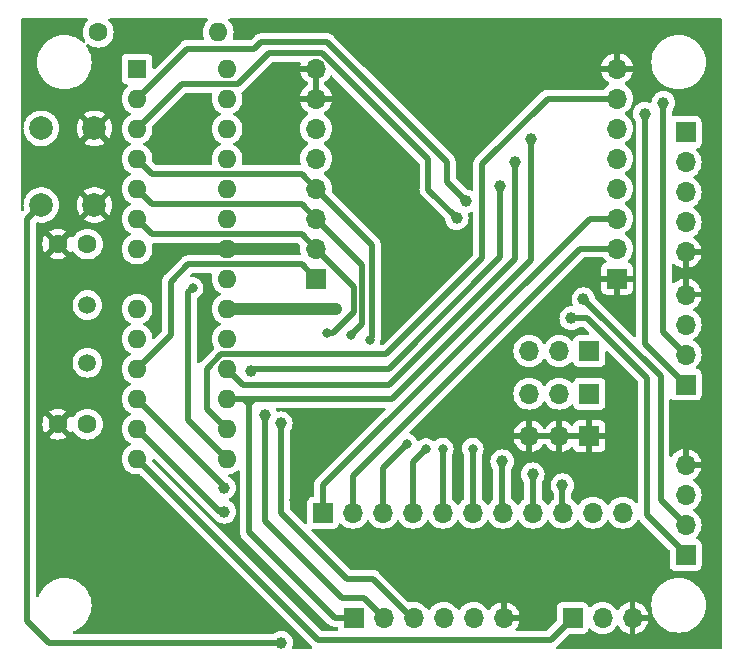
<source format=gbr>
%TF.GenerationSoftware,KiCad,Pcbnew,(7.0.0)*%
%TF.CreationDate,2023-07-05T19:52:24+02:00*%
%TF.ProjectId,atmega328p-gate_controller,61746d65-6761-4333-9238-702d67617465,rev?*%
%TF.SameCoordinates,Original*%
%TF.FileFunction,Copper,L2,Bot*%
%TF.FilePolarity,Positive*%
%FSLAX46Y46*%
G04 Gerber Fmt 4.6, Leading zero omitted, Abs format (unit mm)*
G04 Created by KiCad (PCBNEW (7.0.0)) date 2023-07-05 19:52:24*
%MOMM*%
%LPD*%
G01*
G04 APERTURE LIST*
%TA.AperFunction,ComponentPad*%
%ADD10C,1.600000*%
%TD*%
%TA.AperFunction,ComponentPad*%
%ADD11R,1.700000X1.700000*%
%TD*%
%TA.AperFunction,ComponentPad*%
%ADD12O,1.700000X1.700000*%
%TD*%
%TA.AperFunction,ComponentPad*%
%ADD13C,1.500000*%
%TD*%
%TA.AperFunction,ComponentPad*%
%ADD14R,1.600000X1.600000*%
%TD*%
%TA.AperFunction,ComponentPad*%
%ADD15O,1.600000X1.600000*%
%TD*%
%TA.AperFunction,ComponentPad*%
%ADD16C,2.000000*%
%TD*%
%TA.AperFunction,ViaPad*%
%ADD17C,0.500000*%
%TD*%
%TA.AperFunction,ViaPad*%
%ADD18C,0.800000*%
%TD*%
%TA.AperFunction,ViaPad*%
%ADD19C,1.000000*%
%TD*%
%TA.AperFunction,Conductor*%
%ADD20C,0.500000*%
%TD*%
%TA.AperFunction,Conductor*%
%ADD21C,1.000000*%
%TD*%
G04 APERTURE END LIST*
D10*
%TO.P,C1,1*%
%TO.N,/XTAL1*%
X57975000Y-68950000D03*
%TO.P,C1,2*%
%TO.N,GND*%
X55475000Y-68950000D03*
%TD*%
D11*
%TO.P,UART,1,Pin_1*%
%TO.N,/PD1*%
X108624999Y-95264999D03*
D12*
%TO.P,UART,2,Pin_2*%
%TO.N,/PD0*%
X108624999Y-92724999D03*
%TO.P,UART,3,Pin_3*%
%TO.N,+5V*%
X108624999Y-90184999D03*
%TO.P,UART,4,Pin_4*%
%TO.N,GND*%
X108624999Y-87644999D03*
%TD*%
D11*
%TO.P,SPI,1,Pin_1*%
%TO.N,/MOSI*%
X108624999Y-59489999D03*
D12*
%TO.P,SPI,2,Pin_2*%
%TO.N,/MISO*%
X108624999Y-62029999D03*
%TO.P,SPI,3,Pin_3*%
%TO.N,/PB5*%
X108624999Y-64569999D03*
%TO.P,SPI,4,Pin_4*%
%TO.N,+5V*%
X108624999Y-67109999D03*
%TO.P,SPI,5,Pin_5*%
%TO.N,GND*%
X108624999Y-69649999D03*
%TD*%
D11*
%TO.P,3.3V,1,Pin_1*%
%TO.N,+3.3V*%
X100474999Y-78024999D03*
D12*
%TO.P,3.3V,2,Pin_2*%
X97934999Y-78024999D03*
%TO.P,3.3V,3,Pin_3*%
X95394999Y-78024999D03*
%TD*%
D11*
%TO.P,5V,1,Pin_1*%
%TO.N,+5V*%
X100474999Y-81624999D03*
D12*
%TO.P,5V,2,Pin_2*%
X97934999Y-81624999D03*
%TO.P,5V,3,Pin_3*%
X95394999Y-81624999D03*
%TD*%
D11*
%TO.P,GND,1,Pin_1*%
%TO.N,GND*%
X100474999Y-85224999D03*
D12*
%TO.P,GND,2,Pin_2*%
X97934999Y-85224999D03*
%TO.P,GND,3,Pin_3*%
X95394999Y-85224999D03*
%TD*%
D11*
%TO.P,ISP,1,Pin_1*%
%TO.N,/MOSI*%
X80524999Y-100599999D03*
D12*
%TO.P,ISP,2,Pin_2*%
%TO.N,/MISO*%
X83064999Y-100599999D03*
%TO.P,ISP,3,Pin_3*%
%TO.N,/PB5*%
X85604999Y-100599999D03*
%TO.P,ISP,4,Pin_4*%
%TO.N,/RESET*%
X88144999Y-100599999D03*
%TO.P,ISP,5,Pin_5*%
%TO.N,+5V*%
X90684999Y-100599999D03*
%TO.P,ISP,6,Pin_6*%
%TO.N,GND*%
X93224999Y-100599999D03*
%TD*%
D11*
%TO.P,EXTRA,1,Pin_1*%
%TO.N,/DIO5*%
X77909999Y-91699999D03*
D12*
%TO.P,EXTRA,2,Pin_2*%
%TO.N,/DIO4*%
X80449999Y-91699999D03*
%TO.P,EXTRA,3,Pin_3*%
%TO.N,/DIO3*%
X82989999Y-91699999D03*
%TO.P,EXTRA,4,Pin_4*%
%TO.N,/DIO2*%
X85529999Y-91699999D03*
%TO.P,EXTRA,5,Pin_5*%
%TO.N,/DIO1*%
X88069999Y-91699999D03*
%TO.P,EXTRA,6,Pin_6*%
%TO.N,/DIO0*%
X90609999Y-91699999D03*
%TO.P,EXTRA,7,Pin_7*%
%TO.N,/PC3*%
X93149999Y-91699999D03*
%TO.P,EXTRA,8,Pin_8*%
%TO.N,/PC2*%
X95689999Y-91699999D03*
%TO.P,EXTRA,9,Pin_9*%
%TO.N,/PC1*%
X98229999Y-91699999D03*
%TO.P,EXTRA,10,Pin_10*%
%TO.N,/PC0*%
X100769999Y-91699999D03*
%TO.P,EXTRA,11,Pin_11*%
%TO.N,/PB0*%
X103309999Y-91699999D03*
%TD*%
D13*
%TO.P,Y1,1,1*%
%TO.N,/XTAL1*%
X57975000Y-74120000D03*
%TO.P,Y1,2,2*%
%TO.N,/XTAL2*%
X57975000Y-79000000D03*
%TD*%
D14*
%TO.P,U1,1,~{RESET}/PC6*%
%TO.N,/RESET*%
X62179999Y-54134999D03*
D15*
%TO.P,U1,2,PD0*%
%TO.N,/PD0*%
X62179999Y-56674999D03*
%TO.P,U1,3,PD1*%
%TO.N,/PD1*%
X62179999Y-59214999D03*
%TO.P,U1,4,PD2*%
%TO.N,/DIO0*%
X62179999Y-61754999D03*
%TO.P,U1,5,PD3*%
%TO.N,/DIO1*%
X62179999Y-64294999D03*
%TO.P,U1,6,PD4*%
%TO.N,/DIO2*%
X62179999Y-66834999D03*
%TO.P,U1,7,VCC*%
%TO.N,+5V*%
X62179999Y-69374999D03*
%TO.P,U1,8,GND*%
%TO.N,GND*%
X62179999Y-71914999D03*
%TO.P,U1,9,XTAL1/PB6*%
%TO.N,/XTAL1*%
X62179999Y-74454999D03*
%TO.P,U1,10,XTAL2/PB7*%
%TO.N,/XTAL2*%
X62179999Y-76994999D03*
%TO.P,U1,11,PD5*%
%TO.N,/DIO3*%
X62179999Y-79534999D03*
%TO.P,U1,12,PD6*%
%TO.N,/DIO4*%
X62179999Y-82074999D03*
%TO.P,U1,13,PD7*%
%TO.N,/DIO5*%
X62179999Y-84614999D03*
%TO.P,U1,14,PB0*%
%TO.N,/PB0*%
X62179999Y-87154999D03*
%TO.P,U1,15,PB1*%
%TO.N,/PB1*%
X69799999Y-87154999D03*
%TO.P,U1,16,PB2*%
%TO.N,/CS*%
X69799999Y-84614999D03*
%TO.P,U1,17,PB3*%
%TO.N,/MOSI*%
X69799999Y-82074999D03*
%TO.P,U1,18,PB4*%
%TO.N,/MISO*%
X69799999Y-79534999D03*
%TO.P,U1,19,PB5*%
%TO.N,/PB5*%
X69799999Y-76994999D03*
%TO.P,U1,20,AVCC*%
%TO.N,+5V*%
X69799999Y-74454999D03*
%TO.P,U1,21,AREF*%
X69799999Y-71914999D03*
%TO.P,U1,22,GND*%
%TO.N,GND*%
X69799999Y-69374999D03*
%TO.P,U1,23,PC0*%
%TO.N,/PC0*%
X69799999Y-66834999D03*
%TO.P,U1,24,PC1*%
%TO.N,/PC1*%
X69799999Y-64294999D03*
%TO.P,U1,25,PC2*%
%TO.N,/PC2*%
X69799999Y-61754999D03*
%TO.P,U1,26,PC3*%
%TO.N,/PC3*%
X69799999Y-59214999D03*
%TO.P,U1,27,PC4*%
%TO.N,/PC4*%
X69799999Y-56674999D03*
%TO.P,U1,28,PC5*%
%TO.N,/PC5*%
X69799999Y-54134999D03*
%TD*%
D11*
%TO.P,J4,1,Pin_1*%
%TO.N,GND*%
X102824999Y-71874999D03*
D12*
%TO.P,J4,2,Pin_2*%
%TO.N,/DIO4*%
X102824999Y-69334999D03*
%TO.P,J4,3,Pin_3*%
%TO.N,/DIO5*%
X102824999Y-66794999D03*
%TO.P,J4,4,Pin_4*%
%TO.N,/PB5*%
X102824999Y-64254999D03*
%TO.P,J4,5,Pin_5*%
%TO.N,/MISO*%
X102824999Y-61714999D03*
%TO.P,J4,6,Pin_6*%
%TO.N,/MOSI*%
X102824999Y-59174999D03*
%TO.P,J4,7,Pin_7*%
%TO.N,/CS*%
X102824999Y-56634999D03*
%TO.P,J4,8,Pin_8*%
%TO.N,GND*%
X102824999Y-54094999D03*
%TD*%
D11*
%TO.P,I2C,1,Pin_1*%
%TO.N,/PC4*%
X108624999Y-80844999D03*
D12*
%TO.P,I2C,2,Pin_2*%
%TO.N,/PC5*%
X108624999Y-78304999D03*
%TO.P,I2C,3,Pin_3*%
%TO.N,+5V*%
X108624999Y-75764999D03*
%TO.P,I2C,4,Pin_4*%
%TO.N,GND*%
X108624999Y-73224999D03*
%TD*%
D10*
%TO.P,R1,1*%
%TO.N,/RESET*%
X58895000Y-51025000D03*
D15*
%TO.P,R1,2*%
%TO.N,+5V*%
X69054999Y-51024999D03*
%TD*%
D11*
%TO.P,RELAY,1,Pin_1*%
%TO.N,/PB0*%
X99049999Y-100599999D03*
D12*
%TO.P,RELAY,2,Pin_2*%
%TO.N,+5V*%
X101589999Y-100599999D03*
%TO.P,RELAY,3,Pin_3*%
%TO.N,GND*%
X104129999Y-100599999D03*
%TD*%
D16*
%TO.P,RESET,1,1*%
%TO.N,/RESET*%
X54075000Y-65650000D03*
X54075000Y-59150000D03*
%TO.P,RESET,2,2*%
%TO.N,GND*%
X58575000Y-65650000D03*
X58575000Y-59150000D03*
%TD*%
D11*
%TO.P,J9,1,Pin_1*%
%TO.N,/DIO3*%
X77324999Y-71874999D03*
D12*
%TO.P,J9,2,Pin_2*%
%TO.N,/DIO2*%
X77324999Y-69334999D03*
%TO.P,J9,3,Pin_3*%
%TO.N,/DIO1*%
X77324999Y-66794999D03*
%TO.P,J9,4,Pin_4*%
%TO.N,/DIO0*%
X77324999Y-64254999D03*
%TO.P,J9,5,Pin_5*%
%TO.N,/PB1*%
X77324999Y-61714999D03*
%TO.P,J9,6,Pin_6*%
%TO.N,+3.3V*%
X77324999Y-59174999D03*
%TO.P,J9,7,Pin_7*%
%TO.N,GND*%
X77324999Y-56634999D03*
%TO.P,J9,8,Pin_8*%
X77324999Y-54094999D03*
%TD*%
D10*
%TO.P,C2,1*%
%TO.N,GND*%
X55475000Y-84200000D03*
%TO.P,C2,2*%
%TO.N,/XTAL2*%
X57975000Y-84200000D03*
%TD*%
D17*
%TO.N,GND*%
X76150000Y-87975000D03*
X75325000Y-90650000D03*
X70600000Y-90575000D03*
X76375000Y-99800000D03*
X73850000Y-100975000D03*
X67775000Y-76550000D03*
X68200000Y-73025000D03*
D18*
X59325000Y-101225000D03*
X62054211Y-91580167D03*
X58700000Y-92900000D03*
X58900000Y-96100000D03*
X66275000Y-98650000D03*
X66125000Y-94275000D03*
X108450000Y-84125000D03*
X95975000Y-75800000D03*
X83600000Y-73575000D03*
X79500000Y-57700000D03*
X68125000Y-60950000D03*
X63950000Y-60450000D03*
X74375000Y-56500000D03*
X66950000Y-57875000D03*
X73700000Y-60050000D03*
X72375000Y-50550000D03*
X62100000Y-51500000D03*
X53300000Y-51075000D03*
X57650000Y-62525000D03*
X54375000Y-72275000D03*
X56525000Y-75875000D03*
X58025000Y-89775000D03*
X55625000Y-94825000D03*
X81950000Y-94500000D03*
X95375000Y-95300000D03*
X105725000Y-96300000D03*
X111025000Y-98225000D03*
X110475000Y-51025000D03*
X94375000Y-55550000D03*
X85700000Y-55775000D03*
X89275000Y-69450000D03*
X85050000Y-68625000D03*
X84900000Y-64125000D03*
%TO.N,/DIO0*%
X81875000Y-77050000D03*
%TO.N,/DIO1*%
X80300000Y-76650000D03*
%TO.N,/DIO2*%
X78275000Y-76475000D03*
%TO.N,/DIO0*%
X90610000Y-86275000D03*
%TO.N,/DIO1*%
X88070000Y-86275000D03*
%TO.N,/DIO2*%
X86650000Y-86300000D03*
%TO.N,/DIO3*%
X85012500Y-85862500D03*
%TO.N,/PB1*%
X66900000Y-72675000D03*
D19*
%TO.N,/MOSI*%
X95550000Y-60025000D03*
%TO.N,/MISO*%
X94175000Y-62000000D03*
X73025000Y-83425000D03*
%TO.N,/PB5*%
X74350000Y-84125000D03*
X71825000Y-79675000D03*
X92950000Y-64000000D03*
%TO.N,/RESET*%
X74375000Y-102700000D03*
%TO.N,+5V*%
X79050000Y-74455000D03*
X77250000Y-74455000D03*
%TO.N,/PC4*%
X105175000Y-57925000D03*
%TO.N,/PC5*%
X106750000Y-57000000D03*
%TO.N,/PD1*%
X98950000Y-75225000D03*
X89250000Y-66750000D03*
%TO.N,/PD0*%
X90050000Y-65350000D03*
X99975000Y-73625000D03*
%TO.N,/DIO4*%
X69550000Y-89600000D03*
%TO.N,/DIO5*%
X69575000Y-91625000D03*
%TO.N,/PC3*%
X93100000Y-87350000D03*
%TO.N,/PC2*%
X95675000Y-88450500D03*
%TO.N,/PC1*%
X98200000Y-89375000D03*
%TD*%
D20*
%TO.N,/PB1*%
X66525000Y-73050000D02*
X66525000Y-83880000D01*
X66525000Y-83880000D02*
X69800000Y-87155000D01*
X66900000Y-72675000D02*
X66525000Y-73050000D01*
%TO.N,/DIO3*%
X82990000Y-87885000D02*
X82990000Y-91700000D01*
X85012500Y-85862500D02*
X82990000Y-87885000D01*
D21*
%TO.N,+5V*%
X79050000Y-74455000D02*
X69800000Y-74455000D01*
D20*
%TO.N,/DIO2*%
X78750000Y-76475000D02*
X78275000Y-76475000D01*
X80550000Y-74675000D02*
X78750000Y-76475000D01*
X80550000Y-72560000D02*
X80550000Y-74675000D01*
X77325000Y-69335000D02*
X80550000Y-72560000D01*
%TO.N,/DIO0*%
X82075000Y-76850000D02*
X82075000Y-69005000D01*
X81875000Y-77050000D02*
X82075000Y-76850000D01*
X82075000Y-69005000D02*
X77325000Y-64255000D01*
%TO.N,/DIO1*%
X81250000Y-75700000D02*
X81250000Y-70720000D01*
X80300000Y-76650000D02*
X81250000Y-75700000D01*
X80300000Y-76650000D02*
X80575000Y-76375000D01*
X81250000Y-70720000D02*
X77325000Y-66795000D01*
%TO.N,/DIO2*%
X85530000Y-87420000D02*
X85530000Y-91700000D01*
X86650000Y-86300000D02*
X85530000Y-87420000D01*
%TO.N,/PB5*%
X92950000Y-70075000D02*
X92950000Y-64000000D01*
X83475000Y-79550000D02*
X92950000Y-70075000D01*
X71950000Y-79550000D02*
X83475000Y-79550000D01*
X71825000Y-79675000D02*
X71950000Y-79550000D01*
%TO.N,/DIO2*%
X78250000Y-76475000D02*
X78325000Y-76400000D01*
X78275000Y-76475000D02*
X78250000Y-76475000D01*
%TO.N,/DIO0*%
X90610000Y-86275000D02*
X90610000Y-91700000D01*
%TO.N,/DIO1*%
X88070000Y-86275000D02*
X88070000Y-91700000D01*
%TO.N,/DIO5*%
X102825000Y-66795000D02*
X100505000Y-66795000D01*
X100505000Y-66795000D02*
X77910000Y-89390000D01*
X77910000Y-89390000D02*
X77910000Y-91700000D01*
%TO.N,/DIO4*%
X99665000Y-69335000D02*
X80450000Y-88550000D01*
X102825000Y-69335000D02*
X99665000Y-69335000D01*
X80450000Y-88550000D02*
X80450000Y-91700000D01*
%TO.N,/CS*%
X96940000Y-56635000D02*
X102825000Y-56635000D01*
X83290000Y-78285000D02*
X91400000Y-70175000D01*
X69282233Y-78285000D02*
X83290000Y-78285000D01*
X91400000Y-70175000D02*
X91400000Y-62175000D01*
X91400000Y-62175000D02*
X96940000Y-56635000D01*
X68075000Y-79492233D02*
X69282233Y-78285000D01*
X68075000Y-82890000D02*
X68075000Y-79492233D01*
X69800000Y-84615000D02*
X68075000Y-82890000D01*
%TO.N,/MISO*%
X83550000Y-80850000D02*
X71115000Y-80850000D01*
X71115000Y-80850000D02*
X69800000Y-79535000D01*
X94175000Y-70225000D02*
X83550000Y-80850000D01*
X94175000Y-62000000D02*
X94175000Y-70225000D01*
%TO.N,/MOSI*%
X83750000Y-82075000D02*
X72075000Y-82075000D01*
X95550000Y-70275000D02*
X83750000Y-82075000D01*
X95550000Y-60025000D02*
X95550000Y-70275000D01*
%TO.N,/PD1*%
X65995000Y-55400000D02*
X62180000Y-59215000D01*
X70725000Y-55400000D02*
X65995000Y-55400000D01*
X77863478Y-52795000D02*
X73330000Y-52795000D01*
X86850000Y-64350000D02*
X86850000Y-61781522D01*
X73330000Y-52795000D02*
X70725000Y-55400000D01*
X89250000Y-66750000D02*
X86850000Y-64350000D01*
X86850000Y-61781522D02*
X77863478Y-52795000D01*
%TO.N,/PD0*%
X66430000Y-52425000D02*
X62180000Y-56675000D01*
X72125000Y-52425000D02*
X66430000Y-52425000D01*
X72675000Y-51875000D02*
X72125000Y-52425000D01*
X78300000Y-51875000D02*
X72675000Y-51875000D01*
X88400000Y-61975000D02*
X78300000Y-51875000D01*
X88400000Y-63700000D02*
X88400000Y-61975000D01*
X90050000Y-65350000D02*
X88400000Y-63700000D01*
%TO.N,/DIO3*%
X65025000Y-76690000D02*
X62180000Y-79535000D01*
X65025000Y-72150000D02*
X65025000Y-76690000D01*
X66510000Y-70665000D02*
X65025000Y-72150000D01*
X77325000Y-71875000D02*
X76115000Y-70665000D01*
X76115000Y-70665000D02*
X66510000Y-70665000D01*
%TO.N,/MOSI*%
X80525000Y-100600000D02*
X78900000Y-100600000D01*
X71650000Y-82475000D02*
X71250000Y-82075000D01*
X71250000Y-82075000D02*
X69800000Y-82075000D01*
X71650000Y-82550000D02*
X71650000Y-82075000D01*
X71650000Y-82075000D02*
X71250000Y-82075000D01*
X72075000Y-82075000D02*
X71650000Y-82075000D01*
X71650000Y-82550000D02*
X71650000Y-82475000D01*
X78900000Y-100600000D02*
X71650000Y-93350000D01*
X71650000Y-82500000D02*
X72075000Y-82075000D01*
X71650000Y-93350000D02*
X71650000Y-82550000D01*
X71650000Y-82550000D02*
X71650000Y-82500000D01*
%TO.N,/MISO*%
X73025000Y-83425000D02*
X73025000Y-92375000D01*
X73025000Y-92375000D02*
X79575000Y-98925000D01*
X73025000Y-83425000D02*
X73025000Y-85279699D01*
X81390000Y-98925000D02*
X83065000Y-100600000D01*
X79575000Y-98925000D02*
X81390000Y-98925000D01*
%TO.N,/PB5*%
X79950000Y-97300000D02*
X82125000Y-97300000D01*
X74350000Y-91700000D02*
X79950000Y-97300000D01*
X74350000Y-84125000D02*
X74350000Y-91700000D01*
X85425000Y-100600000D02*
X85605000Y-100600000D01*
X82125000Y-97300000D02*
X85425000Y-100600000D01*
%TO.N,/RESET*%
X54725000Y-102700000D02*
X52875000Y-100850000D01*
X74375000Y-102700000D02*
X54725000Y-102700000D01*
X52875000Y-100850000D02*
X52875000Y-66850000D01*
X52875000Y-66850000D02*
X54075000Y-65650000D01*
%TO.N,/PC4*%
X105175000Y-77395000D02*
X108625000Y-80845000D01*
X105175000Y-57925000D02*
X105175000Y-77395000D01*
%TO.N,/PC5*%
X106750000Y-76430000D02*
X108625000Y-78305000D01*
X106750000Y-57000000D02*
X106750000Y-76430000D01*
%TO.N,/PD1*%
X108625000Y-95176522D02*
X108625000Y-95265000D01*
X105325000Y-91876522D02*
X108625000Y-95176522D01*
X98950000Y-75225000D02*
X100275000Y-75225000D01*
X100275000Y-75225000D02*
X105325000Y-80275000D01*
X105325000Y-80275000D02*
X105325000Y-91876522D01*
%TO.N,/PD0*%
X106500000Y-90600000D02*
X108625000Y-92725000D01*
X106500000Y-80150000D02*
X106500000Y-90600000D01*
X99975000Y-73625000D02*
X106500000Y-80150000D01*
%TO.N,/DIO4*%
X69550000Y-89445000D02*
X62180000Y-82075000D01*
X69550000Y-89600000D02*
X69550000Y-89445000D01*
%TO.N,/DIO5*%
X69575000Y-91625000D02*
X69190000Y-91625000D01*
X69190000Y-91625000D02*
X62180000Y-84615000D01*
%TO.N,/DIO2*%
X63470000Y-68125000D02*
X62180000Y-66835000D01*
X77325000Y-69335000D02*
X76115000Y-68125000D01*
X76115000Y-68125000D02*
X63470000Y-68125000D01*
%TO.N,/DIO1*%
X76115000Y-65585000D02*
X63470000Y-65585000D01*
X63470000Y-65585000D02*
X62180000Y-64295000D01*
X77325000Y-66795000D02*
X76115000Y-65585000D01*
%TO.N,/DIO0*%
X63470000Y-63045000D02*
X62180000Y-61755000D01*
X76115000Y-63045000D02*
X63470000Y-63045000D01*
X77325000Y-64255000D02*
X76115000Y-63045000D01*
%TO.N,/PB0*%
X62180000Y-87155000D02*
X77475000Y-102450000D01*
X97200000Y-102450000D02*
X99050000Y-100600000D01*
X77475000Y-102450000D02*
X97200000Y-102450000D01*
%TO.N,/PC3*%
X93100000Y-87350000D02*
X93100000Y-91650000D01*
X93100000Y-91650000D02*
X93150000Y-91700000D01*
%TO.N,/PC2*%
X95675000Y-88450500D02*
X95675000Y-91685000D01*
X95675000Y-91685000D02*
X95690000Y-91700000D01*
%TO.N,/PC1*%
X98200000Y-89375000D02*
X98200000Y-91670000D01*
X98200000Y-91670000D02*
X98230000Y-91700000D01*
%TD*%
%TA.AperFunction,Conductor*%
%TO.N,GND*%
G36*
X111662500Y-49867113D02*
G01*
X111707887Y-49912500D01*
X111724500Y-49974500D01*
X111724500Y-103125500D01*
X111707887Y-103187500D01*
X111662500Y-103232887D01*
X111600500Y-103249500D01*
X97762094Y-103249500D01*
X97703879Y-103234985D01*
X97659293Y-103194840D01*
X97638773Y-103138461D01*
X97647123Y-103079049D01*
X97681700Y-103031457D01*
X97685696Y-103028830D01*
X97737185Y-102974253D01*
X97739630Y-102971736D01*
X98724549Y-101986818D01*
X98764777Y-101959938D01*
X98812230Y-101950499D01*
X99944561Y-101950499D01*
X99947872Y-101950499D01*
X100007483Y-101944091D01*
X100142331Y-101893796D01*
X100257546Y-101807546D01*
X100343796Y-101692331D01*
X100392810Y-101560916D01*
X100427789Y-101510537D01*
X100482634Y-101483084D01*
X100543927Y-101485273D01*
X100596673Y-101516569D01*
X100718599Y-101638495D01*
X100723031Y-101641598D01*
X100723033Y-101641600D01*
X100805723Y-101699500D01*
X100912170Y-101774035D01*
X100917070Y-101776320D01*
X100917072Y-101776321D01*
X100934511Y-101784453D01*
X101126337Y-101873903D01*
X101354592Y-101935063D01*
X101590000Y-101955659D01*
X101825408Y-101935063D01*
X102053663Y-101873903D01*
X102267830Y-101774035D01*
X102461401Y-101638495D01*
X102628495Y-101471401D01*
X102758730Y-101285405D01*
X102803048Y-101246540D01*
X102860305Y-101232529D01*
X102917562Y-101246540D01*
X102961880Y-101285405D01*
X103088784Y-101466643D01*
X103095721Y-101474909D01*
X103255090Y-101634278D01*
X103263356Y-101641215D01*
X103447991Y-101770498D01*
X103457323Y-101775886D01*
X103661602Y-101871143D01*
X103671736Y-101874831D01*
X103866219Y-101926943D01*
X103877448Y-101927311D01*
X103880000Y-101916369D01*
X104380000Y-101916369D01*
X104382551Y-101927311D01*
X104393780Y-101926943D01*
X104588263Y-101874831D01*
X104598397Y-101871143D01*
X104802676Y-101775886D01*
X104812008Y-101770498D01*
X104996643Y-101641215D01*
X105004909Y-101634278D01*
X105164278Y-101474909D01*
X105171215Y-101466643D01*
X105300498Y-101282008D01*
X105305886Y-101272676D01*
X105401143Y-101068397D01*
X105404831Y-101058263D01*
X105456943Y-100863780D01*
X105457311Y-100852551D01*
X105446369Y-100850000D01*
X104396326Y-100850000D01*
X104383450Y-100853450D01*
X104380000Y-100866326D01*
X104380000Y-101916369D01*
X103880000Y-101916369D01*
X103880000Y-100333674D01*
X104380000Y-100333674D01*
X104383450Y-100346549D01*
X104396326Y-100350000D01*
X105446369Y-100350000D01*
X105457311Y-100347448D01*
X105456943Y-100336219D01*
X105404831Y-100141736D01*
X105401143Y-100131602D01*
X105305889Y-99927332D01*
X105300491Y-99917982D01*
X105171215Y-99733357D01*
X105164280Y-99725092D01*
X105004909Y-99565721D01*
X104996643Y-99558784D01*
X104984098Y-99550000D01*
X105719564Y-99550000D01*
X105739287Y-99850920D01*
X105740077Y-99854891D01*
X105740078Y-99854899D01*
X105797327Y-100142707D01*
X105797329Y-100142714D01*
X105798120Y-100146691D01*
X105799425Y-100150535D01*
X105872087Y-100364592D01*
X105895055Y-100432252D01*
X105896850Y-100435893D01*
X105896851Y-100435894D01*
X105962562Y-100569144D01*
X106028434Y-100702718D01*
X106030685Y-100706087D01*
X106030688Y-100706092D01*
X106193715Y-100950079D01*
X106195975Y-100953461D01*
X106394811Y-101180189D01*
X106621539Y-101379025D01*
X106624921Y-101381284D01*
X106624920Y-101381284D01*
X106867392Y-101543299D01*
X106872282Y-101546566D01*
X107142748Y-101679945D01*
X107428309Y-101776880D01*
X107724080Y-101835713D01*
X108025000Y-101855436D01*
X108325920Y-101835713D01*
X108621691Y-101776880D01*
X108907252Y-101679945D01*
X109177718Y-101546566D01*
X109428461Y-101379025D01*
X109655189Y-101180189D01*
X109854025Y-100953461D01*
X110021566Y-100702718D01*
X110154945Y-100432252D01*
X110251880Y-100146691D01*
X110310713Y-99850920D01*
X110330436Y-99550000D01*
X110310713Y-99249080D01*
X110251880Y-98953309D01*
X110154945Y-98667748D01*
X110021566Y-98397282D01*
X109854025Y-98146539D01*
X109655189Y-97919811D01*
X109624742Y-97893110D01*
X109431518Y-97723656D01*
X109428461Y-97720975D01*
X109425079Y-97718715D01*
X109181092Y-97555688D01*
X109181087Y-97555685D01*
X109177718Y-97553434D01*
X109174082Y-97551641D01*
X109174077Y-97551638D01*
X108910894Y-97421851D01*
X108910893Y-97421850D01*
X108907252Y-97420055D01*
X108621691Y-97323120D01*
X108617714Y-97322329D01*
X108617707Y-97322327D01*
X108329899Y-97265078D01*
X108329891Y-97265077D01*
X108325920Y-97264287D01*
X108025000Y-97244564D01*
X108020957Y-97244829D01*
X107728122Y-97264022D01*
X107728120Y-97264022D01*
X107724080Y-97264287D01*
X107720110Y-97265076D01*
X107720100Y-97265078D01*
X107432292Y-97322327D01*
X107432281Y-97322329D01*
X107428309Y-97323120D01*
X107424466Y-97324424D01*
X107424464Y-97324425D01*
X107146594Y-97418749D01*
X107146587Y-97418751D01*
X107142748Y-97420055D01*
X107139111Y-97421848D01*
X107139105Y-97421851D01*
X106875922Y-97551638D01*
X106875910Y-97551644D01*
X106872282Y-97553434D01*
X106868919Y-97555681D01*
X106868907Y-97555688D01*
X106624920Y-97718715D01*
X106624911Y-97718721D01*
X106621539Y-97720975D01*
X106618488Y-97723650D01*
X106618481Y-97723656D01*
X106397859Y-97917137D01*
X106397851Y-97917144D01*
X106394811Y-97919811D01*
X106392144Y-97922851D01*
X106392137Y-97922859D01*
X106198656Y-98143481D01*
X106198650Y-98143488D01*
X106195975Y-98146539D01*
X106193721Y-98149911D01*
X106193715Y-98149920D01*
X106030688Y-98393907D01*
X106030681Y-98393919D01*
X106028434Y-98397282D01*
X106026644Y-98400910D01*
X106026638Y-98400922D01*
X105896851Y-98664105D01*
X105896848Y-98664111D01*
X105895055Y-98667748D01*
X105798120Y-98953309D01*
X105797329Y-98957281D01*
X105797327Y-98957292D01*
X105740078Y-99245100D01*
X105740076Y-99245110D01*
X105739287Y-99249080D01*
X105739022Y-99253120D01*
X105739022Y-99253122D01*
X105737022Y-99283631D01*
X105719564Y-99550000D01*
X104984098Y-99550000D01*
X104812008Y-99429501D01*
X104802676Y-99424113D01*
X104598397Y-99328856D01*
X104588263Y-99325168D01*
X104393780Y-99273056D01*
X104382551Y-99272688D01*
X104380000Y-99283631D01*
X104380000Y-100333674D01*
X103880000Y-100333674D01*
X103880000Y-99283631D01*
X103877448Y-99272688D01*
X103866219Y-99273056D01*
X103671736Y-99325168D01*
X103661602Y-99328856D01*
X103457332Y-99424110D01*
X103447982Y-99429508D01*
X103263357Y-99558784D01*
X103255092Y-99565719D01*
X103095719Y-99725092D01*
X103088788Y-99733352D01*
X102961880Y-99914596D01*
X102917562Y-99953461D01*
X102860305Y-99967472D01*
X102803048Y-99953461D01*
X102758730Y-99914595D01*
X102716931Y-99854899D01*
X102628495Y-99728599D01*
X102461401Y-99561505D01*
X102456970Y-99558402D01*
X102456966Y-99558399D01*
X102272259Y-99429066D01*
X102272257Y-99429064D01*
X102267830Y-99425965D01*
X102262933Y-99423681D01*
X102262927Y-99423678D01*
X102058572Y-99328386D01*
X102058570Y-99328385D01*
X102053663Y-99326097D01*
X102048438Y-99324697D01*
X102048430Y-99324694D01*
X101830634Y-99266337D01*
X101830630Y-99266336D01*
X101825408Y-99264937D01*
X101820020Y-99264465D01*
X101820017Y-99264465D01*
X101595395Y-99244813D01*
X101590000Y-99244341D01*
X101584605Y-99244813D01*
X101359982Y-99264465D01*
X101359977Y-99264465D01*
X101354592Y-99264937D01*
X101349371Y-99266335D01*
X101349365Y-99266337D01*
X101131569Y-99324694D01*
X101131557Y-99324698D01*
X101126337Y-99326097D01*
X101121432Y-99328383D01*
X101121427Y-99328386D01*
X100917081Y-99423675D01*
X100917077Y-99423677D01*
X100912171Y-99425965D01*
X100907738Y-99429068D01*
X100907731Y-99429073D01*
X100723034Y-99558399D01*
X100723029Y-99558402D01*
X100718599Y-99561505D01*
X100714775Y-99565328D01*
X100714775Y-99565329D01*
X100596673Y-99683431D01*
X100543926Y-99714726D01*
X100482633Y-99716915D01*
X100427789Y-99689462D01*
X100392810Y-99639082D01*
X100384725Y-99617405D01*
X100343796Y-99507669D01*
X100257546Y-99392454D01*
X100167030Y-99324694D01*
X100149431Y-99311519D01*
X100149430Y-99311518D01*
X100142331Y-99306204D01*
X100053457Y-99273056D01*
X100014752Y-99258620D01*
X100014750Y-99258619D01*
X100007483Y-99255909D01*
X99999770Y-99255079D01*
X99999767Y-99255079D01*
X99951180Y-99249855D01*
X99951169Y-99249854D01*
X99947873Y-99249500D01*
X99944550Y-99249500D01*
X98155439Y-99249500D01*
X98155420Y-99249500D01*
X98152128Y-99249501D01*
X98148850Y-99249853D01*
X98148838Y-99249854D01*
X98100231Y-99255079D01*
X98100225Y-99255080D01*
X98092517Y-99255909D01*
X98085252Y-99258618D01*
X98085246Y-99258620D01*
X97965980Y-99303104D01*
X97965978Y-99303104D01*
X97957669Y-99306204D01*
X97950572Y-99311516D01*
X97950568Y-99311519D01*
X97849550Y-99387141D01*
X97849546Y-99387144D01*
X97842454Y-99392454D01*
X97837144Y-99399546D01*
X97837141Y-99399550D01*
X97761519Y-99500568D01*
X97761516Y-99500572D01*
X97756204Y-99507669D01*
X97753104Y-99515978D01*
X97753104Y-99515980D01*
X97708620Y-99635247D01*
X97708619Y-99635250D01*
X97705909Y-99642517D01*
X97705079Y-99650227D01*
X97705079Y-99650232D01*
X97699855Y-99698819D01*
X97699854Y-99698831D01*
X97699500Y-99702127D01*
X97699500Y-99705449D01*
X97699500Y-100837769D01*
X97690061Y-100885222D01*
X97663181Y-100925450D01*
X96925451Y-101663181D01*
X96885223Y-101690061D01*
X96837770Y-101699500D01*
X94334050Y-101699500D01*
X94277755Y-101685985D01*
X94233732Y-101648385D01*
X94211577Y-101594898D01*
X94216119Y-101537182D01*
X94246369Y-101487819D01*
X94259278Y-101474909D01*
X94266215Y-101466643D01*
X94395498Y-101282008D01*
X94400886Y-101272676D01*
X94496143Y-101068397D01*
X94499831Y-101058263D01*
X94551943Y-100863780D01*
X94552311Y-100852551D01*
X94541369Y-100850000D01*
X93099000Y-100850000D01*
X93037000Y-100833387D01*
X92991613Y-100788000D01*
X92975000Y-100726000D01*
X92975000Y-100333674D01*
X93475000Y-100333674D01*
X93478450Y-100346549D01*
X93491326Y-100350000D01*
X94541369Y-100350000D01*
X94552311Y-100347448D01*
X94551943Y-100336219D01*
X94499831Y-100141736D01*
X94496143Y-100131602D01*
X94400889Y-99927332D01*
X94395491Y-99917982D01*
X94266215Y-99733357D01*
X94259280Y-99725092D01*
X94099909Y-99565721D01*
X94091643Y-99558784D01*
X93907008Y-99429501D01*
X93897676Y-99424113D01*
X93693397Y-99328856D01*
X93683263Y-99325168D01*
X93488780Y-99273056D01*
X93477551Y-99272688D01*
X93475000Y-99283631D01*
X93475000Y-100333674D01*
X92975000Y-100333674D01*
X92975000Y-99283631D01*
X92972448Y-99272688D01*
X92961219Y-99273056D01*
X92766736Y-99325168D01*
X92756602Y-99328856D01*
X92552332Y-99424110D01*
X92542982Y-99429508D01*
X92358357Y-99558784D01*
X92350092Y-99565719D01*
X92190719Y-99725092D01*
X92183788Y-99733352D01*
X92056880Y-99914596D01*
X92012562Y-99953461D01*
X91955305Y-99967472D01*
X91898048Y-99953461D01*
X91853730Y-99914595D01*
X91811931Y-99854899D01*
X91723495Y-99728599D01*
X91556401Y-99561505D01*
X91551970Y-99558402D01*
X91551966Y-99558399D01*
X91367259Y-99429066D01*
X91367257Y-99429064D01*
X91362830Y-99425965D01*
X91357933Y-99423681D01*
X91357927Y-99423678D01*
X91153572Y-99328386D01*
X91153570Y-99328385D01*
X91148663Y-99326097D01*
X91143438Y-99324697D01*
X91143430Y-99324694D01*
X90925634Y-99266337D01*
X90925630Y-99266336D01*
X90920408Y-99264937D01*
X90915020Y-99264465D01*
X90915017Y-99264465D01*
X90690395Y-99244813D01*
X90685000Y-99244341D01*
X90679605Y-99244813D01*
X90454982Y-99264465D01*
X90454977Y-99264465D01*
X90449592Y-99264937D01*
X90444371Y-99266335D01*
X90444365Y-99266337D01*
X90226569Y-99324694D01*
X90226557Y-99324698D01*
X90221337Y-99326097D01*
X90216432Y-99328383D01*
X90216427Y-99328386D01*
X90012081Y-99423675D01*
X90012077Y-99423677D01*
X90007171Y-99425965D01*
X90002738Y-99429068D01*
X90002731Y-99429073D01*
X89818034Y-99558399D01*
X89818029Y-99558402D01*
X89813599Y-99561505D01*
X89809775Y-99565328D01*
X89809769Y-99565334D01*
X89650334Y-99724769D01*
X89650328Y-99724775D01*
X89646505Y-99728599D01*
X89643402Y-99733029D01*
X89643399Y-99733034D01*
X89516575Y-99914159D01*
X89472257Y-99953025D01*
X89415000Y-99967036D01*
X89357743Y-99953025D01*
X89313425Y-99914159D01*
X89235799Y-99803297D01*
X89183495Y-99728599D01*
X89016401Y-99561505D01*
X89011970Y-99558402D01*
X89011966Y-99558399D01*
X88827259Y-99429066D01*
X88827257Y-99429064D01*
X88822830Y-99425965D01*
X88817933Y-99423681D01*
X88817927Y-99423678D01*
X88613572Y-99328386D01*
X88613570Y-99328385D01*
X88608663Y-99326097D01*
X88603438Y-99324697D01*
X88603430Y-99324694D01*
X88385634Y-99266337D01*
X88385630Y-99266336D01*
X88380408Y-99264937D01*
X88375020Y-99264465D01*
X88375017Y-99264465D01*
X88150395Y-99244813D01*
X88145000Y-99244341D01*
X88139605Y-99244813D01*
X87914982Y-99264465D01*
X87914977Y-99264465D01*
X87909592Y-99264937D01*
X87904371Y-99266335D01*
X87904365Y-99266337D01*
X87686569Y-99324694D01*
X87686557Y-99324698D01*
X87681337Y-99326097D01*
X87676432Y-99328383D01*
X87676427Y-99328386D01*
X87472081Y-99423675D01*
X87472077Y-99423677D01*
X87467171Y-99425965D01*
X87462738Y-99429068D01*
X87462731Y-99429073D01*
X87278034Y-99558399D01*
X87278029Y-99558402D01*
X87273599Y-99561505D01*
X87269775Y-99565328D01*
X87269769Y-99565334D01*
X87110334Y-99724769D01*
X87110328Y-99724775D01*
X87106505Y-99728599D01*
X87103402Y-99733029D01*
X87103399Y-99733034D01*
X86976575Y-99914159D01*
X86932257Y-99953025D01*
X86875000Y-99967036D01*
X86817743Y-99953025D01*
X86773425Y-99914159D01*
X86695799Y-99803297D01*
X86643495Y-99728599D01*
X86476401Y-99561505D01*
X86471970Y-99558402D01*
X86471966Y-99558399D01*
X86287259Y-99429066D01*
X86287257Y-99429064D01*
X86282830Y-99425965D01*
X86277933Y-99423681D01*
X86277927Y-99423678D01*
X86073572Y-99328386D01*
X86073570Y-99328385D01*
X86068663Y-99326097D01*
X86063438Y-99324697D01*
X86063430Y-99324694D01*
X85845634Y-99266337D01*
X85845630Y-99266336D01*
X85840408Y-99264937D01*
X85835020Y-99264465D01*
X85835017Y-99264465D01*
X85610395Y-99244813D01*
X85605000Y-99244341D01*
X85599605Y-99244813D01*
X85374982Y-99264465D01*
X85374977Y-99264465D01*
X85369592Y-99264937D01*
X85364370Y-99266335D01*
X85364365Y-99266337D01*
X85266584Y-99292537D01*
X85202397Y-99292537D01*
X85146810Y-99260443D01*
X83939101Y-98052734D01*
X82700729Y-96814361D01*
X82688947Y-96800727D01*
X82678925Y-96787265D01*
X82678921Y-96787261D01*
X82674610Y-96781470D01*
X82636667Y-96749631D01*
X82628691Y-96742323D01*
X82627329Y-96740961D01*
X82627328Y-96740960D01*
X82624777Y-96738409D01*
X82621953Y-96736176D01*
X82621944Y-96736168D01*
X82600445Y-96719170D01*
X82597674Y-96716913D01*
X82540214Y-96668698D01*
X82533760Y-96665456D01*
X82530859Y-96663548D01*
X82530588Y-96663352D01*
X82530292Y-96663187D01*
X82527339Y-96661366D01*
X82521677Y-96656889D01*
X82515134Y-96653838D01*
X82515131Y-96653836D01*
X82453692Y-96625186D01*
X82450446Y-96623615D01*
X82389884Y-96593200D01*
X82389885Y-96593200D01*
X82383433Y-96589960D01*
X82376409Y-96588295D01*
X82373151Y-96587109D01*
X82372832Y-96586977D01*
X82372504Y-96586884D01*
X82369218Y-96585795D01*
X82362673Y-96582743D01*
X82355604Y-96581283D01*
X82355600Y-96581282D01*
X82289212Y-96567574D01*
X82285691Y-96566794D01*
X82219741Y-96551163D01*
X82219734Y-96551162D01*
X82212721Y-96549500D01*
X82205510Y-96549500D01*
X82202061Y-96549097D01*
X82201727Y-96549043D01*
X82201374Y-96549028D01*
X82197929Y-96548726D01*
X82190856Y-96547266D01*
X82183638Y-96547476D01*
X82115870Y-96549448D01*
X82112263Y-96549500D01*
X80312229Y-96549500D01*
X80264776Y-96540061D01*
X80224548Y-96513181D01*
X76973548Y-93262180D01*
X76943298Y-93212817D01*
X76938756Y-93155101D01*
X76960911Y-93101614D01*
X77004934Y-93064014D01*
X77061224Y-93050499D01*
X78807872Y-93050499D01*
X78867483Y-93044091D01*
X79002331Y-92993796D01*
X79117546Y-92907546D01*
X79203796Y-92792331D01*
X79252810Y-92660916D01*
X79287789Y-92610537D01*
X79342634Y-92583084D01*
X79403927Y-92585273D01*
X79456673Y-92616569D01*
X79578599Y-92738495D01*
X79583031Y-92741598D01*
X79583033Y-92741600D01*
X79727260Y-92842589D01*
X79772170Y-92874035D01*
X79986337Y-92973903D01*
X80214592Y-93035063D01*
X80450000Y-93055659D01*
X80685408Y-93035063D01*
X80913663Y-92973903D01*
X81127830Y-92874035D01*
X81321401Y-92738495D01*
X81488495Y-92571401D01*
X81618424Y-92385842D01*
X81662743Y-92346976D01*
X81720000Y-92332965D01*
X81777257Y-92346976D01*
X81821575Y-92385842D01*
X81948395Y-92566961D01*
X81948401Y-92566968D01*
X81951505Y-92571401D01*
X82118599Y-92738495D01*
X82123031Y-92741598D01*
X82123033Y-92741600D01*
X82267260Y-92842589D01*
X82312170Y-92874035D01*
X82526337Y-92973903D01*
X82754592Y-93035063D01*
X82990000Y-93055659D01*
X83225408Y-93035063D01*
X83453663Y-92973903D01*
X83667830Y-92874035D01*
X83861401Y-92738495D01*
X84028495Y-92571401D01*
X84158424Y-92385842D01*
X84202743Y-92346976D01*
X84260000Y-92332965D01*
X84317257Y-92346976D01*
X84361575Y-92385842D01*
X84488395Y-92566961D01*
X84488401Y-92566968D01*
X84491505Y-92571401D01*
X84658599Y-92738495D01*
X84663031Y-92741598D01*
X84663033Y-92741600D01*
X84807260Y-92842589D01*
X84852170Y-92874035D01*
X85066337Y-92973903D01*
X85294592Y-93035063D01*
X85530000Y-93055659D01*
X85765408Y-93035063D01*
X85993663Y-92973903D01*
X86207830Y-92874035D01*
X86401401Y-92738495D01*
X86568495Y-92571401D01*
X86698424Y-92385842D01*
X86742743Y-92346976D01*
X86800000Y-92332965D01*
X86857257Y-92346976D01*
X86901575Y-92385842D01*
X87028395Y-92566961D01*
X87028401Y-92566968D01*
X87031505Y-92571401D01*
X87198599Y-92738495D01*
X87203031Y-92741598D01*
X87203033Y-92741600D01*
X87347260Y-92842589D01*
X87392170Y-92874035D01*
X87606337Y-92973903D01*
X87834592Y-93035063D01*
X88070000Y-93055659D01*
X88305408Y-93035063D01*
X88533663Y-92973903D01*
X88747830Y-92874035D01*
X88941401Y-92738495D01*
X89108495Y-92571401D01*
X89238424Y-92385842D01*
X89282743Y-92346976D01*
X89340000Y-92332965D01*
X89397257Y-92346976D01*
X89441575Y-92385842D01*
X89568395Y-92566961D01*
X89568401Y-92566968D01*
X89571505Y-92571401D01*
X89738599Y-92738495D01*
X89743031Y-92741598D01*
X89743033Y-92741600D01*
X89887260Y-92842589D01*
X89932170Y-92874035D01*
X90146337Y-92973903D01*
X90374592Y-93035063D01*
X90610000Y-93055659D01*
X90845408Y-93035063D01*
X91073663Y-92973903D01*
X91287830Y-92874035D01*
X91481401Y-92738495D01*
X91648495Y-92571401D01*
X91778424Y-92385842D01*
X91822743Y-92346976D01*
X91880000Y-92332965D01*
X91937257Y-92346976D01*
X91981575Y-92385842D01*
X92108395Y-92566961D01*
X92108401Y-92566968D01*
X92111505Y-92571401D01*
X92278599Y-92738495D01*
X92283031Y-92741598D01*
X92283033Y-92741600D01*
X92427260Y-92842589D01*
X92472170Y-92874035D01*
X92686337Y-92973903D01*
X92914592Y-93035063D01*
X93150000Y-93055659D01*
X93385408Y-93035063D01*
X93613663Y-92973903D01*
X93827830Y-92874035D01*
X94021401Y-92738495D01*
X94188495Y-92571401D01*
X94318424Y-92385842D01*
X94362743Y-92346976D01*
X94420000Y-92332965D01*
X94477257Y-92346976D01*
X94521575Y-92385842D01*
X94648395Y-92566961D01*
X94648401Y-92566968D01*
X94651505Y-92571401D01*
X94818599Y-92738495D01*
X94823031Y-92741598D01*
X94823033Y-92741600D01*
X94967260Y-92842589D01*
X95012170Y-92874035D01*
X95226337Y-92973903D01*
X95454592Y-93035063D01*
X95690000Y-93055659D01*
X95925408Y-93035063D01*
X96153663Y-92973903D01*
X96367830Y-92874035D01*
X96561401Y-92738495D01*
X96728495Y-92571401D01*
X96858424Y-92385842D01*
X96902743Y-92346976D01*
X96960000Y-92332965D01*
X97017257Y-92346976D01*
X97061575Y-92385842D01*
X97188395Y-92566961D01*
X97188401Y-92566968D01*
X97191505Y-92571401D01*
X97358599Y-92738495D01*
X97363031Y-92741598D01*
X97363033Y-92741600D01*
X97507260Y-92842589D01*
X97552170Y-92874035D01*
X97766337Y-92973903D01*
X97994592Y-93035063D01*
X98230000Y-93055659D01*
X98465408Y-93035063D01*
X98693663Y-92973903D01*
X98907830Y-92874035D01*
X99101401Y-92738495D01*
X99268495Y-92571401D01*
X99398424Y-92385842D01*
X99442743Y-92346976D01*
X99500000Y-92332965D01*
X99557257Y-92346976D01*
X99601575Y-92385842D01*
X99728395Y-92566961D01*
X99728401Y-92566968D01*
X99731505Y-92571401D01*
X99898599Y-92738495D01*
X99903031Y-92741598D01*
X99903033Y-92741600D01*
X100047260Y-92842589D01*
X100092170Y-92874035D01*
X100306337Y-92973903D01*
X100534592Y-93035063D01*
X100770000Y-93055659D01*
X101005408Y-93035063D01*
X101233663Y-92973903D01*
X101447830Y-92874035D01*
X101641401Y-92738495D01*
X101808495Y-92571401D01*
X101938424Y-92385842D01*
X101982743Y-92346976D01*
X102040000Y-92332965D01*
X102097257Y-92346976D01*
X102141575Y-92385842D01*
X102268395Y-92566961D01*
X102268401Y-92566968D01*
X102271505Y-92571401D01*
X102438599Y-92738495D01*
X102443031Y-92741598D01*
X102443033Y-92741600D01*
X102587260Y-92842589D01*
X102632170Y-92874035D01*
X102846337Y-92973903D01*
X103074592Y-93035063D01*
X103310000Y-93055659D01*
X103545408Y-93035063D01*
X103773663Y-92973903D01*
X103987830Y-92874035D01*
X104181401Y-92738495D01*
X104348495Y-92571401D01*
X104484035Y-92377830D01*
X104502395Y-92338456D01*
X104545136Y-92288265D01*
X104607564Y-92267073D01*
X104672031Y-92280873D01*
X104720313Y-92325764D01*
X104728143Y-92338459D01*
X104732288Y-92345178D01*
X104737392Y-92350282D01*
X104739542Y-92353001D01*
X104739739Y-92353274D01*
X104739973Y-92353529D01*
X104742202Y-92356185D01*
X104746170Y-92362218D01*
X104751423Y-92367174D01*
X104751424Y-92367175D01*
X104800708Y-92413672D01*
X104803295Y-92416185D01*
X107238181Y-94851071D01*
X107265061Y-94891299D01*
X107274500Y-94938752D01*
X107274500Y-96159560D01*
X107274500Y-96159578D01*
X107274501Y-96162872D01*
X107274853Y-96166150D01*
X107274854Y-96166161D01*
X107280079Y-96214768D01*
X107280080Y-96214773D01*
X107280909Y-96222483D01*
X107283619Y-96229749D01*
X107283620Y-96229753D01*
X107317217Y-96319831D01*
X107331204Y-96357331D01*
X107417454Y-96472546D01*
X107532669Y-96558796D01*
X107667517Y-96609091D01*
X107727127Y-96615500D01*
X109522872Y-96615499D01*
X109582483Y-96609091D01*
X109717331Y-96558796D01*
X109832546Y-96472546D01*
X109918796Y-96357331D01*
X109969091Y-96222483D01*
X109975500Y-96162873D01*
X109975499Y-94367128D01*
X109969091Y-94307517D01*
X109918796Y-94172669D01*
X109832546Y-94057454D01*
X109717331Y-93971204D01*
X109647359Y-93945106D01*
X109585916Y-93922189D01*
X109535537Y-93887210D01*
X109508084Y-93832365D01*
X109510273Y-93771072D01*
X109541566Y-93718329D01*
X109663495Y-93596401D01*
X109799035Y-93402830D01*
X109898903Y-93188663D01*
X109960063Y-92960408D01*
X109980659Y-92725000D01*
X109960063Y-92489592D01*
X109898903Y-92261337D01*
X109799035Y-92047171D01*
X109663495Y-91853599D01*
X109496401Y-91686505D01*
X109491968Y-91683401D01*
X109491961Y-91683395D01*
X109310842Y-91556575D01*
X109271976Y-91512257D01*
X109257965Y-91455000D01*
X109271976Y-91397743D01*
X109310842Y-91353425D01*
X109491961Y-91226604D01*
X109491961Y-91226603D01*
X109496401Y-91223495D01*
X109663495Y-91056401D01*
X109799035Y-90862830D01*
X109898903Y-90648663D01*
X109960063Y-90420408D01*
X109980659Y-90185000D01*
X109960063Y-89949592D01*
X109898903Y-89721337D01*
X109799035Y-89507171D01*
X109663495Y-89313599D01*
X109496401Y-89146505D01*
X109491970Y-89143402D01*
X109491966Y-89143399D01*
X109310405Y-89016269D01*
X109271540Y-88971951D01*
X109257529Y-88914694D01*
X109271540Y-88857437D01*
X109310406Y-88813119D01*
X109491638Y-88686219D01*
X109499909Y-88679278D01*
X109659278Y-88519909D01*
X109666215Y-88511643D01*
X109795498Y-88327008D01*
X109800886Y-88317676D01*
X109896143Y-88113397D01*
X109899831Y-88103263D01*
X109951943Y-87908780D01*
X109952311Y-87897551D01*
X109941369Y-87895000D01*
X108499000Y-87895000D01*
X108437000Y-87878387D01*
X108391613Y-87833000D01*
X108375000Y-87771000D01*
X108375000Y-87378674D01*
X108875000Y-87378674D01*
X108878450Y-87391549D01*
X108891326Y-87395000D01*
X109941369Y-87395000D01*
X109952311Y-87392448D01*
X109951943Y-87381219D01*
X109899831Y-87186736D01*
X109896143Y-87176602D01*
X109800889Y-86972332D01*
X109795491Y-86962982D01*
X109666215Y-86778357D01*
X109659280Y-86770092D01*
X109499909Y-86610721D01*
X109491643Y-86603784D01*
X109307008Y-86474501D01*
X109297676Y-86469113D01*
X109093397Y-86373856D01*
X109083263Y-86370168D01*
X108888780Y-86318056D01*
X108877551Y-86317688D01*
X108875000Y-86328631D01*
X108875000Y-87378674D01*
X108375000Y-87378674D01*
X108375000Y-86328631D01*
X108372448Y-86317688D01*
X108361219Y-86318056D01*
X108166736Y-86370168D01*
X108156602Y-86373856D01*
X107952332Y-86469110D01*
X107942982Y-86474508D01*
X107758357Y-86603784D01*
X107750092Y-86610719D01*
X107590719Y-86770092D01*
X107583788Y-86778352D01*
X107476075Y-86932183D01*
X107428858Y-86972509D01*
X107368010Y-86984889D01*
X107308790Y-86966217D01*
X107266047Y-86921175D01*
X107250500Y-86861059D01*
X107250500Y-82175287D01*
X107269005Y-82110120D01*
X107318996Y-82064403D01*
X107385553Y-82051781D01*
X107448811Y-82076020D01*
X107532669Y-82138796D01*
X107667517Y-82189091D01*
X107727127Y-82195500D01*
X109522872Y-82195499D01*
X109582483Y-82189091D01*
X109717331Y-82138796D01*
X109832546Y-82052546D01*
X109918796Y-81937331D01*
X109969091Y-81802483D01*
X109975500Y-81742873D01*
X109975499Y-79947128D01*
X109969091Y-79887517D01*
X109918796Y-79752669D01*
X109832546Y-79637454D01*
X109812885Y-79622736D01*
X109724431Y-79556519D01*
X109724430Y-79556518D01*
X109717331Y-79551204D01*
X109647359Y-79525106D01*
X109585916Y-79502189D01*
X109535537Y-79467210D01*
X109508084Y-79412365D01*
X109510273Y-79351072D01*
X109541566Y-79298329D01*
X109663495Y-79176401D01*
X109799035Y-78982830D01*
X109898903Y-78768663D01*
X109960063Y-78540408D01*
X109980659Y-78305000D01*
X109960063Y-78069592D01*
X109898903Y-77841337D01*
X109799035Y-77627171D01*
X109663495Y-77433599D01*
X109496401Y-77266505D01*
X109491968Y-77263401D01*
X109491961Y-77263395D01*
X109310842Y-77136575D01*
X109271976Y-77092257D01*
X109257965Y-77035000D01*
X109271976Y-76977743D01*
X109310842Y-76933425D01*
X109491961Y-76806604D01*
X109491961Y-76806603D01*
X109496401Y-76803495D01*
X109663495Y-76636401D01*
X109799035Y-76442830D01*
X109898903Y-76228663D01*
X109960063Y-76000408D01*
X109980659Y-75765000D01*
X109960063Y-75529592D01*
X109898903Y-75301337D01*
X109799035Y-75087171D01*
X109663495Y-74893599D01*
X109496401Y-74726505D01*
X109491970Y-74723402D01*
X109491966Y-74723399D01*
X109310405Y-74596269D01*
X109271540Y-74551951D01*
X109257529Y-74494694D01*
X109271540Y-74437437D01*
X109310406Y-74393119D01*
X109491638Y-74266219D01*
X109499909Y-74259278D01*
X109659278Y-74099909D01*
X109666215Y-74091643D01*
X109795498Y-73907008D01*
X109800886Y-73897676D01*
X109896143Y-73693397D01*
X109899831Y-73683263D01*
X109951943Y-73488780D01*
X109952311Y-73477551D01*
X109941369Y-73475000D01*
X108499000Y-73475000D01*
X108437000Y-73458387D01*
X108391613Y-73413000D01*
X108375000Y-73351000D01*
X108375000Y-72958674D01*
X108875000Y-72958674D01*
X108878450Y-72971549D01*
X108891326Y-72975000D01*
X109941369Y-72975000D01*
X109952311Y-72972448D01*
X109951943Y-72961219D01*
X109899831Y-72766736D01*
X109896143Y-72756602D01*
X109800889Y-72552332D01*
X109795491Y-72542982D01*
X109666215Y-72358357D01*
X109659280Y-72350092D01*
X109499909Y-72190721D01*
X109491643Y-72183784D01*
X109307008Y-72054501D01*
X109297676Y-72049113D01*
X109093397Y-71953856D01*
X109083263Y-71950168D01*
X108888780Y-71898056D01*
X108877551Y-71897688D01*
X108875000Y-71908631D01*
X108875000Y-72958674D01*
X108375000Y-72958674D01*
X108375000Y-71908631D01*
X108372448Y-71897688D01*
X108361219Y-71898056D01*
X108166736Y-71950168D01*
X108156602Y-71953856D01*
X107952332Y-72049110D01*
X107942982Y-72054508D01*
X107758357Y-72183784D01*
X107750092Y-72190719D01*
X107712181Y-72228631D01*
X107662818Y-72258881D01*
X107605102Y-72263423D01*
X107551615Y-72241268D01*
X107514015Y-72197245D01*
X107500500Y-72140950D01*
X107500500Y-70734050D01*
X107514015Y-70677755D01*
X107551615Y-70633732D01*
X107605102Y-70611577D01*
X107662818Y-70616119D01*
X107712181Y-70646369D01*
X107750090Y-70684278D01*
X107758356Y-70691215D01*
X107942991Y-70820498D01*
X107952323Y-70825886D01*
X108156602Y-70921143D01*
X108166736Y-70924831D01*
X108361219Y-70976943D01*
X108372448Y-70977311D01*
X108375000Y-70966369D01*
X108875000Y-70966369D01*
X108877551Y-70977311D01*
X108888780Y-70976943D01*
X109083263Y-70924831D01*
X109093397Y-70921143D01*
X109297676Y-70825886D01*
X109307008Y-70820498D01*
X109491643Y-70691215D01*
X109499909Y-70684278D01*
X109659278Y-70524909D01*
X109666215Y-70516643D01*
X109795498Y-70332008D01*
X109800886Y-70322676D01*
X109896143Y-70118397D01*
X109899831Y-70108263D01*
X109951943Y-69913780D01*
X109952311Y-69902551D01*
X109941369Y-69900000D01*
X108891326Y-69900000D01*
X108878450Y-69903450D01*
X108875000Y-69916326D01*
X108875000Y-70966369D01*
X108375000Y-70966369D01*
X108375000Y-69524000D01*
X108391613Y-69462000D01*
X108437000Y-69416613D01*
X108499000Y-69400000D01*
X109941369Y-69400000D01*
X109952311Y-69397448D01*
X109951943Y-69386219D01*
X109899831Y-69191736D01*
X109896143Y-69181602D01*
X109800889Y-68977332D01*
X109795491Y-68967982D01*
X109666215Y-68783357D01*
X109659280Y-68775092D01*
X109499909Y-68615721D01*
X109491643Y-68608784D01*
X109310405Y-68481880D01*
X109271540Y-68437562D01*
X109257529Y-68380305D01*
X109271540Y-68323048D01*
X109310406Y-68278730D01*
X109374105Y-68234128D01*
X109496401Y-68148495D01*
X109663495Y-67981401D01*
X109799035Y-67787830D01*
X109898903Y-67573663D01*
X109960063Y-67345408D01*
X109980659Y-67110000D01*
X109960063Y-66874592D01*
X109898903Y-66646337D01*
X109799035Y-66432171D01*
X109663495Y-66238599D01*
X109496401Y-66071505D01*
X109491968Y-66068401D01*
X109491961Y-66068395D01*
X109310842Y-65941575D01*
X109271976Y-65897257D01*
X109257965Y-65840000D01*
X109271976Y-65782743D01*
X109310842Y-65738425D01*
X109491961Y-65611604D01*
X109491961Y-65611603D01*
X109496401Y-65608495D01*
X109663495Y-65441401D01*
X109799035Y-65247830D01*
X109898903Y-65033663D01*
X109960063Y-64805408D01*
X109980659Y-64570000D01*
X109960063Y-64334592D01*
X109910828Y-64150844D01*
X109900305Y-64111569D01*
X109900304Y-64111567D01*
X109898903Y-64106337D01*
X109799035Y-63892171D01*
X109663495Y-63698599D01*
X109496401Y-63531505D01*
X109491970Y-63528402D01*
X109491966Y-63528399D01*
X109310841Y-63401574D01*
X109271976Y-63357256D01*
X109257965Y-63299999D01*
X109271976Y-63242742D01*
X109310839Y-63198426D01*
X109496401Y-63068495D01*
X109663495Y-62901401D01*
X109799035Y-62707830D01*
X109898903Y-62493663D01*
X109960063Y-62265408D01*
X109980659Y-62030000D01*
X109960063Y-61794592D01*
X109898903Y-61566337D01*
X109799035Y-61352171D01*
X109663495Y-61158599D01*
X109541569Y-61036672D01*
X109510273Y-60983927D01*
X109508084Y-60922634D01*
X109535537Y-60867789D01*
X109585916Y-60832810D01*
X109717331Y-60783796D01*
X109832546Y-60697546D01*
X109918796Y-60582331D01*
X109969091Y-60447483D01*
X109975500Y-60387873D01*
X109975499Y-58592128D01*
X109969091Y-58532517D01*
X109918796Y-58397669D01*
X109832546Y-58282454D01*
X109742376Y-58214953D01*
X109724431Y-58201519D01*
X109724430Y-58201518D01*
X109717331Y-58196204D01*
X109582483Y-58145909D01*
X109574770Y-58145079D01*
X109574767Y-58145079D01*
X109526180Y-58139855D01*
X109526169Y-58139854D01*
X109522873Y-58139500D01*
X109519550Y-58139500D01*
X107730439Y-58139500D01*
X107730420Y-58139500D01*
X107727128Y-58139501D01*
X107723850Y-58139853D01*
X107723838Y-58139854D01*
X107675229Y-58145079D01*
X107675221Y-58145080D01*
X107667517Y-58145909D01*
X107660252Y-58148618D01*
X107653015Y-58150329D01*
X107597600Y-58150699D01*
X107547558Y-58126894D01*
X107512883Y-58083667D01*
X107500500Y-58029652D01*
X107500500Y-57706978D01*
X107507749Y-57665204D01*
X107528647Y-57628313D01*
X107532568Y-57623534D01*
X107585910Y-57558538D01*
X107678814Y-57384727D01*
X107736024Y-57196132D01*
X107755341Y-57000000D01*
X107736024Y-56803868D01*
X107678814Y-56615273D01*
X107621549Y-56508138D01*
X107588784Y-56446838D01*
X107588781Y-56446834D01*
X107585910Y-56441462D01*
X107460883Y-56289117D01*
X107323744Y-56176569D01*
X107313250Y-56167957D01*
X107313249Y-56167956D01*
X107308538Y-56164090D01*
X107303167Y-56161219D01*
X107303161Y-56161215D01*
X107140099Y-56074057D01*
X107140095Y-56074055D01*
X107134727Y-56071186D01*
X107102530Y-56061419D01*
X106951962Y-56015744D01*
X106951957Y-56015743D01*
X106946132Y-56013976D01*
X106940073Y-56013379D01*
X106940067Y-56013378D01*
X106756062Y-55995256D01*
X106750000Y-55994659D01*
X106743938Y-55995256D01*
X106559932Y-56013378D01*
X106559924Y-56013379D01*
X106553868Y-56013976D01*
X106548044Y-56015742D01*
X106548037Y-56015744D01*
X106371100Y-56069418D01*
X106371096Y-56069419D01*
X106365273Y-56071186D01*
X106359907Y-56074053D01*
X106359900Y-56074057D01*
X106196838Y-56161215D01*
X106196827Y-56161222D01*
X106191462Y-56164090D01*
X106186754Y-56167953D01*
X106186749Y-56167957D01*
X106043823Y-56285254D01*
X106043818Y-56285258D01*
X106039117Y-56289117D01*
X106035258Y-56293818D01*
X106035254Y-56293823D01*
X105917957Y-56436749D01*
X105917953Y-56436754D01*
X105914090Y-56441462D01*
X105911222Y-56446827D01*
X105911215Y-56446838D01*
X105824057Y-56609900D01*
X105824053Y-56609907D01*
X105821186Y-56615273D01*
X105819419Y-56621096D01*
X105819418Y-56621100D01*
X105765744Y-56798037D01*
X105765742Y-56798044D01*
X105763976Y-56803868D01*
X105763379Y-56809924D01*
X105763378Y-56809932D01*
X105753956Y-56905596D01*
X105733655Y-56962331D01*
X105689008Y-57002799D01*
X105630556Y-57017441D01*
X105572103Y-57002801D01*
X105565098Y-56999057D01*
X105565099Y-56999057D01*
X105559727Y-56996186D01*
X105553899Y-56994418D01*
X105376962Y-56940744D01*
X105376957Y-56940743D01*
X105371132Y-56938976D01*
X105365073Y-56938379D01*
X105365067Y-56938378D01*
X105181062Y-56920256D01*
X105175000Y-56919659D01*
X105168938Y-56920256D01*
X104984932Y-56938378D01*
X104984924Y-56938379D01*
X104978868Y-56938976D01*
X104973044Y-56940742D01*
X104973037Y-56940744D01*
X104796100Y-56994418D01*
X104796096Y-56994419D01*
X104790273Y-56996186D01*
X104784907Y-56999053D01*
X104784900Y-56999057D01*
X104621838Y-57086215D01*
X104621827Y-57086222D01*
X104616462Y-57089090D01*
X104611754Y-57092953D01*
X104611749Y-57092957D01*
X104468823Y-57210254D01*
X104468818Y-57210258D01*
X104464117Y-57214117D01*
X104460258Y-57218818D01*
X104460254Y-57218823D01*
X104342957Y-57361749D01*
X104342953Y-57361754D01*
X104339090Y-57366462D01*
X104336222Y-57371827D01*
X104336215Y-57371838D01*
X104249057Y-57534900D01*
X104249053Y-57534907D01*
X104246186Y-57540273D01*
X104244419Y-57546096D01*
X104244418Y-57546100D01*
X104190744Y-57723037D01*
X104190742Y-57723044D01*
X104188976Y-57728868D01*
X104188379Y-57734924D01*
X104188378Y-57734932D01*
X104177298Y-57847437D01*
X104169659Y-57925000D01*
X104170256Y-57931062D01*
X104188378Y-58115067D01*
X104188379Y-58115073D01*
X104188976Y-58121132D01*
X104190743Y-58126957D01*
X104190744Y-58126962D01*
X104211749Y-58196204D01*
X104246186Y-58309727D01*
X104249055Y-58315095D01*
X104249057Y-58315099D01*
X104336215Y-58478161D01*
X104336219Y-58478167D01*
X104339090Y-58483538D01*
X104342956Y-58488249D01*
X104342957Y-58488250D01*
X104396353Y-58553313D01*
X104417251Y-58590204D01*
X104424500Y-58631978D01*
X104424500Y-59122050D01*
X104410724Y-59174999D01*
X104424500Y-59227950D01*
X104424500Y-61662050D01*
X104410724Y-61715000D01*
X104424500Y-61767950D01*
X104424500Y-64202050D01*
X104410724Y-64255000D01*
X104424500Y-64307950D01*
X104424500Y-66742050D01*
X104410724Y-66795000D01*
X104424500Y-66847950D01*
X104424500Y-69282050D01*
X104410724Y-69335000D01*
X104424500Y-69387950D01*
X104424500Y-76713771D01*
X104410985Y-76770066D01*
X104373385Y-76814089D01*
X104319898Y-76836244D01*
X104262182Y-76831702D01*
X104212819Y-76801452D01*
X102642429Y-75231062D01*
X101005593Y-73594225D01*
X100981179Y-73559561D01*
X100969871Y-73518697D01*
X100969548Y-73515417D01*
X100961024Y-73428868D01*
X100903814Y-73240273D01*
X100867265Y-73171895D01*
X100813784Y-73071838D01*
X100813781Y-73071834D01*
X100810910Y-73066462D01*
X100685883Y-72914117D01*
X100681176Y-72910254D01*
X100538250Y-72792957D01*
X100538249Y-72792956D01*
X100533538Y-72789090D01*
X100528167Y-72786219D01*
X100528161Y-72786215D01*
X100496923Y-72769518D01*
X101475000Y-72769518D01*
X101475353Y-72776114D01*
X101480573Y-72824667D01*
X101484111Y-72839641D01*
X101528547Y-72958777D01*
X101536962Y-72974189D01*
X101612498Y-73075092D01*
X101624907Y-73087501D01*
X101725810Y-73163037D01*
X101741222Y-73171452D01*
X101860358Y-73215888D01*
X101875332Y-73219426D01*
X101923885Y-73224646D01*
X101930482Y-73225000D01*
X102558674Y-73225000D01*
X102571549Y-73221549D01*
X102575000Y-73208674D01*
X103075000Y-73208674D01*
X103078450Y-73221549D01*
X103091326Y-73225000D01*
X103719518Y-73225000D01*
X103726114Y-73224646D01*
X103774667Y-73219426D01*
X103789641Y-73215888D01*
X103908777Y-73171452D01*
X103924189Y-73163037D01*
X104025092Y-73087501D01*
X104037501Y-73075092D01*
X104113037Y-72974189D01*
X104121452Y-72958777D01*
X104165888Y-72839641D01*
X104169426Y-72824667D01*
X104174646Y-72776114D01*
X104175000Y-72769518D01*
X104175000Y-72141326D01*
X104171549Y-72128450D01*
X104158674Y-72125000D01*
X103091326Y-72125000D01*
X103078450Y-72128450D01*
X103075000Y-72141326D01*
X103075000Y-73208674D01*
X102575000Y-73208674D01*
X102575000Y-72141326D01*
X102571549Y-72128450D01*
X102558674Y-72125000D01*
X101491326Y-72125000D01*
X101478450Y-72128450D01*
X101475000Y-72141326D01*
X101475000Y-72769518D01*
X100496923Y-72769518D01*
X100365099Y-72699057D01*
X100365095Y-72699055D01*
X100359727Y-72696186D01*
X100353899Y-72694418D01*
X100176962Y-72640744D01*
X100176957Y-72640743D01*
X100171132Y-72638976D01*
X100165073Y-72638379D01*
X100165067Y-72638378D01*
X99981062Y-72620256D01*
X99975000Y-72619659D01*
X99968938Y-72620256D01*
X99784932Y-72638378D01*
X99784924Y-72638379D01*
X99778868Y-72638976D01*
X99773044Y-72640742D01*
X99773037Y-72640744D01*
X99596100Y-72694418D01*
X99596096Y-72694419D01*
X99590273Y-72696186D01*
X99584907Y-72699053D01*
X99584900Y-72699057D01*
X99421838Y-72786215D01*
X99421827Y-72786222D01*
X99416462Y-72789090D01*
X99411754Y-72792953D01*
X99411749Y-72792957D01*
X99268823Y-72910254D01*
X99268818Y-72910258D01*
X99264117Y-72914117D01*
X99260258Y-72918818D01*
X99260254Y-72918823D01*
X99142957Y-73061749D01*
X99142953Y-73061754D01*
X99139090Y-73066462D01*
X99136222Y-73071827D01*
X99136215Y-73071838D01*
X99049057Y-73234900D01*
X99049053Y-73234907D01*
X99046186Y-73240273D01*
X99044419Y-73246096D01*
X99044418Y-73246100D01*
X98990744Y-73423037D01*
X98990742Y-73423044D01*
X98988976Y-73428868D01*
X98988379Y-73434924D01*
X98988378Y-73434932D01*
X98970936Y-73612031D01*
X98969659Y-73625000D01*
X98970256Y-73631062D01*
X98988378Y-73815067D01*
X98988379Y-73815073D01*
X98988976Y-73821132D01*
X98990743Y-73826957D01*
X98990744Y-73826962D01*
X99044418Y-74003899D01*
X99046186Y-74009727D01*
X99049055Y-74015095D01*
X99049057Y-74015099D01*
X99061193Y-74037803D01*
X99075798Y-74099299D01*
X99058193Y-74160005D01*
X99012954Y-74204147D01*
X98952984Y-74219952D01*
X98950000Y-74219659D01*
X98943938Y-74220256D01*
X98759932Y-74238378D01*
X98759924Y-74238379D01*
X98753868Y-74238976D01*
X98748044Y-74240742D01*
X98748037Y-74240744D01*
X98571100Y-74294418D01*
X98571096Y-74294419D01*
X98565273Y-74296186D01*
X98559907Y-74299053D01*
X98559900Y-74299057D01*
X98396838Y-74386215D01*
X98396827Y-74386222D01*
X98391462Y-74389090D01*
X98386754Y-74392953D01*
X98386749Y-74392957D01*
X98243823Y-74510254D01*
X98243818Y-74510258D01*
X98239117Y-74514117D01*
X98235258Y-74518818D01*
X98235254Y-74518823D01*
X98117957Y-74661749D01*
X98117953Y-74661754D01*
X98114090Y-74666462D01*
X98111222Y-74671827D01*
X98111215Y-74671838D01*
X98024057Y-74834900D01*
X98024053Y-74834907D01*
X98021186Y-74840273D01*
X98019419Y-74846096D01*
X98019418Y-74846100D01*
X97965744Y-75023037D01*
X97965742Y-75023044D01*
X97963976Y-75028868D01*
X97963379Y-75034924D01*
X97963378Y-75034932D01*
X97955771Y-75112173D01*
X97944659Y-75225000D01*
X97945256Y-75231062D01*
X97963378Y-75415067D01*
X97963379Y-75415073D01*
X97963976Y-75421132D01*
X97965743Y-75426957D01*
X97965744Y-75426962D01*
X97996877Y-75529592D01*
X98021186Y-75609727D01*
X98024055Y-75615095D01*
X98024057Y-75615099D01*
X98111215Y-75778161D01*
X98111219Y-75778167D01*
X98114090Y-75783538D01*
X98239117Y-75935883D01*
X98391462Y-76060910D01*
X98396834Y-76063781D01*
X98396838Y-76063784D01*
X98477159Y-76106716D01*
X98565273Y-76153814D01*
X98753868Y-76211024D01*
X98915030Y-76226896D01*
X98932962Y-76228663D01*
X98950000Y-76230341D01*
X98967038Y-76228663D01*
X98977587Y-76227623D01*
X99146132Y-76211024D01*
X99334727Y-76153814D01*
X99508538Y-76060910D01*
X99578312Y-76003647D01*
X99615204Y-75982749D01*
X99656978Y-75975500D01*
X99912770Y-75975500D01*
X99960223Y-75984939D01*
X100000451Y-76011819D01*
X100451451Y-76462819D01*
X100481701Y-76512182D01*
X100486243Y-76569898D01*
X100464088Y-76623385D01*
X100420065Y-76660985D01*
X100363770Y-76674500D01*
X99580439Y-76674500D01*
X99580420Y-76674500D01*
X99577128Y-76674501D01*
X99573850Y-76674853D01*
X99573838Y-76674854D01*
X99525231Y-76680079D01*
X99525225Y-76680080D01*
X99517517Y-76680909D01*
X99510252Y-76683618D01*
X99510246Y-76683620D01*
X99390980Y-76728104D01*
X99390978Y-76728104D01*
X99382669Y-76731204D01*
X99375572Y-76736516D01*
X99375568Y-76736519D01*
X99274550Y-76812141D01*
X99274546Y-76812144D01*
X99267454Y-76817454D01*
X99262144Y-76824546D01*
X99262141Y-76824550D01*
X99186519Y-76925568D01*
X99186516Y-76925572D01*
X99181204Y-76932669D01*
X99178104Y-76940978D01*
X99178105Y-76940978D01*
X99132189Y-77064083D01*
X99097210Y-77114462D01*
X99042365Y-77141915D01*
X98981072Y-77139726D01*
X98928326Y-77108430D01*
X98810232Y-76990336D01*
X98810230Y-76990334D01*
X98806401Y-76986505D01*
X98801970Y-76983402D01*
X98801966Y-76983399D01*
X98617259Y-76854066D01*
X98617257Y-76854064D01*
X98612830Y-76850965D01*
X98607933Y-76848681D01*
X98607927Y-76848678D01*
X98403572Y-76753386D01*
X98403570Y-76753385D01*
X98398663Y-76751097D01*
X98393438Y-76749697D01*
X98393430Y-76749694D01*
X98175634Y-76691337D01*
X98175630Y-76691336D01*
X98170408Y-76689937D01*
X98165020Y-76689465D01*
X98165017Y-76689465D01*
X97940395Y-76669813D01*
X97935000Y-76669341D01*
X97929605Y-76669813D01*
X97704982Y-76689465D01*
X97704977Y-76689465D01*
X97699592Y-76689937D01*
X97694371Y-76691335D01*
X97694365Y-76691337D01*
X97476569Y-76749694D01*
X97476557Y-76749698D01*
X97471337Y-76751097D01*
X97466432Y-76753383D01*
X97466427Y-76753386D01*
X97262081Y-76848675D01*
X97262077Y-76848677D01*
X97257171Y-76850965D01*
X97252738Y-76854068D01*
X97252731Y-76854073D01*
X97068034Y-76983399D01*
X97068029Y-76983402D01*
X97063599Y-76986505D01*
X97059775Y-76990328D01*
X97059769Y-76990334D01*
X96900334Y-77149769D01*
X96900328Y-77149775D01*
X96896505Y-77153599D01*
X96893402Y-77158029D01*
X96893399Y-77158034D01*
X96766575Y-77339159D01*
X96722257Y-77378025D01*
X96665000Y-77392036D01*
X96607743Y-77378025D01*
X96563425Y-77339159D01*
X96504728Y-77255331D01*
X96433495Y-77153599D01*
X96266401Y-76986505D01*
X96261970Y-76983402D01*
X96261966Y-76983399D01*
X96077259Y-76854066D01*
X96077257Y-76854064D01*
X96072830Y-76850965D01*
X96067933Y-76848681D01*
X96067927Y-76848678D01*
X95863572Y-76753386D01*
X95863570Y-76753385D01*
X95858663Y-76751097D01*
X95853438Y-76749697D01*
X95853430Y-76749694D01*
X95635634Y-76691337D01*
X95635630Y-76691336D01*
X95630408Y-76689937D01*
X95625020Y-76689465D01*
X95625017Y-76689465D01*
X95400395Y-76669813D01*
X95395000Y-76669341D01*
X95389605Y-76669813D01*
X95164982Y-76689465D01*
X95164977Y-76689465D01*
X95159592Y-76689937D01*
X95154371Y-76691335D01*
X95154365Y-76691337D01*
X94936569Y-76749694D01*
X94936557Y-76749698D01*
X94931337Y-76751097D01*
X94926432Y-76753383D01*
X94926427Y-76753386D01*
X94722081Y-76848675D01*
X94722077Y-76848677D01*
X94717171Y-76850965D01*
X94712738Y-76854068D01*
X94712731Y-76854073D01*
X94528034Y-76983399D01*
X94528029Y-76983402D01*
X94523599Y-76986505D01*
X94519775Y-76990328D01*
X94519769Y-76990334D01*
X94360334Y-77149769D01*
X94360328Y-77149775D01*
X94356505Y-77153599D01*
X94353402Y-77158029D01*
X94353399Y-77158034D01*
X94224073Y-77342731D01*
X94224068Y-77342738D01*
X94220965Y-77347171D01*
X94218677Y-77352077D01*
X94218675Y-77352081D01*
X94123386Y-77556427D01*
X94123383Y-77556432D01*
X94121097Y-77561337D01*
X94119698Y-77566557D01*
X94119694Y-77566569D01*
X94061337Y-77784365D01*
X94061335Y-77784371D01*
X94059937Y-77789592D01*
X94059465Y-77794977D01*
X94059465Y-77794982D01*
X94048877Y-77916006D01*
X94039341Y-78025000D01*
X94039813Y-78030395D01*
X94057280Y-78230048D01*
X94059937Y-78260408D01*
X94061336Y-78265630D01*
X94061337Y-78265634D01*
X94119694Y-78483430D01*
X94119697Y-78483438D01*
X94121097Y-78488663D01*
X94123385Y-78493570D01*
X94123386Y-78493572D01*
X94218678Y-78697927D01*
X94218681Y-78697933D01*
X94220965Y-78702830D01*
X94224064Y-78707257D01*
X94224066Y-78707259D01*
X94353399Y-78891966D01*
X94353402Y-78891970D01*
X94356505Y-78896401D01*
X94523599Y-79063495D01*
X94528031Y-79066598D01*
X94528033Y-79066600D01*
X94668813Y-79165175D01*
X94717170Y-79199035D01*
X94931337Y-79298903D01*
X95159592Y-79360063D01*
X95395000Y-79380659D01*
X95630408Y-79360063D01*
X95858663Y-79298903D01*
X96072830Y-79199035D01*
X96266401Y-79063495D01*
X96433495Y-78896401D01*
X96443393Y-78882266D01*
X96563425Y-78710842D01*
X96607743Y-78671976D01*
X96665000Y-78657965D01*
X96722257Y-78671976D01*
X96766575Y-78710842D01*
X96893395Y-78891961D01*
X96893401Y-78891968D01*
X96896505Y-78896401D01*
X97063599Y-79063495D01*
X97068031Y-79066598D01*
X97068033Y-79066600D01*
X97208813Y-79165175D01*
X97257170Y-79199035D01*
X97471337Y-79298903D01*
X97699592Y-79360063D01*
X97935000Y-79380659D01*
X98170408Y-79360063D01*
X98398663Y-79298903D01*
X98612830Y-79199035D01*
X98806401Y-79063495D01*
X98928329Y-78941566D01*
X98981072Y-78910273D01*
X99042365Y-78908084D01*
X99097210Y-78935537D01*
X99132189Y-78985916D01*
X99150683Y-79035500D01*
X99181204Y-79117331D01*
X99186518Y-79124430D01*
X99186519Y-79124431D01*
X99256547Y-79217977D01*
X99267454Y-79232546D01*
X99382669Y-79318796D01*
X99517517Y-79369091D01*
X99577127Y-79375500D01*
X101372872Y-79375499D01*
X101432483Y-79369091D01*
X101567331Y-79318796D01*
X101682546Y-79232546D01*
X101768796Y-79117331D01*
X101819091Y-78982483D01*
X101825500Y-78922873D01*
X101825499Y-78136226D01*
X101839014Y-78079933D01*
X101876614Y-78035910D01*
X101930101Y-78013755D01*
X101987817Y-78018297D01*
X102037180Y-78048547D01*
X104538181Y-80549548D01*
X104565061Y-80589776D01*
X104574500Y-80637229D01*
X104574500Y-90758090D01*
X104558954Y-90818205D01*
X104516213Y-90863246D01*
X104456996Y-90881920D01*
X104396149Y-90869544D01*
X104356680Y-90835839D01*
X104355081Y-90837182D01*
X104351600Y-90833034D01*
X104348495Y-90828599D01*
X104181401Y-90661505D01*
X104176968Y-90658401D01*
X104176966Y-90658399D01*
X103992259Y-90529066D01*
X103992257Y-90529064D01*
X103987830Y-90525965D01*
X103982933Y-90523681D01*
X103982927Y-90523678D01*
X103778572Y-90428386D01*
X103778570Y-90428385D01*
X103773663Y-90426097D01*
X103768438Y-90424697D01*
X103768430Y-90424694D01*
X103550634Y-90366337D01*
X103550630Y-90366336D01*
X103545408Y-90364937D01*
X103540020Y-90364465D01*
X103540017Y-90364465D01*
X103315395Y-90344813D01*
X103310000Y-90344341D01*
X103304605Y-90344813D01*
X103079982Y-90364465D01*
X103079977Y-90364465D01*
X103074592Y-90364937D01*
X103069371Y-90366335D01*
X103069365Y-90366337D01*
X102851569Y-90424694D01*
X102851557Y-90424698D01*
X102846337Y-90426097D01*
X102841432Y-90428383D01*
X102841427Y-90428386D01*
X102637081Y-90523675D01*
X102637077Y-90523677D01*
X102632171Y-90525965D01*
X102627738Y-90529068D01*
X102627731Y-90529073D01*
X102443034Y-90658399D01*
X102443032Y-90658401D01*
X102438599Y-90661505D01*
X102434775Y-90665328D01*
X102434769Y-90665334D01*
X102275334Y-90824769D01*
X102275328Y-90824775D01*
X102271505Y-90828599D01*
X102268402Y-90833029D01*
X102268399Y-90833034D01*
X102141575Y-91014159D01*
X102097257Y-91053025D01*
X102040000Y-91067036D01*
X101982743Y-91053025D01*
X101938425Y-91014159D01*
X101865670Y-90910254D01*
X101808495Y-90828599D01*
X101641401Y-90661505D01*
X101636968Y-90658401D01*
X101636966Y-90658399D01*
X101452259Y-90529066D01*
X101452257Y-90529064D01*
X101447830Y-90525965D01*
X101442933Y-90523681D01*
X101442927Y-90523678D01*
X101238572Y-90428386D01*
X101238570Y-90428385D01*
X101233663Y-90426097D01*
X101228438Y-90424697D01*
X101228430Y-90424694D01*
X101010634Y-90366337D01*
X101010630Y-90366336D01*
X101005408Y-90364937D01*
X101000020Y-90364465D01*
X101000017Y-90364465D01*
X100775395Y-90344813D01*
X100770000Y-90344341D01*
X100764605Y-90344813D01*
X100539982Y-90364465D01*
X100539977Y-90364465D01*
X100534592Y-90364937D01*
X100529371Y-90366335D01*
X100529365Y-90366337D01*
X100311569Y-90424694D01*
X100311557Y-90424698D01*
X100306337Y-90426097D01*
X100301432Y-90428383D01*
X100301427Y-90428386D01*
X100097081Y-90523675D01*
X100097077Y-90523677D01*
X100092171Y-90525965D01*
X100087738Y-90529068D01*
X100087731Y-90529073D01*
X99903034Y-90658399D01*
X99903032Y-90658401D01*
X99898599Y-90661505D01*
X99894775Y-90665328D01*
X99894769Y-90665334D01*
X99735334Y-90824769D01*
X99735328Y-90824775D01*
X99731505Y-90828599D01*
X99728402Y-90833029D01*
X99728399Y-90833034D01*
X99601575Y-91014159D01*
X99557257Y-91053025D01*
X99500000Y-91067036D01*
X99442743Y-91053025D01*
X99398425Y-91014159D01*
X99325670Y-90910254D01*
X99268495Y-90828599D01*
X99101401Y-90661505D01*
X99003376Y-90592867D01*
X98964511Y-90548550D01*
X98950500Y-90491293D01*
X98950500Y-90081978D01*
X98957749Y-90040204D01*
X98978647Y-90003313D01*
X99018311Y-89954982D01*
X99035910Y-89933538D01*
X99128814Y-89759727D01*
X99186024Y-89571132D01*
X99205341Y-89375000D01*
X99186024Y-89178868D01*
X99128814Y-88990273D01*
X99083200Y-88904935D01*
X99038784Y-88821838D01*
X99038781Y-88821834D01*
X99035910Y-88816462D01*
X98910883Y-88664117D01*
X98758538Y-88539090D01*
X98753167Y-88536219D01*
X98753161Y-88536215D01*
X98590099Y-88449057D01*
X98590095Y-88449055D01*
X98584727Y-88446186D01*
X98577076Y-88443865D01*
X98401962Y-88390744D01*
X98401957Y-88390743D01*
X98396132Y-88388976D01*
X98390073Y-88388379D01*
X98390067Y-88388378D01*
X98206062Y-88370256D01*
X98200000Y-88369659D01*
X98193938Y-88370256D01*
X98009932Y-88388378D01*
X98009924Y-88388379D01*
X98003868Y-88388976D01*
X97998044Y-88390742D01*
X97998037Y-88390744D01*
X97821100Y-88444418D01*
X97821096Y-88444419D01*
X97815273Y-88446186D01*
X97809907Y-88449053D01*
X97809900Y-88449057D01*
X97646838Y-88536215D01*
X97646827Y-88536222D01*
X97641462Y-88539090D01*
X97636754Y-88542953D01*
X97636749Y-88542957D01*
X97493823Y-88660254D01*
X97493818Y-88660258D01*
X97489117Y-88664117D01*
X97485258Y-88668818D01*
X97485254Y-88668823D01*
X97367957Y-88811749D01*
X97367953Y-88811754D01*
X97364090Y-88816462D01*
X97361222Y-88821827D01*
X97361215Y-88821838D01*
X97274057Y-88984900D01*
X97274053Y-88984907D01*
X97271186Y-88990273D01*
X97269419Y-88996096D01*
X97269418Y-88996100D01*
X97215744Y-89173037D01*
X97215742Y-89173044D01*
X97213976Y-89178868D01*
X97213379Y-89184924D01*
X97213378Y-89184932D01*
X97199668Y-89324144D01*
X97194659Y-89375000D01*
X97195256Y-89381062D01*
X97213378Y-89565067D01*
X97213379Y-89565073D01*
X97213976Y-89571132D01*
X97215743Y-89576957D01*
X97215744Y-89576962D01*
X97264896Y-89738991D01*
X97271186Y-89759727D01*
X97274055Y-89765095D01*
X97274057Y-89765099D01*
X97361215Y-89928161D01*
X97361219Y-89928167D01*
X97364090Y-89933538D01*
X97367956Y-89938249D01*
X97367957Y-89938250D01*
X97421353Y-90003313D01*
X97442251Y-90040204D01*
X97449500Y-90081978D01*
X97449500Y-90533306D01*
X97435489Y-90590563D01*
X97396623Y-90634880D01*
X97384413Y-90643430D01*
X97363031Y-90658401D01*
X97363025Y-90658405D01*
X97358599Y-90661505D01*
X97354775Y-90665328D01*
X97354769Y-90665334D01*
X97195334Y-90824769D01*
X97195328Y-90824775D01*
X97191505Y-90828599D01*
X97188402Y-90833029D01*
X97188399Y-90833034D01*
X97061575Y-91014159D01*
X97017257Y-91053025D01*
X96960000Y-91067036D01*
X96902743Y-91053025D01*
X96858425Y-91014159D01*
X96785670Y-90910254D01*
X96728495Y-90828599D01*
X96561401Y-90661505D01*
X96556968Y-90658401D01*
X96556966Y-90658399D01*
X96478376Y-90603370D01*
X96439511Y-90559052D01*
X96425500Y-90501795D01*
X96425500Y-89157478D01*
X96432749Y-89115704D01*
X96453647Y-89078813D01*
X96484300Y-89041462D01*
X96510910Y-89009038D01*
X96603814Y-88835227D01*
X96661024Y-88646632D01*
X96680341Y-88450500D01*
X96661024Y-88254368D01*
X96603814Y-88065773D01*
X96575398Y-88012610D01*
X96513784Y-87897338D01*
X96513781Y-87897334D01*
X96510910Y-87891962D01*
X96385883Y-87739617D01*
X96381176Y-87735754D01*
X96238250Y-87618457D01*
X96238249Y-87618456D01*
X96233538Y-87614590D01*
X96228167Y-87611719D01*
X96228161Y-87611715D01*
X96065099Y-87524557D01*
X96065095Y-87524555D01*
X96059727Y-87521686D01*
X96053899Y-87519918D01*
X95876962Y-87466244D01*
X95876957Y-87466243D01*
X95871132Y-87464476D01*
X95865073Y-87463879D01*
X95865067Y-87463878D01*
X95681062Y-87445756D01*
X95675000Y-87445159D01*
X95668938Y-87445756D01*
X95484932Y-87463878D01*
X95484924Y-87463879D01*
X95478868Y-87464476D01*
X95473044Y-87466242D01*
X95473037Y-87466244D01*
X95296100Y-87519918D01*
X95296096Y-87519919D01*
X95290273Y-87521686D01*
X95284907Y-87524553D01*
X95284900Y-87524557D01*
X95121838Y-87611715D01*
X95121827Y-87611722D01*
X95116462Y-87614590D01*
X95111754Y-87618453D01*
X95111749Y-87618457D01*
X94968823Y-87735754D01*
X94968818Y-87735758D01*
X94964117Y-87739617D01*
X94960258Y-87744318D01*
X94960254Y-87744323D01*
X94842957Y-87887249D01*
X94842953Y-87887254D01*
X94839090Y-87891962D01*
X94836222Y-87897327D01*
X94836215Y-87897338D01*
X94749057Y-88060400D01*
X94749053Y-88060407D01*
X94746186Y-88065773D01*
X94744419Y-88071596D01*
X94744418Y-88071600D01*
X94690744Y-88248537D01*
X94690742Y-88248544D01*
X94688976Y-88254368D01*
X94688379Y-88260424D01*
X94688378Y-88260432D01*
X94678787Y-88357818D01*
X94669659Y-88450500D01*
X94670256Y-88456562D01*
X94688378Y-88640567D01*
X94688379Y-88640573D01*
X94688976Y-88646632D01*
X94690743Y-88652457D01*
X94690744Y-88652462D01*
X94739480Y-88813120D01*
X94746186Y-88835227D01*
X94749055Y-88840595D01*
X94749057Y-88840599D01*
X94836215Y-89003661D01*
X94836219Y-89003667D01*
X94839090Y-89009038D01*
X94842956Y-89013749D01*
X94842957Y-89013750D01*
X94896353Y-89078813D01*
X94917251Y-89115704D01*
X94924500Y-89157478D01*
X94924500Y-90522803D01*
X94910489Y-90580060D01*
X94871623Y-90624377D01*
X94856621Y-90634882D01*
X94823031Y-90658401D01*
X94823025Y-90658405D01*
X94818599Y-90661505D01*
X94814775Y-90665328D01*
X94814769Y-90665334D01*
X94655334Y-90824769D01*
X94655328Y-90824775D01*
X94651505Y-90828599D01*
X94648402Y-90833029D01*
X94648399Y-90833034D01*
X94521575Y-91014159D01*
X94477257Y-91053025D01*
X94420000Y-91067036D01*
X94362743Y-91053025D01*
X94318425Y-91014159D01*
X94245670Y-90910254D01*
X94188495Y-90828599D01*
X94021401Y-90661505D01*
X93903376Y-90578863D01*
X93864511Y-90534546D01*
X93850500Y-90477289D01*
X93850500Y-88056978D01*
X93857749Y-88015204D01*
X93878647Y-87978313D01*
X93882568Y-87973534D01*
X93935910Y-87908538D01*
X94028814Y-87734727D01*
X94086024Y-87546132D01*
X94105341Y-87350000D01*
X94104188Y-87338298D01*
X94087615Y-87170022D01*
X94086024Y-87153868D01*
X94028814Y-86965273D01*
X93988393Y-86889650D01*
X93938784Y-86796838D01*
X93938781Y-86796834D01*
X93935910Y-86791462D01*
X93810883Y-86639117D01*
X93721654Y-86565888D01*
X93663250Y-86517957D01*
X93663249Y-86517956D01*
X93658538Y-86514090D01*
X93653167Y-86511219D01*
X93653161Y-86511215D01*
X93490099Y-86424057D01*
X93490095Y-86424055D01*
X93484727Y-86421186D01*
X93478899Y-86419418D01*
X93301962Y-86365744D01*
X93301957Y-86365743D01*
X93296132Y-86363976D01*
X93290073Y-86363379D01*
X93290067Y-86363378D01*
X93106062Y-86345256D01*
X93100000Y-86344659D01*
X93093938Y-86345256D01*
X92909932Y-86363378D01*
X92909924Y-86363379D01*
X92903868Y-86363976D01*
X92898044Y-86365742D01*
X92898037Y-86365744D01*
X92721100Y-86419418D01*
X92721096Y-86419419D01*
X92715273Y-86421186D01*
X92709907Y-86424053D01*
X92709900Y-86424057D01*
X92546838Y-86511215D01*
X92546827Y-86511222D01*
X92541462Y-86514090D01*
X92536754Y-86517953D01*
X92536749Y-86517957D01*
X92393823Y-86635254D01*
X92393818Y-86635258D01*
X92389117Y-86639117D01*
X92385258Y-86643818D01*
X92385254Y-86643823D01*
X92267957Y-86786749D01*
X92267953Y-86786754D01*
X92264090Y-86791462D01*
X92261222Y-86796827D01*
X92261215Y-86796838D01*
X92174057Y-86959900D01*
X92174053Y-86959907D01*
X92171186Y-86965273D01*
X92169419Y-86971096D01*
X92169418Y-86971100D01*
X92115744Y-87148037D01*
X92115742Y-87148044D01*
X92113976Y-87153868D01*
X92113379Y-87159924D01*
X92113378Y-87159932D01*
X92095316Y-87343325D01*
X92094659Y-87350000D01*
X92095256Y-87356062D01*
X92113378Y-87540067D01*
X92113379Y-87540073D01*
X92113976Y-87546132D01*
X92115743Y-87551957D01*
X92115744Y-87551962D01*
X92158998Y-87694549D01*
X92171186Y-87734727D01*
X92174055Y-87740095D01*
X92174057Y-87740099D01*
X92261215Y-87903161D01*
X92261219Y-87903167D01*
X92264090Y-87908538D01*
X92267956Y-87913249D01*
X92267957Y-87913250D01*
X92321353Y-87978313D01*
X92342251Y-88015204D01*
X92349500Y-88056978D01*
X92349500Y-90547310D01*
X92335489Y-90604568D01*
X92296621Y-90648886D01*
X92283036Y-90658397D01*
X92283027Y-90658404D01*
X92278599Y-90661505D01*
X92274775Y-90665328D01*
X92274769Y-90665334D01*
X92115334Y-90824769D01*
X92115328Y-90824775D01*
X92111505Y-90828599D01*
X92108402Y-90833029D01*
X92108399Y-90833034D01*
X91981575Y-91014159D01*
X91937257Y-91053025D01*
X91880000Y-91067036D01*
X91822743Y-91053025D01*
X91778425Y-91014159D01*
X91705670Y-90910254D01*
X91648495Y-90828599D01*
X91481401Y-90661505D01*
X91476968Y-90658401D01*
X91476966Y-90658399D01*
X91413376Y-90613873D01*
X91374511Y-90569555D01*
X91360500Y-90512298D01*
X91360500Y-86809321D01*
X91377113Y-86747321D01*
X91437179Y-86643284D01*
X91495674Y-86463256D01*
X91515460Y-86275000D01*
X91504915Y-86174667D01*
X91496353Y-86093204D01*
X91496352Y-86093203D01*
X91495674Y-86086744D01*
X91437179Y-85906716D01*
X91342533Y-85742784D01*
X91249263Y-85639198D01*
X91220220Y-85606942D01*
X91220219Y-85606941D01*
X91215871Y-85602112D01*
X91210612Y-85598291D01*
X91210611Y-85598290D01*
X91067988Y-85494669D01*
X91067987Y-85494668D01*
X91062730Y-85490849D01*
X91056792Y-85488205D01*
X91032863Y-85477551D01*
X94067688Y-85477551D01*
X94068056Y-85488780D01*
X94120168Y-85683263D01*
X94123856Y-85693397D01*
X94219113Y-85897676D01*
X94224501Y-85907008D01*
X94353784Y-86091643D01*
X94360721Y-86099909D01*
X94520090Y-86259278D01*
X94528356Y-86266215D01*
X94712991Y-86395498D01*
X94722323Y-86400886D01*
X94926602Y-86496143D01*
X94936736Y-86499831D01*
X95131219Y-86551943D01*
X95142448Y-86552311D01*
X95145000Y-86541369D01*
X95645000Y-86541369D01*
X95647551Y-86552311D01*
X95658780Y-86551943D01*
X95853263Y-86499831D01*
X95863397Y-86496143D01*
X96067676Y-86400886D01*
X96077008Y-86395498D01*
X96261643Y-86266215D01*
X96269909Y-86259278D01*
X96429278Y-86099909D01*
X96436215Y-86091643D01*
X96563425Y-85909969D01*
X96607743Y-85871104D01*
X96665000Y-85857093D01*
X96722257Y-85871104D01*
X96766575Y-85909969D01*
X96893784Y-86091643D01*
X96900721Y-86099909D01*
X97060090Y-86259278D01*
X97068356Y-86266215D01*
X97252991Y-86395498D01*
X97262323Y-86400886D01*
X97466602Y-86496143D01*
X97476736Y-86499831D01*
X97671219Y-86551943D01*
X97682448Y-86552311D01*
X97685000Y-86541369D01*
X98185000Y-86541369D01*
X98187551Y-86552311D01*
X98198780Y-86551943D01*
X98393263Y-86499831D01*
X98403397Y-86496143D01*
X98607676Y-86400886D01*
X98617008Y-86395498D01*
X98801643Y-86266215D01*
X98809902Y-86259284D01*
X98928521Y-86140665D01*
X98981268Y-86109369D01*
X99042561Y-86107180D01*
X99097406Y-86134633D01*
X99132385Y-86185012D01*
X99178548Y-86308779D01*
X99186962Y-86324189D01*
X99262498Y-86425092D01*
X99274907Y-86437501D01*
X99375810Y-86513037D01*
X99391222Y-86521452D01*
X99510358Y-86565888D01*
X99525332Y-86569426D01*
X99573885Y-86574646D01*
X99580482Y-86575000D01*
X100208674Y-86575000D01*
X100221549Y-86571549D01*
X100225000Y-86558674D01*
X100725000Y-86558674D01*
X100728450Y-86571549D01*
X100741326Y-86575000D01*
X101369518Y-86575000D01*
X101376114Y-86574646D01*
X101424667Y-86569426D01*
X101439641Y-86565888D01*
X101558777Y-86521452D01*
X101574189Y-86513037D01*
X101675092Y-86437501D01*
X101687501Y-86425092D01*
X101763037Y-86324189D01*
X101771452Y-86308777D01*
X101815888Y-86189641D01*
X101819426Y-86174667D01*
X101824646Y-86126114D01*
X101825000Y-86119518D01*
X101825000Y-85491326D01*
X101821549Y-85478450D01*
X101808674Y-85475000D01*
X100741326Y-85475000D01*
X100728450Y-85478450D01*
X100725000Y-85491326D01*
X100725000Y-86558674D01*
X100225000Y-86558674D01*
X100225000Y-85491326D01*
X100221549Y-85478450D01*
X100208674Y-85475000D01*
X98201326Y-85475000D01*
X98188450Y-85478450D01*
X98185000Y-85491326D01*
X98185000Y-86541369D01*
X97685000Y-86541369D01*
X97685000Y-85491326D01*
X97681549Y-85478450D01*
X97668674Y-85475000D01*
X95661326Y-85475000D01*
X95648450Y-85478450D01*
X95645000Y-85491326D01*
X95645000Y-86541369D01*
X95145000Y-86541369D01*
X95145000Y-85491326D01*
X95141549Y-85478450D01*
X95128674Y-85475000D01*
X94078631Y-85475000D01*
X94067688Y-85477551D01*
X91032863Y-85477551D01*
X90895745Y-85416501D01*
X90895740Y-85416499D01*
X90889803Y-85413856D01*
X90883444Y-85412504D01*
X90883440Y-85412503D01*
X90711008Y-85375852D01*
X90711005Y-85375851D01*
X90704646Y-85374500D01*
X90515354Y-85374500D01*
X90508995Y-85375851D01*
X90508991Y-85375852D01*
X90336559Y-85412503D01*
X90336552Y-85412505D01*
X90330197Y-85413856D01*
X90324262Y-85416498D01*
X90324254Y-85416501D01*
X90163207Y-85488205D01*
X90163202Y-85488207D01*
X90157270Y-85490849D01*
X90152016Y-85494665D01*
X90152011Y-85494669D01*
X90009388Y-85598290D01*
X90009381Y-85598295D01*
X90004129Y-85602112D01*
X89999784Y-85606937D01*
X89999779Y-85606942D01*
X89881813Y-85737956D01*
X89881808Y-85737962D01*
X89877467Y-85742784D01*
X89874222Y-85748404D01*
X89874218Y-85748410D01*
X89786069Y-85901089D01*
X89786066Y-85901094D01*
X89782821Y-85906716D01*
X89780815Y-85912888D01*
X89780813Y-85912894D01*
X89726333Y-86080564D01*
X89726331Y-86080573D01*
X89724326Y-86086744D01*
X89723648Y-86093194D01*
X89723646Y-86093204D01*
X89708861Y-86233883D01*
X89704540Y-86275000D01*
X89705219Y-86281460D01*
X89723646Y-86456795D01*
X89723647Y-86456803D01*
X89724326Y-86463256D01*
X89726331Y-86469428D01*
X89726333Y-86469435D01*
X89780212Y-86635254D01*
X89782821Y-86643284D01*
X89823496Y-86713736D01*
X89842887Y-86747321D01*
X89859500Y-86809321D01*
X89859500Y-90512300D01*
X89845489Y-90569557D01*
X89806624Y-90613873D01*
X89798362Y-90619659D01*
X89743033Y-90658399D01*
X89743023Y-90658406D01*
X89738599Y-90661505D01*
X89734775Y-90665328D01*
X89734769Y-90665334D01*
X89575334Y-90824769D01*
X89575328Y-90824775D01*
X89571505Y-90828599D01*
X89568402Y-90833029D01*
X89568399Y-90833034D01*
X89441575Y-91014159D01*
X89397257Y-91053025D01*
X89340000Y-91067036D01*
X89282743Y-91053025D01*
X89238425Y-91014159D01*
X89165670Y-90910254D01*
X89108495Y-90828599D01*
X88941401Y-90661505D01*
X88936968Y-90658401D01*
X88936966Y-90658399D01*
X88873376Y-90613873D01*
X88834511Y-90569555D01*
X88820500Y-90512298D01*
X88820500Y-86809321D01*
X88837113Y-86747321D01*
X88897179Y-86643284D01*
X88955674Y-86463256D01*
X88975460Y-86275000D01*
X88964915Y-86174667D01*
X88956353Y-86093204D01*
X88956352Y-86093203D01*
X88955674Y-86086744D01*
X88897179Y-85906716D01*
X88802533Y-85742784D01*
X88709263Y-85639198D01*
X88680220Y-85606942D01*
X88680219Y-85606941D01*
X88675871Y-85602112D01*
X88670612Y-85598291D01*
X88670611Y-85598290D01*
X88527988Y-85494669D01*
X88527987Y-85494668D01*
X88522730Y-85490849D01*
X88516792Y-85488205D01*
X88355745Y-85416501D01*
X88355740Y-85416499D01*
X88349803Y-85413856D01*
X88343444Y-85412504D01*
X88343440Y-85412503D01*
X88171008Y-85375852D01*
X88171005Y-85375851D01*
X88164646Y-85374500D01*
X87975354Y-85374500D01*
X87968995Y-85375851D01*
X87968991Y-85375852D01*
X87796559Y-85412503D01*
X87796552Y-85412505D01*
X87790197Y-85413856D01*
X87784262Y-85416498D01*
X87784254Y-85416501D01*
X87623207Y-85488205D01*
X87623202Y-85488207D01*
X87617270Y-85490849D01*
X87612016Y-85494665D01*
X87612011Y-85494669D01*
X87469388Y-85598291D01*
X87464129Y-85602112D01*
X87459782Y-85606938D01*
X87459776Y-85606945D01*
X87440890Y-85627919D01*
X87382919Y-85664141D01*
X87314562Y-85664139D01*
X87266831Y-85634312D01*
X87265050Y-85636291D01*
X87260219Y-85631941D01*
X87255871Y-85627112D01*
X87250613Y-85623292D01*
X87250611Y-85623290D01*
X87107988Y-85519669D01*
X87107987Y-85519668D01*
X87102730Y-85515849D01*
X87096792Y-85513205D01*
X86935745Y-85441501D01*
X86935740Y-85441499D01*
X86929803Y-85438856D01*
X86923444Y-85437504D01*
X86923440Y-85437503D01*
X86751008Y-85400852D01*
X86751005Y-85400851D01*
X86744646Y-85399500D01*
X86555354Y-85399500D01*
X86548995Y-85400851D01*
X86548991Y-85400852D01*
X86376559Y-85437503D01*
X86376552Y-85437505D01*
X86370197Y-85438856D01*
X86364262Y-85441498D01*
X86364254Y-85441501D01*
X86203207Y-85513205D01*
X86203202Y-85513207D01*
X86197270Y-85515849D01*
X86192020Y-85519663D01*
X86192017Y-85519665D01*
X86051735Y-85621586D01*
X85998247Y-85643740D01*
X85940532Y-85639198D01*
X85891169Y-85608948D01*
X85860919Y-85559586D01*
X85859016Y-85553730D01*
X85839679Y-85494216D01*
X85745033Y-85330284D01*
X85692709Y-85272173D01*
X85622720Y-85194442D01*
X85622719Y-85194441D01*
X85618371Y-85189612D01*
X85613113Y-85185792D01*
X85613111Y-85185790D01*
X85470488Y-85082169D01*
X85470487Y-85082168D01*
X85465230Y-85078349D01*
X85415625Y-85056263D01*
X85296395Y-85003177D01*
X85256886Y-84972448D01*
X94067688Y-84972448D01*
X94078631Y-84975000D01*
X95128674Y-84975000D01*
X95141549Y-84971549D01*
X95145000Y-84958674D01*
X95645000Y-84958674D01*
X95648450Y-84971549D01*
X95661326Y-84975000D01*
X97668674Y-84975000D01*
X97681549Y-84971549D01*
X97685000Y-84958674D01*
X98185000Y-84958674D01*
X98188450Y-84971549D01*
X98201326Y-84975000D01*
X100208674Y-84975000D01*
X100221549Y-84971549D01*
X100225000Y-84958674D01*
X100725000Y-84958674D01*
X100728450Y-84971549D01*
X100741326Y-84975000D01*
X101808674Y-84975000D01*
X101821549Y-84971549D01*
X101825000Y-84958674D01*
X101825000Y-84330482D01*
X101824646Y-84323885D01*
X101819426Y-84275332D01*
X101815888Y-84260358D01*
X101771452Y-84141222D01*
X101763037Y-84125810D01*
X101687501Y-84024907D01*
X101675092Y-84012498D01*
X101574189Y-83936962D01*
X101558777Y-83928547D01*
X101439641Y-83884111D01*
X101424667Y-83880573D01*
X101376114Y-83875353D01*
X101369518Y-83875000D01*
X100741326Y-83875000D01*
X100728450Y-83878450D01*
X100725000Y-83891326D01*
X100725000Y-84958674D01*
X100225000Y-84958674D01*
X100225000Y-83891326D01*
X100221549Y-83878450D01*
X100208674Y-83875000D01*
X99580482Y-83875000D01*
X99573885Y-83875353D01*
X99525332Y-83880573D01*
X99510358Y-83884111D01*
X99391222Y-83928547D01*
X99375810Y-83936962D01*
X99274907Y-84012498D01*
X99262498Y-84024907D01*
X99186962Y-84125810D01*
X99178548Y-84141220D01*
X99132385Y-84264987D01*
X99097405Y-84315366D01*
X99042561Y-84342819D01*
X98981268Y-84340630D01*
X98928522Y-84309334D01*
X98809909Y-84190721D01*
X98801643Y-84183784D01*
X98617008Y-84054501D01*
X98607676Y-84049113D01*
X98403397Y-83953856D01*
X98393263Y-83950168D01*
X98198780Y-83898056D01*
X98187551Y-83897688D01*
X98185000Y-83908631D01*
X98185000Y-84958674D01*
X97685000Y-84958674D01*
X97685000Y-83908631D01*
X97682448Y-83897688D01*
X97671219Y-83898056D01*
X97476736Y-83950168D01*
X97466602Y-83953856D01*
X97262332Y-84049110D01*
X97252982Y-84054508D01*
X97068357Y-84183784D01*
X97060092Y-84190719D01*
X96900719Y-84350092D01*
X96893788Y-84358352D01*
X96766575Y-84540032D01*
X96722257Y-84578897D01*
X96665000Y-84592908D01*
X96607743Y-84578897D01*
X96563425Y-84540032D01*
X96436211Y-84358352D01*
X96429280Y-84350092D01*
X96269909Y-84190721D01*
X96261643Y-84183784D01*
X96077008Y-84054501D01*
X96067676Y-84049113D01*
X95863397Y-83953856D01*
X95853263Y-83950168D01*
X95658780Y-83898056D01*
X95647551Y-83897688D01*
X95645000Y-83908631D01*
X95645000Y-84958674D01*
X95145000Y-84958674D01*
X95145000Y-83908631D01*
X95142448Y-83897688D01*
X95131219Y-83898056D01*
X94936736Y-83950168D01*
X94926602Y-83953856D01*
X94722332Y-84049110D01*
X94712982Y-84054508D01*
X94528357Y-84183784D01*
X94520092Y-84190719D01*
X94360719Y-84350092D01*
X94353784Y-84358357D01*
X94224508Y-84542982D01*
X94219110Y-84552332D01*
X94123856Y-84756602D01*
X94120168Y-84766736D01*
X94068056Y-84961219D01*
X94067688Y-84972448D01*
X85256886Y-84972448D01*
X85249451Y-84966665D01*
X85224907Y-84912495D01*
X85228409Y-84853127D01*
X85259148Y-84802219D01*
X88436367Y-81625000D01*
X94039341Y-81625000D01*
X94059937Y-81860408D01*
X94061336Y-81865630D01*
X94061337Y-81865634D01*
X94119694Y-82083430D01*
X94119697Y-82083438D01*
X94121097Y-82088663D01*
X94123385Y-82093570D01*
X94123386Y-82093572D01*
X94218678Y-82297927D01*
X94218681Y-82297933D01*
X94220965Y-82302830D01*
X94224064Y-82307257D01*
X94224066Y-82307259D01*
X94353399Y-82491966D01*
X94353402Y-82491970D01*
X94356505Y-82496401D01*
X94523599Y-82663495D01*
X94528031Y-82666598D01*
X94528033Y-82666600D01*
X94615342Y-82727734D01*
X94717170Y-82799035D01*
X94931337Y-82898903D01*
X95159592Y-82960063D01*
X95395000Y-82980659D01*
X95630408Y-82960063D01*
X95858663Y-82898903D01*
X96072830Y-82799035D01*
X96266401Y-82663495D01*
X96433495Y-82496401D01*
X96563424Y-82310842D01*
X96607743Y-82271976D01*
X96665000Y-82257965D01*
X96722257Y-82271976D01*
X96766575Y-82310842D01*
X96893395Y-82491961D01*
X96893401Y-82491968D01*
X96896505Y-82496401D01*
X97063599Y-82663495D01*
X97068031Y-82666598D01*
X97068033Y-82666600D01*
X97155342Y-82727734D01*
X97257170Y-82799035D01*
X97471337Y-82898903D01*
X97699592Y-82960063D01*
X97935000Y-82980659D01*
X98170408Y-82960063D01*
X98398663Y-82898903D01*
X98612830Y-82799035D01*
X98806401Y-82663495D01*
X98928329Y-82541566D01*
X98981072Y-82510273D01*
X99042365Y-82508084D01*
X99097210Y-82535537D01*
X99132189Y-82585916D01*
X99181204Y-82717331D01*
X99186518Y-82724430D01*
X99186519Y-82724431D01*
X99242367Y-82799035D01*
X99267454Y-82832546D01*
X99382669Y-82918796D01*
X99517517Y-82969091D01*
X99577127Y-82975500D01*
X101372872Y-82975499D01*
X101432483Y-82969091D01*
X101567331Y-82918796D01*
X101682546Y-82832546D01*
X101768796Y-82717331D01*
X101819091Y-82582483D01*
X101825500Y-82522873D01*
X101825499Y-80727128D01*
X101819091Y-80667517D01*
X101768796Y-80532669D01*
X101682546Y-80417454D01*
X101592030Y-80349694D01*
X101574431Y-80336519D01*
X101574430Y-80336518D01*
X101567331Y-80331204D01*
X101460442Y-80291337D01*
X101439752Y-80283620D01*
X101439750Y-80283619D01*
X101432483Y-80280909D01*
X101424770Y-80280079D01*
X101424767Y-80280079D01*
X101376180Y-80274855D01*
X101376169Y-80274854D01*
X101372873Y-80274500D01*
X101369550Y-80274500D01*
X99580439Y-80274500D01*
X99580420Y-80274500D01*
X99577128Y-80274501D01*
X99573850Y-80274853D01*
X99573838Y-80274854D01*
X99525231Y-80280079D01*
X99525225Y-80280080D01*
X99517517Y-80280909D01*
X99510252Y-80283618D01*
X99510246Y-80283620D01*
X99390980Y-80328104D01*
X99390978Y-80328104D01*
X99382669Y-80331204D01*
X99375572Y-80336516D01*
X99375568Y-80336519D01*
X99274550Y-80412141D01*
X99274546Y-80412144D01*
X99267454Y-80417454D01*
X99262144Y-80424546D01*
X99262141Y-80424550D01*
X99186519Y-80525568D01*
X99186516Y-80525572D01*
X99181204Y-80532669D01*
X99178104Y-80540978D01*
X99178105Y-80540978D01*
X99132189Y-80664083D01*
X99097210Y-80714462D01*
X99042365Y-80741915D01*
X98981072Y-80739726D01*
X98928326Y-80708430D01*
X98810232Y-80590336D01*
X98810230Y-80590334D01*
X98806401Y-80586505D01*
X98801970Y-80583402D01*
X98801966Y-80583399D01*
X98617259Y-80454066D01*
X98617257Y-80454064D01*
X98612830Y-80450965D01*
X98607933Y-80448681D01*
X98607927Y-80448678D01*
X98403572Y-80353386D01*
X98403570Y-80353385D01*
X98398663Y-80351097D01*
X98393438Y-80349697D01*
X98393430Y-80349694D01*
X98175634Y-80291337D01*
X98175630Y-80291336D01*
X98170408Y-80289937D01*
X98165020Y-80289465D01*
X98165017Y-80289465D01*
X97940395Y-80269813D01*
X97935000Y-80269341D01*
X97929605Y-80269813D01*
X97704982Y-80289465D01*
X97704977Y-80289465D01*
X97699592Y-80289937D01*
X97694371Y-80291335D01*
X97694365Y-80291337D01*
X97476569Y-80349694D01*
X97476557Y-80349698D01*
X97471337Y-80351097D01*
X97466432Y-80353383D01*
X97466427Y-80353386D01*
X97262081Y-80448675D01*
X97262077Y-80448677D01*
X97257171Y-80450965D01*
X97252738Y-80454068D01*
X97252731Y-80454073D01*
X97068034Y-80583399D01*
X97068029Y-80583402D01*
X97063599Y-80586505D01*
X97059775Y-80590328D01*
X97059769Y-80590334D01*
X96900334Y-80749769D01*
X96900328Y-80749775D01*
X96896505Y-80753599D01*
X96893402Y-80758029D01*
X96893399Y-80758034D01*
X96766575Y-80939159D01*
X96722257Y-80978025D01*
X96665000Y-80992036D01*
X96607743Y-80978025D01*
X96563425Y-80939159D01*
X96469486Y-80805000D01*
X96433495Y-80753599D01*
X96266401Y-80586505D01*
X96261970Y-80583402D01*
X96261966Y-80583399D01*
X96077259Y-80454066D01*
X96077257Y-80454064D01*
X96072830Y-80450965D01*
X96067933Y-80448681D01*
X96067927Y-80448678D01*
X95863572Y-80353386D01*
X95863570Y-80353385D01*
X95858663Y-80351097D01*
X95853438Y-80349697D01*
X95853430Y-80349694D01*
X95635634Y-80291337D01*
X95635630Y-80291336D01*
X95630408Y-80289937D01*
X95625020Y-80289465D01*
X95625017Y-80289465D01*
X95400395Y-80269813D01*
X95395000Y-80269341D01*
X95389605Y-80269813D01*
X95164982Y-80289465D01*
X95164977Y-80289465D01*
X95159592Y-80289937D01*
X95154371Y-80291335D01*
X95154365Y-80291337D01*
X94936569Y-80349694D01*
X94936557Y-80349698D01*
X94931337Y-80351097D01*
X94926432Y-80353383D01*
X94926427Y-80353386D01*
X94722081Y-80448675D01*
X94722077Y-80448677D01*
X94717171Y-80450965D01*
X94712738Y-80454068D01*
X94712731Y-80454073D01*
X94528034Y-80583399D01*
X94528029Y-80583402D01*
X94523599Y-80586505D01*
X94519775Y-80590328D01*
X94519769Y-80590334D01*
X94360334Y-80749769D01*
X94360328Y-80749775D01*
X94356505Y-80753599D01*
X94353402Y-80758029D01*
X94353399Y-80758034D01*
X94224073Y-80942731D01*
X94224068Y-80942738D01*
X94220965Y-80947171D01*
X94218677Y-80952077D01*
X94218675Y-80952081D01*
X94123386Y-81156427D01*
X94123383Y-81156432D01*
X94121097Y-81161337D01*
X94119698Y-81166557D01*
X94119694Y-81166569D01*
X94061337Y-81384365D01*
X94061335Y-81384371D01*
X94059937Y-81389592D01*
X94059465Y-81394977D01*
X94059465Y-81394982D01*
X94039813Y-81619605D01*
X94039341Y-81625000D01*
X88436367Y-81625000D01*
X99939548Y-70121818D01*
X99979776Y-70094939D01*
X100027229Y-70085500D01*
X101637298Y-70085500D01*
X101694555Y-70099511D01*
X101738873Y-70138376D01*
X101783399Y-70201966D01*
X101783402Y-70201970D01*
X101786505Y-70206401D01*
X101790336Y-70210232D01*
X101908818Y-70328714D01*
X101940114Y-70381460D01*
X101942303Y-70442753D01*
X101914850Y-70497597D01*
X101864471Y-70532576D01*
X101741226Y-70578544D01*
X101725810Y-70586962D01*
X101624907Y-70662498D01*
X101612498Y-70674907D01*
X101536962Y-70775810D01*
X101528547Y-70791222D01*
X101484111Y-70910358D01*
X101480573Y-70925332D01*
X101475353Y-70973885D01*
X101475000Y-70980482D01*
X101475000Y-71608674D01*
X101478450Y-71621549D01*
X101491326Y-71625000D01*
X104158674Y-71625000D01*
X104171549Y-71621549D01*
X104175000Y-71608674D01*
X104175000Y-70980482D01*
X104174646Y-70973885D01*
X104169426Y-70925332D01*
X104165888Y-70910358D01*
X104121452Y-70791222D01*
X104113037Y-70775810D01*
X104037501Y-70674907D01*
X104025092Y-70662498D01*
X103924189Y-70586962D01*
X103908779Y-70578548D01*
X103785528Y-70532577D01*
X103735149Y-70497597D01*
X103707696Y-70442753D01*
X103709885Y-70381460D01*
X103741178Y-70328717D01*
X103863495Y-70206401D01*
X103999035Y-70012830D01*
X104098903Y-69798663D01*
X104160063Y-69570408D01*
X104176971Y-69377142D01*
X104191964Y-69334999D01*
X104176972Y-69292858D01*
X104168868Y-69200235D01*
X104160063Y-69099592D01*
X104098903Y-68871337D01*
X103999035Y-68657171D01*
X103863495Y-68463599D01*
X103696401Y-68296505D01*
X103691968Y-68293401D01*
X103691961Y-68293395D01*
X103510842Y-68166575D01*
X103471976Y-68122257D01*
X103457965Y-68065000D01*
X103471976Y-68007743D01*
X103510842Y-67963425D01*
X103691961Y-67836604D01*
X103691961Y-67836603D01*
X103696401Y-67833495D01*
X103863495Y-67666401D01*
X103999035Y-67472830D01*
X104098903Y-67258663D01*
X104160063Y-67030408D01*
X104176971Y-66837142D01*
X104191964Y-66795000D01*
X104176972Y-66752858D01*
X104167652Y-66646337D01*
X104160063Y-66559592D01*
X104107030Y-66361669D01*
X104100305Y-66336569D01*
X104100304Y-66336567D01*
X104098903Y-66331337D01*
X103999035Y-66117171D01*
X103863495Y-65923599D01*
X103696401Y-65756505D01*
X103691968Y-65753401D01*
X103691961Y-65753395D01*
X103510842Y-65626575D01*
X103471976Y-65582257D01*
X103457965Y-65525000D01*
X103471976Y-65467743D01*
X103510842Y-65423425D01*
X103691961Y-65296604D01*
X103691961Y-65296603D01*
X103696401Y-65293495D01*
X103863495Y-65126401D01*
X103999035Y-64932830D01*
X104098903Y-64718663D01*
X104160063Y-64490408D01*
X104176971Y-64297142D01*
X104191964Y-64255000D01*
X104176972Y-64212858D01*
X104174936Y-64189585D01*
X104160063Y-64019592D01*
X104109750Y-63831819D01*
X104100305Y-63796569D01*
X104100304Y-63796567D01*
X104098903Y-63791337D01*
X103999035Y-63577171D01*
X103863495Y-63383599D01*
X103696401Y-63216505D01*
X103691970Y-63213402D01*
X103691966Y-63213399D01*
X103510841Y-63086574D01*
X103471976Y-63042256D01*
X103457965Y-62984999D01*
X103471976Y-62927742D01*
X103510839Y-62883426D01*
X103696401Y-62753495D01*
X103863495Y-62586401D01*
X103999035Y-62392830D01*
X104098903Y-62178663D01*
X104160063Y-61950408D01*
X104176971Y-61757142D01*
X104191964Y-61715000D01*
X104176972Y-61672858D01*
X104172819Y-61625390D01*
X104160063Y-61479592D01*
X104109026Y-61289117D01*
X104100305Y-61256569D01*
X104100304Y-61256567D01*
X104098903Y-61251337D01*
X103999035Y-61037171D01*
X103863495Y-60843599D01*
X103696401Y-60676505D01*
X103691968Y-60673401D01*
X103691961Y-60673395D01*
X103510842Y-60546575D01*
X103471976Y-60502257D01*
X103457965Y-60445000D01*
X103471976Y-60387743D01*
X103510842Y-60343425D01*
X103691961Y-60216604D01*
X103691961Y-60216603D01*
X103696401Y-60213495D01*
X103863495Y-60046401D01*
X103999035Y-59852830D01*
X104098903Y-59638663D01*
X104160063Y-59410408D01*
X104176971Y-59217142D01*
X104191964Y-59174999D01*
X104176972Y-59132858D01*
X104174015Y-59099057D01*
X104160063Y-58939592D01*
X104098903Y-58711337D01*
X103999035Y-58497171D01*
X103863495Y-58303599D01*
X103696401Y-58136505D01*
X103691968Y-58133401D01*
X103691961Y-58133395D01*
X103510842Y-58006575D01*
X103471976Y-57962257D01*
X103457965Y-57905000D01*
X103471976Y-57847743D01*
X103510842Y-57803425D01*
X103691961Y-57676604D01*
X103691961Y-57676603D01*
X103696401Y-57673495D01*
X103863495Y-57506401D01*
X103999035Y-57312830D01*
X104098903Y-57098663D01*
X104160063Y-56870408D01*
X104180659Y-56635000D01*
X104160063Y-56399592D01*
X104098903Y-56171337D01*
X103999035Y-55957171D01*
X103863495Y-55763599D01*
X103696401Y-55596505D01*
X103691970Y-55593402D01*
X103691966Y-55593399D01*
X103510405Y-55466269D01*
X103471540Y-55421951D01*
X103457529Y-55364694D01*
X103471540Y-55307437D01*
X103510406Y-55263119D01*
X103691638Y-55136219D01*
X103699909Y-55129278D01*
X103859278Y-54969909D01*
X103866215Y-54961643D01*
X103995498Y-54777008D01*
X104000886Y-54767676D01*
X104096143Y-54563397D01*
X104099831Y-54553263D01*
X104151943Y-54358780D01*
X104152311Y-54347551D01*
X104141369Y-54345000D01*
X101508631Y-54345000D01*
X101497688Y-54347551D01*
X101498056Y-54358780D01*
X101550168Y-54553263D01*
X101553856Y-54563397D01*
X101649113Y-54767676D01*
X101654501Y-54777008D01*
X101783784Y-54961643D01*
X101790721Y-54969909D01*
X101950090Y-55129278D01*
X101958356Y-55136215D01*
X102139595Y-55263120D01*
X102178460Y-55307438D01*
X102192471Y-55364695D01*
X102178460Y-55421952D01*
X102139594Y-55466270D01*
X101958034Y-55593399D01*
X101958029Y-55593402D01*
X101953599Y-55596505D01*
X101949775Y-55600328D01*
X101949769Y-55600334D01*
X101790334Y-55759769D01*
X101790328Y-55759775D01*
X101786505Y-55763599D01*
X101783406Y-55768023D01*
X101783399Y-55768033D01*
X101738875Y-55831623D01*
X101694557Y-55870489D01*
X101637300Y-55884500D01*
X97003707Y-55884500D01*
X96985736Y-55883191D01*
X96969126Y-55880758D01*
X96969124Y-55880757D01*
X96961977Y-55879711D01*
X96954785Y-55880340D01*
X96954778Y-55880340D01*
X96912634Y-55884028D01*
X96901827Y-55884500D01*
X96896291Y-55884500D01*
X96892717Y-55884917D01*
X96892711Y-55884918D01*
X96865487Y-55888099D01*
X96861906Y-55888465D01*
X96794397Y-55894372D01*
X96794392Y-55894372D01*
X96787203Y-55895002D01*
X96780351Y-55897271D01*
X96776951Y-55897974D01*
X96776619Y-55898027D01*
X96776304Y-55898117D01*
X96772913Y-55898920D01*
X96765745Y-55899759D01*
X96695253Y-55925414D01*
X96691867Y-55926592D01*
X96627512Y-55947917D01*
X96627508Y-55947918D01*
X96620666Y-55950186D01*
X96614529Y-55953969D01*
X96611355Y-55955450D01*
X96611063Y-55955570D01*
X96610780Y-55955729D01*
X96607663Y-55957294D01*
X96600883Y-55959763D01*
X96594855Y-55963727D01*
X96594852Y-55963729D01*
X96538228Y-56000970D01*
X96535190Y-56002905D01*
X96477487Y-56038498D01*
X96477482Y-56038501D01*
X96471344Y-56042288D01*
X96466246Y-56047385D01*
X96463503Y-56049554D01*
X96463247Y-56049739D01*
X96462997Y-56049968D01*
X96460330Y-56052205D01*
X96454304Y-56056170D01*
X96427279Y-56084814D01*
X96402849Y-56110708D01*
X96400337Y-56113293D01*
X90914358Y-61599272D01*
X90900730Y-61611050D01*
X90887263Y-61621076D01*
X90887257Y-61621081D01*
X90881470Y-61625390D01*
X90876832Y-61630916D01*
X90876830Y-61630919D01*
X90849633Y-61663330D01*
X90842350Y-61671280D01*
X90840969Y-61672661D01*
X90840955Y-61672676D01*
X90838409Y-61675223D01*
X90836173Y-61678050D01*
X90836171Y-61678053D01*
X90819176Y-61699546D01*
X90816902Y-61702337D01*
X90773339Y-61754254D01*
X90773335Y-61754258D01*
X90768698Y-61759786D01*
X90765460Y-61766230D01*
X90763537Y-61769155D01*
X90763352Y-61769411D01*
X90763192Y-61769698D01*
X90761363Y-61772663D01*
X90756889Y-61778323D01*
X90753839Y-61784862D01*
X90753838Y-61784865D01*
X90725192Y-61846294D01*
X90723623Y-61849536D01*
X90693196Y-61910122D01*
X90693194Y-61910127D01*
X90689960Y-61916567D01*
X90688296Y-61923584D01*
X90687109Y-61926847D01*
X90686977Y-61927163D01*
X90686888Y-61927480D01*
X90685791Y-61930787D01*
X90682743Y-61937327D01*
X90681284Y-61944390D01*
X90681283Y-61944395D01*
X90667574Y-62010787D01*
X90666794Y-62014306D01*
X90651164Y-62080255D01*
X90651163Y-62080260D01*
X90649500Y-62087279D01*
X90649500Y-62094491D01*
X90649097Y-62097939D01*
X90649043Y-62098273D01*
X90649028Y-62098626D01*
X90648726Y-62102070D01*
X90647266Y-62109144D01*
X90647476Y-62116360D01*
X90647476Y-62116361D01*
X90649448Y-62184130D01*
X90649500Y-62187737D01*
X90649500Y-64329103D01*
X90633391Y-64390222D01*
X90589249Y-64435461D01*
X90528544Y-64453066D01*
X90467048Y-64438462D01*
X90434727Y-64421186D01*
X90416181Y-64415560D01*
X90251954Y-64365742D01*
X90251953Y-64365741D01*
X90246132Y-64363976D01*
X90240081Y-64363380D01*
X90240076Y-64363379D01*
X90156298Y-64355127D01*
X90115436Y-64343818D01*
X90080773Y-64319405D01*
X89186819Y-63425451D01*
X89159939Y-63385223D01*
X89150500Y-63337770D01*
X89150500Y-62038707D01*
X89151809Y-62020736D01*
X89152297Y-62017396D01*
X89155289Y-61996977D01*
X89150972Y-61947631D01*
X89150500Y-61936824D01*
X89150500Y-61934901D01*
X89150500Y-61931291D01*
X89146903Y-61900520D01*
X89146536Y-61896929D01*
X89142390Y-61849536D01*
X89139999Y-61822203D01*
X89137726Y-61815345D01*
X89137027Y-61811957D01*
X89136972Y-61811619D01*
X89136878Y-61811286D01*
X89136079Y-61807915D01*
X89135241Y-61800745D01*
X89123926Y-61769658D01*
X89109592Y-61730274D01*
X89108408Y-61726868D01*
X89092232Y-61678053D01*
X89084814Y-61655666D01*
X89081023Y-61649520D01*
X89079559Y-61646379D01*
X89079430Y-61646069D01*
X89079261Y-61645765D01*
X89077709Y-61642675D01*
X89075237Y-61635883D01*
X89034019Y-61573215D01*
X89032087Y-61570181D01*
X89029716Y-61566337D01*
X88992712Y-61506344D01*
X88987604Y-61501236D01*
X88985459Y-61498523D01*
X88985257Y-61498244D01*
X88985022Y-61497987D01*
X88982796Y-61495334D01*
X88978830Y-61489304D01*
X88924290Y-61437848D01*
X88921703Y-61435335D01*
X81328816Y-53842448D01*
X101497688Y-53842448D01*
X101508631Y-53845000D01*
X102558674Y-53845000D01*
X102571549Y-53841549D01*
X102575000Y-53828674D01*
X103075000Y-53828674D01*
X103078450Y-53841549D01*
X103091326Y-53845000D01*
X104141369Y-53845000D01*
X104152311Y-53842448D01*
X104151943Y-53831219D01*
X104099831Y-53636736D01*
X104096143Y-53626602D01*
X104060422Y-53550000D01*
X105719564Y-53550000D01*
X105739287Y-53850920D01*
X105740077Y-53854891D01*
X105740078Y-53854899D01*
X105797327Y-54142707D01*
X105797329Y-54142714D01*
X105798120Y-54146691D01*
X105895055Y-54432252D01*
X105896850Y-54435893D01*
X105896851Y-54435894D01*
X106022952Y-54691603D01*
X106028434Y-54702718D01*
X106030685Y-54706087D01*
X106030688Y-54706092D01*
X106193715Y-54950079D01*
X106195975Y-54953461D01*
X106394811Y-55180189D01*
X106621539Y-55379025D01*
X106872282Y-55546566D01*
X107142748Y-55679945D01*
X107428309Y-55776880D01*
X107724080Y-55835713D01*
X108025000Y-55855436D01*
X108325920Y-55835713D01*
X108621691Y-55776880D01*
X108907252Y-55679945D01*
X109177718Y-55546566D01*
X109428461Y-55379025D01*
X109655189Y-55180189D01*
X109854025Y-54953461D01*
X110021566Y-54702718D01*
X110154945Y-54432252D01*
X110251880Y-54146691D01*
X110310713Y-53850920D01*
X110330436Y-53550000D01*
X110310713Y-53249080D01*
X110251880Y-52953309D01*
X110154945Y-52667748D01*
X110021566Y-52397282D01*
X109854025Y-52146539D01*
X109655189Y-51919811D01*
X109636374Y-51903311D01*
X109450367Y-51740186D01*
X109428461Y-51720975D01*
X109379823Y-51688476D01*
X109181092Y-51555688D01*
X109181087Y-51555685D01*
X109177718Y-51553434D01*
X109174082Y-51551641D01*
X109174077Y-51551638D01*
X108910894Y-51421851D01*
X108910893Y-51421850D01*
X108907252Y-51420055D01*
X108816830Y-51389361D01*
X108625535Y-51324425D01*
X108625536Y-51324425D01*
X108621691Y-51323120D01*
X108617714Y-51322329D01*
X108617707Y-51322327D01*
X108329899Y-51265078D01*
X108329891Y-51265077D01*
X108325920Y-51264287D01*
X108025000Y-51244564D01*
X108020957Y-51244829D01*
X107728122Y-51264022D01*
X107728120Y-51264022D01*
X107724080Y-51264287D01*
X107720110Y-51265076D01*
X107720100Y-51265078D01*
X107432292Y-51322327D01*
X107432281Y-51322329D01*
X107428309Y-51323120D01*
X107424466Y-51324424D01*
X107424464Y-51324425D01*
X107146594Y-51418749D01*
X107146587Y-51418751D01*
X107142748Y-51420055D01*
X107139111Y-51421848D01*
X107139105Y-51421851D01*
X106875922Y-51551638D01*
X106875910Y-51551644D01*
X106872282Y-51553434D01*
X106868919Y-51555681D01*
X106868907Y-51555688D01*
X106624920Y-51718715D01*
X106624911Y-51718721D01*
X106621539Y-51720975D01*
X106618488Y-51723650D01*
X106618481Y-51723656D01*
X106397859Y-51917137D01*
X106397851Y-51917144D01*
X106394811Y-51919811D01*
X106392144Y-51922851D01*
X106392137Y-51922859D01*
X106198656Y-52143481D01*
X106198650Y-52143488D01*
X106195975Y-52146539D01*
X106193721Y-52149911D01*
X106193715Y-52149920D01*
X106030688Y-52393907D01*
X106030681Y-52393919D01*
X106028434Y-52397282D01*
X106026644Y-52400910D01*
X106026638Y-52400922D01*
X105896851Y-52664105D01*
X105896848Y-52664111D01*
X105895055Y-52667748D01*
X105893751Y-52671587D01*
X105893749Y-52671594D01*
X105799425Y-52949464D01*
X105798120Y-52953309D01*
X105797329Y-52957281D01*
X105797327Y-52957292D01*
X105740078Y-53245100D01*
X105740076Y-53245110D01*
X105739287Y-53249080D01*
X105719564Y-53550000D01*
X104060422Y-53550000D01*
X104000889Y-53422332D01*
X103995491Y-53412982D01*
X103866215Y-53228357D01*
X103859280Y-53220092D01*
X103699909Y-53060721D01*
X103691643Y-53053784D01*
X103507008Y-52924501D01*
X103497676Y-52919113D01*
X103293397Y-52823856D01*
X103283263Y-52820168D01*
X103088780Y-52768056D01*
X103077551Y-52767688D01*
X103075000Y-52778631D01*
X103075000Y-53828674D01*
X102575000Y-53828674D01*
X102575000Y-52778631D01*
X102572448Y-52767688D01*
X102561219Y-52768056D01*
X102366736Y-52820168D01*
X102356602Y-52823856D01*
X102152332Y-52919110D01*
X102142982Y-52924508D01*
X101958357Y-53053784D01*
X101950092Y-53060719D01*
X101790719Y-53220092D01*
X101783784Y-53228357D01*
X101654508Y-53412982D01*
X101649110Y-53422332D01*
X101553856Y-53626602D01*
X101550168Y-53636736D01*
X101498056Y-53831219D01*
X101497688Y-53842448D01*
X81328816Y-53842448D01*
X78875729Y-51389361D01*
X78863947Y-51375727D01*
X78853925Y-51362265D01*
X78853921Y-51362261D01*
X78849610Y-51356470D01*
X78811667Y-51324631D01*
X78803691Y-51317323D01*
X78802329Y-51315961D01*
X78802329Y-51315960D01*
X78799777Y-51313409D01*
X78796953Y-51311176D01*
X78796944Y-51311168D01*
X78775445Y-51294170D01*
X78772674Y-51291913D01*
X78715214Y-51243698D01*
X78708760Y-51240456D01*
X78705859Y-51238548D01*
X78705588Y-51238352D01*
X78705292Y-51238187D01*
X78702339Y-51236366D01*
X78696677Y-51231889D01*
X78690134Y-51228838D01*
X78690131Y-51228836D01*
X78628692Y-51200186D01*
X78625446Y-51198615D01*
X78620207Y-51195984D01*
X78558433Y-51164960D01*
X78551409Y-51163295D01*
X78548151Y-51162109D01*
X78547832Y-51161977D01*
X78547504Y-51161884D01*
X78544218Y-51160795D01*
X78537673Y-51157743D01*
X78530604Y-51156283D01*
X78530600Y-51156282D01*
X78464212Y-51142574D01*
X78460691Y-51141794D01*
X78394741Y-51126163D01*
X78394734Y-51126162D01*
X78387721Y-51124500D01*
X78380510Y-51124500D01*
X78377061Y-51124097D01*
X78376727Y-51124043D01*
X78376374Y-51124028D01*
X78372929Y-51123726D01*
X78365856Y-51122266D01*
X78358638Y-51122476D01*
X78290870Y-51124448D01*
X78287263Y-51124500D01*
X72738707Y-51124500D01*
X72720736Y-51123191D01*
X72704126Y-51120758D01*
X72704124Y-51120757D01*
X72696977Y-51119711D01*
X72689785Y-51120340D01*
X72689778Y-51120340D01*
X72647634Y-51124028D01*
X72636827Y-51124500D01*
X72631291Y-51124500D01*
X72627730Y-51124916D01*
X72627715Y-51124917D01*
X72600484Y-51128100D01*
X72596900Y-51128466D01*
X72529395Y-51134372D01*
X72529389Y-51134373D01*
X72522202Y-51135002D01*
X72515351Y-51137271D01*
X72511949Y-51137974D01*
X72511619Y-51138027D01*
X72511300Y-51138118D01*
X72507912Y-51138920D01*
X72500745Y-51139759D01*
X72493968Y-51142225D01*
X72493957Y-51142228D01*
X72430270Y-51165407D01*
X72426869Y-51166589D01*
X72362516Y-51187914D01*
X72362503Y-51187920D01*
X72355665Y-51190186D01*
X72349531Y-51193968D01*
X72346356Y-51195449D01*
X72346064Y-51195569D01*
X72345772Y-51195733D01*
X72342662Y-51197294D01*
X72335883Y-51199763D01*
X72329852Y-51203729D01*
X72329853Y-51203729D01*
X72273236Y-51240965D01*
X72270199Y-51242900D01*
X72212486Y-51278499D01*
X72212477Y-51278505D01*
X72206344Y-51282289D01*
X72201245Y-51287386D01*
X72198506Y-51289553D01*
X72198237Y-51289747D01*
X72197994Y-51289970D01*
X72195326Y-51292208D01*
X72189304Y-51296170D01*
X72184361Y-51301408D01*
X72184354Y-51301415D01*
X72137816Y-51350742D01*
X72135304Y-51353327D01*
X71850451Y-51638181D01*
X71810223Y-51665061D01*
X71762770Y-51674500D01*
X70381718Y-51674500D01*
X70322076Y-51659214D01*
X70277138Y-51617126D01*
X70257984Y-51558611D01*
X70269335Y-51498096D01*
X70281739Y-51471496D01*
X70340635Y-51251692D01*
X70360468Y-51025000D01*
X70340635Y-50798308D01*
X70281739Y-50578504D01*
X70185568Y-50372266D01*
X70055047Y-50185861D01*
X69931367Y-50062180D01*
X69901117Y-50012818D01*
X69896575Y-49955102D01*
X69918730Y-49901615D01*
X69962753Y-49864015D01*
X70019048Y-49850500D01*
X111600500Y-49850500D01*
X111662500Y-49867113D01*
G37*
%TD.AperFunction*%
%TA.AperFunction,Conductor*%
G36*
X57987247Y-49864015D02*
G01*
X58031270Y-49901615D01*
X58053425Y-49955102D01*
X58048883Y-50012818D01*
X58018633Y-50062181D01*
X57898782Y-50182031D01*
X57898776Y-50182037D01*
X57894953Y-50185861D01*
X57891850Y-50190291D01*
X57891847Y-50190296D01*
X57767540Y-50367826D01*
X57767535Y-50367833D01*
X57764432Y-50372266D01*
X57762144Y-50377172D01*
X57762142Y-50377176D01*
X57670550Y-50573594D01*
X57670547Y-50573599D01*
X57668261Y-50578504D01*
X57666862Y-50583724D01*
X57666858Y-50583736D01*
X57610764Y-50793083D01*
X57610762Y-50793094D01*
X57609365Y-50798308D01*
X57589532Y-51025000D01*
X57590004Y-51030395D01*
X57608764Y-51244829D01*
X57609365Y-51251692D01*
X57610762Y-51256907D01*
X57610764Y-51256916D01*
X57666858Y-51466263D01*
X57666861Y-51466271D01*
X57668261Y-51471496D01*
X57764432Y-51677734D01*
X57767539Y-51682171D01*
X57767540Y-51682173D01*
X57787563Y-51710769D01*
X57808985Y-51766155D01*
X57802198Y-51825149D01*
X57768759Y-51874223D01*
X57716336Y-51902121D01*
X57656953Y-51902445D01*
X57604229Y-51875120D01*
X57450367Y-51740186D01*
X57428461Y-51720975D01*
X57379823Y-51688476D01*
X57181092Y-51555688D01*
X57181087Y-51555685D01*
X57177718Y-51553434D01*
X57174082Y-51551641D01*
X57174077Y-51551638D01*
X56910894Y-51421851D01*
X56910893Y-51421850D01*
X56907252Y-51420055D01*
X56816830Y-51389361D01*
X56625535Y-51324425D01*
X56625536Y-51324425D01*
X56621691Y-51323120D01*
X56617714Y-51322329D01*
X56617707Y-51322327D01*
X56329899Y-51265078D01*
X56329891Y-51265077D01*
X56325920Y-51264287D01*
X56025000Y-51244564D01*
X56020957Y-51244829D01*
X55728122Y-51264022D01*
X55728120Y-51264022D01*
X55724080Y-51264287D01*
X55720110Y-51265076D01*
X55720100Y-51265078D01*
X55432292Y-51322327D01*
X55432281Y-51322329D01*
X55428309Y-51323120D01*
X55424466Y-51324424D01*
X55424464Y-51324425D01*
X55146594Y-51418749D01*
X55146587Y-51418751D01*
X55142748Y-51420055D01*
X55139111Y-51421848D01*
X55139105Y-51421851D01*
X54875922Y-51551638D01*
X54875910Y-51551644D01*
X54872282Y-51553434D01*
X54868919Y-51555681D01*
X54868907Y-51555688D01*
X54624920Y-51718715D01*
X54624911Y-51718721D01*
X54621539Y-51720975D01*
X54618488Y-51723650D01*
X54618481Y-51723656D01*
X54397859Y-51917137D01*
X54397851Y-51917144D01*
X54394811Y-51919811D01*
X54392144Y-51922851D01*
X54392137Y-51922859D01*
X54198656Y-52143481D01*
X54198650Y-52143488D01*
X54195975Y-52146539D01*
X54193721Y-52149911D01*
X54193715Y-52149920D01*
X54030688Y-52393907D01*
X54030681Y-52393919D01*
X54028434Y-52397282D01*
X54026644Y-52400910D01*
X54026638Y-52400922D01*
X53896851Y-52664105D01*
X53896848Y-52664111D01*
X53895055Y-52667748D01*
X53893751Y-52671587D01*
X53893749Y-52671594D01*
X53799425Y-52949464D01*
X53798120Y-52953309D01*
X53797329Y-52957281D01*
X53797327Y-52957292D01*
X53740078Y-53245100D01*
X53740076Y-53245110D01*
X53739287Y-53249080D01*
X53719564Y-53550000D01*
X53739287Y-53850920D01*
X53740077Y-53854891D01*
X53740078Y-53854899D01*
X53797327Y-54142707D01*
X53797329Y-54142714D01*
X53798120Y-54146691D01*
X53895055Y-54432252D01*
X53896850Y-54435893D01*
X53896851Y-54435894D01*
X54022952Y-54691603D01*
X54028434Y-54702718D01*
X54030685Y-54706087D01*
X54030688Y-54706092D01*
X54193715Y-54950079D01*
X54195975Y-54953461D01*
X54394811Y-55180189D01*
X54621539Y-55379025D01*
X54872282Y-55546566D01*
X55142748Y-55679945D01*
X55428309Y-55776880D01*
X55724080Y-55835713D01*
X56025000Y-55855436D01*
X56325920Y-55835713D01*
X56621691Y-55776880D01*
X56907252Y-55679945D01*
X57177718Y-55546566D01*
X57428461Y-55379025D01*
X57655189Y-55180189D01*
X57854025Y-54953461D01*
X58021566Y-54702718D01*
X58154945Y-54432252D01*
X58251880Y-54146691D01*
X58310713Y-53850920D01*
X58330436Y-53550000D01*
X58310713Y-53249080D01*
X58251880Y-52953309D01*
X58154945Y-52667748D01*
X58021566Y-52397282D01*
X58019311Y-52393907D01*
X57891243Y-52202239D01*
X57870421Y-52137675D01*
X57886688Y-52071817D01*
X57935177Y-52024375D01*
X58001375Y-52009547D01*
X58065465Y-52031772D01*
X58242266Y-52155568D01*
X58448504Y-52251739D01*
X58668308Y-52310635D01*
X58895000Y-52330468D01*
X59121692Y-52310635D01*
X59341496Y-52251739D01*
X59547734Y-52155568D01*
X59734139Y-52025047D01*
X59895047Y-51864139D01*
X60025568Y-51677734D01*
X60121739Y-51471496D01*
X60180635Y-51251692D01*
X60200468Y-51025000D01*
X60180635Y-50798308D01*
X60121739Y-50578504D01*
X60025568Y-50372266D01*
X59895047Y-50185861D01*
X59771367Y-50062181D01*
X59741117Y-50012818D01*
X59736575Y-49955102D01*
X59758730Y-49901615D01*
X59802753Y-49864015D01*
X59859048Y-49850500D01*
X68090952Y-49850500D01*
X68147247Y-49864015D01*
X68191270Y-49901615D01*
X68213425Y-49955102D01*
X68208883Y-50012818D01*
X68178633Y-50062181D01*
X68058782Y-50182031D01*
X68058776Y-50182037D01*
X68054953Y-50185861D01*
X68051850Y-50190291D01*
X68051847Y-50190296D01*
X67927540Y-50367826D01*
X67927535Y-50367833D01*
X67924432Y-50372266D01*
X67922144Y-50377172D01*
X67922142Y-50377176D01*
X67830550Y-50573594D01*
X67830547Y-50573599D01*
X67828261Y-50578504D01*
X67826862Y-50583724D01*
X67826858Y-50583736D01*
X67770764Y-50793083D01*
X67770762Y-50793094D01*
X67769365Y-50798308D01*
X67749532Y-51025000D01*
X67750004Y-51030395D01*
X67768764Y-51244829D01*
X67769365Y-51251692D01*
X67770762Y-51256907D01*
X67770764Y-51256916D01*
X67826858Y-51466263D01*
X67826861Y-51466271D01*
X67828261Y-51471496D01*
X67830547Y-51476398D01*
X67830548Y-51476401D01*
X67840665Y-51498096D01*
X67852016Y-51558611D01*
X67832862Y-51617126D01*
X67787924Y-51659214D01*
X67728282Y-51674500D01*
X66493707Y-51674500D01*
X66475736Y-51673191D01*
X66459126Y-51670758D01*
X66459124Y-51670757D01*
X66451977Y-51669711D01*
X66444784Y-51670340D01*
X66444778Y-51670340D01*
X66402631Y-51674028D01*
X66391824Y-51674500D01*
X66386291Y-51674500D01*
X66382730Y-51674916D01*
X66382715Y-51674917D01*
X66355501Y-51678098D01*
X66351916Y-51678464D01*
X66284393Y-51684371D01*
X66284385Y-51684372D01*
X66277203Y-51685001D01*
X66270352Y-51687270D01*
X66266935Y-51687976D01*
X66266619Y-51688027D01*
X66266295Y-51688119D01*
X66262913Y-51688920D01*
X66255745Y-51689759D01*
X66248968Y-51692225D01*
X66248957Y-51692228D01*
X66185231Y-51715421D01*
X66181831Y-51716603D01*
X66160548Y-51723656D01*
X66110666Y-51740186D01*
X66104528Y-51743971D01*
X66101367Y-51745445D01*
X66101061Y-51745571D01*
X66100781Y-51745728D01*
X66097659Y-51747296D01*
X66090883Y-51749763D01*
X66084855Y-51753727D01*
X66084854Y-51753728D01*
X66028220Y-51790976D01*
X66025182Y-51792911D01*
X65967492Y-51828495D01*
X65967483Y-51828501D01*
X65961345Y-51832288D01*
X65956243Y-51837389D01*
X65953504Y-51839555D01*
X65953239Y-51839745D01*
X65952995Y-51839970D01*
X65950331Y-51842205D01*
X65944304Y-51846170D01*
X65939355Y-51851414D01*
X65939353Y-51851417D01*
X65892832Y-51900726D01*
X65890320Y-51903311D01*
X63692180Y-54101451D01*
X63642817Y-54131701D01*
X63585101Y-54136243D01*
X63531614Y-54114088D01*
X63494014Y-54070065D01*
X63480499Y-54013770D01*
X63480499Y-53290439D01*
X63480499Y-53287128D01*
X63474091Y-53227517D01*
X63423796Y-53092669D01*
X63337546Y-52977454D01*
X63305292Y-52953309D01*
X63229431Y-52896519D01*
X63229430Y-52896518D01*
X63222331Y-52891204D01*
X63087483Y-52840909D01*
X63079770Y-52840079D01*
X63079767Y-52840079D01*
X63031180Y-52834855D01*
X63031169Y-52834854D01*
X63027873Y-52834500D01*
X63024550Y-52834500D01*
X61335439Y-52834500D01*
X61335420Y-52834500D01*
X61332128Y-52834501D01*
X61328850Y-52834853D01*
X61328838Y-52834854D01*
X61280231Y-52840079D01*
X61280225Y-52840080D01*
X61272517Y-52840909D01*
X61265252Y-52843618D01*
X61265246Y-52843620D01*
X61145980Y-52888104D01*
X61145978Y-52888104D01*
X61137669Y-52891204D01*
X61130572Y-52896516D01*
X61130568Y-52896519D01*
X61029550Y-52972141D01*
X61029546Y-52972144D01*
X61022454Y-52977454D01*
X61017144Y-52984546D01*
X61017141Y-52984550D01*
X60941519Y-53085568D01*
X60941516Y-53085572D01*
X60936204Y-53092669D01*
X60933104Y-53100978D01*
X60933104Y-53100980D01*
X60888620Y-53220247D01*
X60888619Y-53220250D01*
X60885909Y-53227517D01*
X60885079Y-53235227D01*
X60885079Y-53235232D01*
X60879855Y-53283819D01*
X60879854Y-53283831D01*
X60879500Y-53287127D01*
X60879500Y-53290448D01*
X60879500Y-53290449D01*
X60879500Y-54979560D01*
X60879500Y-54979578D01*
X60879501Y-54982872D01*
X60879853Y-54986150D01*
X60879854Y-54986161D01*
X60885079Y-55034768D01*
X60885080Y-55034773D01*
X60885909Y-55042483D01*
X60888619Y-55049749D01*
X60888620Y-55049753D01*
X60918281Y-55129278D01*
X60936204Y-55177331D01*
X61022454Y-55292546D01*
X61137669Y-55378796D01*
X61272517Y-55429091D01*
X61307599Y-55432862D01*
X61363516Y-55453240D01*
X61403500Y-55497328D01*
X61418334Y-55554969D01*
X61404601Y-55612882D01*
X61365464Y-55657725D01*
X61340861Y-55674953D01*
X61337037Y-55678776D01*
X61337031Y-55678782D01*
X61183782Y-55832031D01*
X61183776Y-55832037D01*
X61179953Y-55835861D01*
X61176850Y-55840291D01*
X61176847Y-55840296D01*
X61052540Y-56017826D01*
X61052535Y-56017833D01*
X61049432Y-56022266D01*
X61047144Y-56027172D01*
X61047142Y-56027176D01*
X60955550Y-56223594D01*
X60955547Y-56223599D01*
X60953261Y-56228504D01*
X60951862Y-56233724D01*
X60951858Y-56233736D01*
X60895764Y-56443083D01*
X60895762Y-56443094D01*
X60894365Y-56448308D01*
X60893893Y-56453693D01*
X60893893Y-56453698D01*
X60877052Y-56646199D01*
X60874532Y-56675000D01*
X60875004Y-56680395D01*
X60893127Y-56887551D01*
X60894365Y-56901692D01*
X60895762Y-56906907D01*
X60895764Y-56906916D01*
X60951858Y-57116263D01*
X60951861Y-57116271D01*
X60953261Y-57121496D01*
X61049432Y-57327734D01*
X61052539Y-57332171D01*
X61052540Y-57332173D01*
X61089880Y-57385500D01*
X61179953Y-57514139D01*
X61340861Y-57675047D01*
X61527266Y-57805568D01*
X61532172Y-57807855D01*
X61532176Y-57807858D01*
X61585274Y-57832618D01*
X61637450Y-57878375D01*
X61656869Y-57945000D01*
X61637450Y-58011625D01*
X61585274Y-58057382D01*
X61532176Y-58082141D01*
X61532163Y-58082148D01*
X61527266Y-58084432D01*
X61522833Y-58087535D01*
X61522826Y-58087540D01*
X61345296Y-58211847D01*
X61345291Y-58211850D01*
X61340861Y-58214953D01*
X61337037Y-58218776D01*
X61337031Y-58218782D01*
X61183782Y-58372031D01*
X61183776Y-58372037D01*
X61179953Y-58375861D01*
X61176850Y-58380291D01*
X61176847Y-58380296D01*
X61052540Y-58557826D01*
X61052535Y-58557833D01*
X61049432Y-58562266D01*
X61047144Y-58567172D01*
X61047142Y-58567176D01*
X60955550Y-58763594D01*
X60955547Y-58763599D01*
X60953261Y-58768504D01*
X60951862Y-58773724D01*
X60951858Y-58773736D01*
X60895764Y-58983083D01*
X60895762Y-58983094D01*
X60894365Y-58988308D01*
X60893893Y-58993693D01*
X60893893Y-58993698D01*
X60876292Y-59194882D01*
X60874532Y-59215000D01*
X60875004Y-59220395D01*
X60890954Y-59402712D01*
X60894365Y-59441692D01*
X60895762Y-59446907D01*
X60895764Y-59446916D01*
X60951858Y-59656263D01*
X60951861Y-59656271D01*
X60953261Y-59661496D01*
X61049432Y-59867734D01*
X61179953Y-60054139D01*
X61340861Y-60215047D01*
X61527266Y-60345568D01*
X61532172Y-60347855D01*
X61532176Y-60347858D01*
X61585274Y-60372618D01*
X61637450Y-60418375D01*
X61656869Y-60485000D01*
X61637450Y-60551625D01*
X61585274Y-60597382D01*
X61532176Y-60622141D01*
X61532163Y-60622148D01*
X61527266Y-60624432D01*
X61522833Y-60627535D01*
X61522826Y-60627540D01*
X61345296Y-60751847D01*
X61345291Y-60751850D01*
X61340861Y-60754953D01*
X61337037Y-60758776D01*
X61337031Y-60758782D01*
X61183782Y-60912031D01*
X61183776Y-60912037D01*
X61179953Y-60915861D01*
X61176850Y-60920291D01*
X61176847Y-60920296D01*
X61052540Y-61097826D01*
X61052535Y-61097833D01*
X61049432Y-61102266D01*
X61047144Y-61107172D01*
X61047142Y-61107176D01*
X60955550Y-61303594D01*
X60955547Y-61303599D01*
X60953261Y-61308504D01*
X60951862Y-61313724D01*
X60951858Y-61313736D01*
X60895764Y-61523083D01*
X60895762Y-61523094D01*
X60894365Y-61528308D01*
X60893893Y-61533693D01*
X60893893Y-61533698D01*
X60876993Y-61726868D01*
X60874532Y-61755000D01*
X60875004Y-61760394D01*
X60875004Y-61760395D01*
X60890483Y-61937327D01*
X60894365Y-61981692D01*
X60895762Y-61986907D01*
X60895764Y-61986916D01*
X60951858Y-62196263D01*
X60951861Y-62196271D01*
X60953261Y-62201496D01*
X61049432Y-62407734D01*
X61052539Y-62412171D01*
X61052540Y-62412173D01*
X61105935Y-62488430D01*
X61179953Y-62594139D01*
X61340861Y-62755047D01*
X61527266Y-62885568D01*
X61585276Y-62912618D01*
X61637449Y-62958373D01*
X61656869Y-63024997D01*
X61637451Y-63091622D01*
X61585276Y-63137380D01*
X61532178Y-63162141D01*
X61532173Y-63162143D01*
X61527266Y-63164432D01*
X61522833Y-63167535D01*
X61522826Y-63167540D01*
X61345296Y-63291847D01*
X61345291Y-63291850D01*
X61340861Y-63294953D01*
X61337037Y-63298776D01*
X61337031Y-63298782D01*
X61183782Y-63452031D01*
X61183776Y-63452037D01*
X61179953Y-63455861D01*
X61176850Y-63460291D01*
X61176847Y-63460296D01*
X61052540Y-63637826D01*
X61052535Y-63637833D01*
X61049432Y-63642266D01*
X61047144Y-63647172D01*
X61047142Y-63647176D01*
X60955550Y-63843594D01*
X60955547Y-63843599D01*
X60953261Y-63848504D01*
X60951862Y-63853724D01*
X60951858Y-63853736D01*
X60895764Y-64063083D01*
X60895762Y-64063094D01*
X60894365Y-64068308D01*
X60893893Y-64073693D01*
X60893893Y-64073698D01*
X60876762Y-64269507D01*
X60874532Y-64295000D01*
X60875004Y-64300394D01*
X60875004Y-64300395D01*
X60893666Y-64513709D01*
X60894365Y-64521692D01*
X60895762Y-64526907D01*
X60895764Y-64526916D01*
X60951858Y-64736263D01*
X60951861Y-64736271D01*
X60953261Y-64741496D01*
X60955549Y-64746403D01*
X60955550Y-64746405D01*
X60990667Y-64821712D01*
X61049432Y-64947734D01*
X61179953Y-65134139D01*
X61340861Y-65295047D01*
X61527266Y-65425568D01*
X61532172Y-65427855D01*
X61532176Y-65427858D01*
X61585274Y-65452618D01*
X61637450Y-65498375D01*
X61656869Y-65565000D01*
X61637450Y-65631625D01*
X61585274Y-65677382D01*
X61532176Y-65702141D01*
X61532163Y-65702148D01*
X61527266Y-65704432D01*
X61522833Y-65707535D01*
X61522826Y-65707540D01*
X61345296Y-65831847D01*
X61345291Y-65831850D01*
X61340861Y-65834953D01*
X61337037Y-65838776D01*
X61337031Y-65838782D01*
X61183782Y-65992031D01*
X61183776Y-65992037D01*
X61179953Y-65995861D01*
X61176850Y-66000291D01*
X61176847Y-66000296D01*
X61052540Y-66177826D01*
X61052535Y-66177833D01*
X61049432Y-66182266D01*
X61047144Y-66187172D01*
X61047142Y-66187176D01*
X60955550Y-66383594D01*
X60955547Y-66383599D01*
X60953261Y-66388504D01*
X60951862Y-66393724D01*
X60951858Y-66393736D01*
X60895764Y-66603083D01*
X60895762Y-66603094D01*
X60894365Y-66608308D01*
X60893893Y-66613693D01*
X60893893Y-66613698D01*
X60876531Y-66812147D01*
X60874532Y-66835000D01*
X60875004Y-66840394D01*
X60875004Y-66840395D01*
X60891489Y-67028828D01*
X60894365Y-67061692D01*
X60895762Y-67066907D01*
X60895764Y-67066916D01*
X60951858Y-67276263D01*
X60951861Y-67276271D01*
X60953261Y-67281496D01*
X61049432Y-67487734D01*
X61179953Y-67674139D01*
X61340861Y-67835047D01*
X61527266Y-67965568D01*
X61532172Y-67967855D01*
X61532176Y-67967858D01*
X61585274Y-67992618D01*
X61637450Y-68038375D01*
X61656869Y-68105000D01*
X61637450Y-68171625D01*
X61585274Y-68217382D01*
X61532176Y-68242141D01*
X61532163Y-68242148D01*
X61527266Y-68244432D01*
X61522833Y-68247535D01*
X61522826Y-68247540D01*
X61345296Y-68371847D01*
X61345291Y-68371850D01*
X61340861Y-68374953D01*
X61337037Y-68378776D01*
X61337031Y-68378782D01*
X61183782Y-68532031D01*
X61183776Y-68532037D01*
X61179953Y-68535861D01*
X61176850Y-68540291D01*
X61176847Y-68540296D01*
X61052540Y-68717826D01*
X61052535Y-68717833D01*
X61049432Y-68722266D01*
X61047144Y-68727172D01*
X61047142Y-68727176D01*
X60955550Y-68923594D01*
X60955547Y-68923599D01*
X60953261Y-68928504D01*
X60951862Y-68933724D01*
X60951858Y-68933736D01*
X60895764Y-69143083D01*
X60895762Y-69143094D01*
X60894365Y-69148308D01*
X60893893Y-69153693D01*
X60893893Y-69153698D01*
X60875212Y-69367229D01*
X60874532Y-69375000D01*
X60875004Y-69380395D01*
X60893081Y-69587023D01*
X60894365Y-69601692D01*
X60895762Y-69606907D01*
X60895764Y-69606916D01*
X60951858Y-69816263D01*
X60951861Y-69816271D01*
X60953261Y-69821496D01*
X60955549Y-69826403D01*
X60955550Y-69826405D01*
X61007650Y-69938133D01*
X61049432Y-70027734D01*
X61052539Y-70032171D01*
X61052540Y-70032173D01*
X61112914Y-70118397D01*
X61179953Y-70214139D01*
X61340861Y-70375047D01*
X61527266Y-70505568D01*
X61733504Y-70601739D01*
X61738734Y-70603140D01*
X61738736Y-70603141D01*
X61770220Y-70611577D01*
X61953308Y-70660635D01*
X62180000Y-70680468D01*
X62406692Y-70660635D01*
X62626496Y-70601739D01*
X62832734Y-70505568D01*
X63019139Y-70375047D01*
X63180047Y-70214139D01*
X63310568Y-70027734D01*
X63406739Y-69821496D01*
X63465635Y-69601692D01*
X63485468Y-69375000D01*
X63465635Y-69148308D01*
X63434360Y-69031590D01*
X63432519Y-68975309D01*
X63455760Y-68924014D01*
X63499292Y-68888288D01*
X63554136Y-68875500D01*
X75752770Y-68875500D01*
X75800223Y-68884939D01*
X75840451Y-68911819D01*
X75952130Y-69023498D01*
X75980971Y-69068768D01*
X75987977Y-69121986D01*
X75971015Y-69315867D01*
X75969341Y-69335000D01*
X75969813Y-69340395D01*
X75988697Y-69556243D01*
X75989937Y-69570408D01*
X75991336Y-69575630D01*
X75991337Y-69575634D01*
X75999719Y-69606916D01*
X76035134Y-69739089D01*
X76040311Y-69758407D01*
X76042153Y-69814691D01*
X76018912Y-69865986D01*
X75975380Y-69901712D01*
X75920536Y-69914500D01*
X66573707Y-69914500D01*
X66555736Y-69913191D01*
X66539126Y-69910758D01*
X66539124Y-69910757D01*
X66531977Y-69909711D01*
X66524785Y-69910340D01*
X66524778Y-69910340D01*
X66482634Y-69914028D01*
X66471827Y-69914500D01*
X66466291Y-69914500D01*
X66462717Y-69914917D01*
X66462711Y-69914918D01*
X66435487Y-69918099D01*
X66431906Y-69918465D01*
X66364397Y-69924372D01*
X66364392Y-69924372D01*
X66357203Y-69925002D01*
X66350351Y-69927271D01*
X66346951Y-69927974D01*
X66346619Y-69928027D01*
X66346304Y-69928117D01*
X66342913Y-69928920D01*
X66335745Y-69929759D01*
X66265253Y-69955414D01*
X66261867Y-69956592D01*
X66197512Y-69977917D01*
X66197508Y-69977918D01*
X66190666Y-69980186D01*
X66184529Y-69983969D01*
X66181355Y-69985450D01*
X66181063Y-69985570D01*
X66180780Y-69985729D01*
X66177663Y-69987294D01*
X66170883Y-69989763D01*
X66164855Y-69993727D01*
X66164852Y-69993729D01*
X66108228Y-70030970D01*
X66105190Y-70032905D01*
X66047487Y-70068498D01*
X66047482Y-70068501D01*
X66041344Y-70072288D01*
X66036246Y-70077385D01*
X66033503Y-70079554D01*
X66033247Y-70079739D01*
X66032997Y-70079968D01*
X66030330Y-70082205D01*
X66024304Y-70086170D01*
X66019352Y-70091419D01*
X65972849Y-70140708D01*
X65970337Y-70143293D01*
X64539358Y-71574272D01*
X64525730Y-71586050D01*
X64512263Y-71596076D01*
X64512257Y-71596081D01*
X64506470Y-71600390D01*
X64501832Y-71605916D01*
X64501830Y-71605919D01*
X64474633Y-71638330D01*
X64467350Y-71646280D01*
X64465969Y-71647661D01*
X64465955Y-71647676D01*
X64463409Y-71650223D01*
X64461173Y-71653050D01*
X64461171Y-71653053D01*
X64444176Y-71674546D01*
X64441902Y-71677337D01*
X64398339Y-71729254D01*
X64398335Y-71729258D01*
X64393698Y-71734786D01*
X64390460Y-71741230D01*
X64388537Y-71744155D01*
X64388352Y-71744411D01*
X64388192Y-71744698D01*
X64386363Y-71747663D01*
X64381889Y-71753323D01*
X64378839Y-71759862D01*
X64378838Y-71759865D01*
X64350192Y-71821294D01*
X64348623Y-71824536D01*
X64318196Y-71885122D01*
X64318194Y-71885127D01*
X64314960Y-71891567D01*
X64313296Y-71898584D01*
X64312109Y-71901847D01*
X64311977Y-71902163D01*
X64311888Y-71902480D01*
X64310791Y-71905787D01*
X64307743Y-71912327D01*
X64306284Y-71919390D01*
X64306283Y-71919395D01*
X64292574Y-71985787D01*
X64291794Y-71989306D01*
X64276164Y-72055255D01*
X64276163Y-72055260D01*
X64274500Y-72062279D01*
X64274500Y-72069491D01*
X64274097Y-72072939D01*
X64274043Y-72073273D01*
X64274028Y-72073626D01*
X64273726Y-72077070D01*
X64272266Y-72084144D01*
X64272476Y-72091360D01*
X64272476Y-72091361D01*
X64274448Y-72159130D01*
X64274500Y-72162737D01*
X64274500Y-76327771D01*
X64265061Y-76375224D01*
X64238181Y-76415452D01*
X63687431Y-76966200D01*
X63626588Y-76999580D01*
X63557339Y-76995041D01*
X63501374Y-76954005D01*
X63476222Y-76889328D01*
X63465635Y-76768308D01*
X63440499Y-76674500D01*
X63408141Y-76553736D01*
X63408140Y-76553734D01*
X63406739Y-76548504D01*
X63310568Y-76342266D01*
X63180047Y-76155861D01*
X63019139Y-75994953D01*
X62832734Y-75864432D01*
X62774724Y-75837381D01*
X62722549Y-75791625D01*
X62703130Y-75725000D01*
X62722549Y-75658375D01*
X62774725Y-75612618D01*
X62780925Y-75609727D01*
X62832734Y-75585568D01*
X63019139Y-75455047D01*
X63180047Y-75294139D01*
X63310568Y-75107734D01*
X63406739Y-74901496D01*
X63465635Y-74681692D01*
X63485468Y-74455000D01*
X63465635Y-74228308D01*
X63463776Y-74221369D01*
X63408141Y-74013736D01*
X63408140Y-74013734D01*
X63406739Y-74008504D01*
X63310568Y-73802266D01*
X63180047Y-73615861D01*
X63019139Y-73454953D01*
X62871690Y-73351709D01*
X62837173Y-73327540D01*
X62837171Y-73327539D01*
X62832734Y-73324432D01*
X62652256Y-73240273D01*
X62631405Y-73230550D01*
X62631403Y-73230549D01*
X62626496Y-73228261D01*
X62621271Y-73226861D01*
X62621263Y-73226858D01*
X62411916Y-73170764D01*
X62411907Y-73170762D01*
X62406692Y-73169365D01*
X62401304Y-73168893D01*
X62401301Y-73168893D01*
X62185395Y-73150004D01*
X62180000Y-73149532D01*
X62174605Y-73150004D01*
X61958698Y-73168893D01*
X61958693Y-73168893D01*
X61953308Y-73169365D01*
X61948094Y-73170762D01*
X61948083Y-73170764D01*
X61738736Y-73226858D01*
X61738724Y-73226862D01*
X61733504Y-73228261D01*
X61728599Y-73230547D01*
X61728594Y-73230550D01*
X61532176Y-73322142D01*
X61532172Y-73322144D01*
X61527266Y-73324432D01*
X61522833Y-73327535D01*
X61522826Y-73327540D01*
X61345296Y-73451847D01*
X61345291Y-73451850D01*
X61340861Y-73454953D01*
X61337037Y-73458776D01*
X61337031Y-73458782D01*
X61183782Y-73612031D01*
X61183776Y-73612037D01*
X61179953Y-73615861D01*
X61176850Y-73620291D01*
X61176847Y-73620296D01*
X61052540Y-73797826D01*
X61052535Y-73797833D01*
X61049432Y-73802266D01*
X61047144Y-73807172D01*
X61047142Y-73807176D01*
X60955550Y-74003594D01*
X60955547Y-74003599D01*
X60953261Y-74008504D01*
X60951862Y-74013724D01*
X60951858Y-74013736D01*
X60895764Y-74223083D01*
X60895762Y-74223094D01*
X60894365Y-74228308D01*
X60893893Y-74233693D01*
X60893893Y-74233698D01*
X60884770Y-74337977D01*
X60874532Y-74455000D01*
X60875004Y-74460395D01*
X60893032Y-74666462D01*
X60894365Y-74681692D01*
X60895762Y-74686907D01*
X60895764Y-74686916D01*
X60951858Y-74896263D01*
X60951861Y-74896271D01*
X60953261Y-74901496D01*
X61049432Y-75107734D01*
X61179953Y-75294139D01*
X61340861Y-75455047D01*
X61527266Y-75585568D01*
X61532172Y-75587855D01*
X61532176Y-75587858D01*
X61585274Y-75612618D01*
X61637450Y-75658375D01*
X61656869Y-75725000D01*
X61637450Y-75791625D01*
X61585274Y-75837382D01*
X61532176Y-75862141D01*
X61532163Y-75862148D01*
X61527266Y-75864432D01*
X61522833Y-75867535D01*
X61522826Y-75867540D01*
X61345296Y-75991847D01*
X61345291Y-75991850D01*
X61340861Y-75994953D01*
X61337037Y-75998776D01*
X61337031Y-75998782D01*
X61183782Y-76152031D01*
X61183776Y-76152037D01*
X61179953Y-76155861D01*
X61176850Y-76160291D01*
X61176847Y-76160296D01*
X61052540Y-76337826D01*
X61052535Y-76337833D01*
X61049432Y-76342266D01*
X61047144Y-76347172D01*
X61047142Y-76347176D01*
X60955550Y-76543594D01*
X60955547Y-76543599D01*
X60953261Y-76548504D01*
X60951862Y-76553724D01*
X60951858Y-76553736D01*
X60895764Y-76763083D01*
X60895762Y-76763094D01*
X60894365Y-76768308D01*
X60893893Y-76773693D01*
X60893893Y-76773698D01*
X60880536Y-76926373D01*
X60874532Y-76995000D01*
X60875004Y-77000395D01*
X60893514Y-77211973D01*
X60894365Y-77221692D01*
X60895762Y-77226907D01*
X60895764Y-77226916D01*
X60951858Y-77436263D01*
X60951861Y-77436271D01*
X60953261Y-77441496D01*
X60955549Y-77446403D01*
X60955550Y-77446405D01*
X60972794Y-77483385D01*
X61049432Y-77647734D01*
X61179953Y-77834139D01*
X61340861Y-77995047D01*
X61527266Y-78125568D01*
X61532172Y-78127855D01*
X61532176Y-78127858D01*
X61585274Y-78152618D01*
X61637450Y-78198375D01*
X61656869Y-78265000D01*
X61637450Y-78331625D01*
X61585274Y-78377382D01*
X61532176Y-78402141D01*
X61532163Y-78402148D01*
X61527266Y-78404432D01*
X61522833Y-78407535D01*
X61522826Y-78407540D01*
X61345296Y-78531847D01*
X61345291Y-78531850D01*
X61340861Y-78534953D01*
X61337037Y-78538776D01*
X61337031Y-78538782D01*
X61183782Y-78692031D01*
X61183776Y-78692037D01*
X61179953Y-78695861D01*
X61176850Y-78700291D01*
X61176847Y-78700296D01*
X61052540Y-78877826D01*
X61052535Y-78877833D01*
X61049432Y-78882266D01*
X61047144Y-78887172D01*
X61047142Y-78887176D01*
X60955550Y-79083594D01*
X60955547Y-79083599D01*
X60953261Y-79088504D01*
X60951862Y-79093724D01*
X60951858Y-79093736D01*
X60895764Y-79303083D01*
X60895762Y-79303094D01*
X60894365Y-79308308D01*
X60893893Y-79313693D01*
X60893893Y-79313698D01*
X60875004Y-79529605D01*
X60874532Y-79535000D01*
X60875004Y-79540395D01*
X60893575Y-79752669D01*
X60894365Y-79761692D01*
X60895762Y-79766907D01*
X60895764Y-79766916D01*
X60951858Y-79976263D01*
X60951861Y-79976271D01*
X60953261Y-79981496D01*
X61049432Y-80187734D01*
X61052539Y-80192171D01*
X61052540Y-80192173D01*
X61110434Y-80274855D01*
X61179953Y-80374139D01*
X61340861Y-80535047D01*
X61527266Y-80665568D01*
X61532172Y-80667855D01*
X61532176Y-80667858D01*
X61585274Y-80692618D01*
X61637450Y-80738375D01*
X61656869Y-80805000D01*
X61637450Y-80871625D01*
X61585274Y-80917382D01*
X61532176Y-80942141D01*
X61532163Y-80942148D01*
X61527266Y-80944432D01*
X61522833Y-80947535D01*
X61522826Y-80947540D01*
X61345296Y-81071847D01*
X61345291Y-81071850D01*
X61340861Y-81074953D01*
X61337037Y-81078776D01*
X61337031Y-81078782D01*
X61183782Y-81232031D01*
X61183776Y-81232037D01*
X61179953Y-81235861D01*
X61176850Y-81240291D01*
X61176847Y-81240296D01*
X61052540Y-81417826D01*
X61052535Y-81417833D01*
X61049432Y-81422266D01*
X61047144Y-81427172D01*
X61047142Y-81427176D01*
X60955550Y-81623594D01*
X60955547Y-81623599D01*
X60953261Y-81628504D01*
X60951862Y-81633724D01*
X60951858Y-81633736D01*
X60895764Y-81843083D01*
X60895762Y-81843094D01*
X60894365Y-81848308D01*
X60893893Y-81853693D01*
X60893893Y-81853698D01*
X60886576Y-81937331D01*
X60874532Y-82075000D01*
X60875004Y-82080394D01*
X60875004Y-82080395D01*
X60880384Y-82141895D01*
X60894365Y-82301692D01*
X60895762Y-82306907D01*
X60895764Y-82306916D01*
X60951858Y-82516263D01*
X60951861Y-82516271D01*
X60953261Y-82521496D01*
X60955549Y-82526403D01*
X60955550Y-82526405D01*
X61017690Y-82659663D01*
X61049432Y-82727734D01*
X61179953Y-82914139D01*
X61340861Y-83075047D01*
X61527266Y-83205568D01*
X61585276Y-83232618D01*
X61637449Y-83278373D01*
X61656869Y-83344997D01*
X61637451Y-83411622D01*
X61585276Y-83457380D01*
X61532178Y-83482141D01*
X61532173Y-83482143D01*
X61527266Y-83484432D01*
X61522833Y-83487535D01*
X61522826Y-83487540D01*
X61345296Y-83611847D01*
X61345291Y-83611850D01*
X61340861Y-83614953D01*
X61337037Y-83618776D01*
X61337031Y-83618782D01*
X61183782Y-83772031D01*
X61183776Y-83772037D01*
X61179953Y-83775861D01*
X61176850Y-83780291D01*
X61176847Y-83780296D01*
X61052540Y-83957826D01*
X61052535Y-83957833D01*
X61049432Y-83962266D01*
X61047144Y-83967172D01*
X61047142Y-83967176D01*
X60955550Y-84163594D01*
X60955547Y-84163599D01*
X60953261Y-84168504D01*
X60951862Y-84173724D01*
X60951858Y-84173736D01*
X60895764Y-84383083D01*
X60895762Y-84383094D01*
X60894365Y-84388308D01*
X60893893Y-84393693D01*
X60893893Y-84393698D01*
X60884252Y-84503899D01*
X60874532Y-84615000D01*
X60875004Y-84620395D01*
X60889391Y-84784847D01*
X60894365Y-84841692D01*
X60895762Y-84846907D01*
X60895764Y-84846916D01*
X60951858Y-85056263D01*
X60951861Y-85056271D01*
X60953261Y-85061496D01*
X61049432Y-85267734D01*
X61052539Y-85272171D01*
X61052540Y-85272173D01*
X61093428Y-85330568D01*
X61179953Y-85454139D01*
X61340861Y-85615047D01*
X61527266Y-85745568D01*
X61532172Y-85747855D01*
X61532176Y-85747858D01*
X61585274Y-85772618D01*
X61637450Y-85818375D01*
X61656869Y-85885000D01*
X61637450Y-85951625D01*
X61585274Y-85997382D01*
X61532176Y-86022141D01*
X61532163Y-86022148D01*
X61527266Y-86024432D01*
X61522833Y-86027535D01*
X61522826Y-86027540D01*
X61345296Y-86151847D01*
X61345291Y-86151850D01*
X61340861Y-86154953D01*
X61337037Y-86158776D01*
X61337031Y-86158782D01*
X61183782Y-86312031D01*
X61183776Y-86312037D01*
X61179953Y-86315861D01*
X61176850Y-86320291D01*
X61176847Y-86320296D01*
X61052540Y-86497826D01*
X61052535Y-86497833D01*
X61049432Y-86502266D01*
X61047144Y-86507172D01*
X61047142Y-86507176D01*
X60955550Y-86703594D01*
X60955547Y-86703599D01*
X60953261Y-86708504D01*
X60951862Y-86713724D01*
X60951858Y-86713736D01*
X60895764Y-86923083D01*
X60895762Y-86923094D01*
X60894365Y-86928308D01*
X60893893Y-86933693D01*
X60893893Y-86933698D01*
X60881764Y-87072333D01*
X60874532Y-87155000D01*
X60875004Y-87160395D01*
X60892122Y-87356062D01*
X60894365Y-87381692D01*
X60895762Y-87386907D01*
X60895764Y-87386916D01*
X60951858Y-87596263D01*
X60951861Y-87596271D01*
X60953261Y-87601496D01*
X61049432Y-87807734D01*
X61052539Y-87812171D01*
X61052540Y-87812173D01*
X61123314Y-87913250D01*
X61179953Y-87994139D01*
X61340861Y-88155047D01*
X61527266Y-88285568D01*
X61733504Y-88381739D01*
X61953308Y-88440635D01*
X62180000Y-88460468D01*
X62346861Y-88445869D01*
X62400077Y-88452875D01*
X62445348Y-88481716D01*
X76899267Y-102935634D01*
X76911049Y-102949267D01*
X76921077Y-102962738D01*
X76921081Y-102962742D01*
X76925390Y-102968530D01*
X76963352Y-103000384D01*
X76971314Y-103007681D01*
X76975223Y-103011590D01*
X76978055Y-103013829D01*
X76978065Y-103013838D01*
X76996269Y-103028231D01*
X77033220Y-103076384D01*
X77042890Y-103136306D01*
X77022963Y-103193638D01*
X76978213Y-103234645D01*
X76919362Y-103249500D01*
X75420496Y-103249500D01*
X75362043Y-103234859D01*
X75317394Y-103194392D01*
X75297093Y-103137656D01*
X75304895Y-103085054D01*
X75303814Y-103084727D01*
X75318043Y-103037819D01*
X75361024Y-102896132D01*
X75380341Y-102700000D01*
X75361024Y-102503868D01*
X75303814Y-102315273D01*
X75210910Y-102141462D01*
X75085883Y-101989117D01*
X75081176Y-101985254D01*
X74938250Y-101867957D01*
X74938249Y-101867956D01*
X74933538Y-101864090D01*
X74928167Y-101861219D01*
X74928161Y-101861215D01*
X74765099Y-101774057D01*
X74765095Y-101774055D01*
X74759727Y-101771186D01*
X74681527Y-101747464D01*
X74576962Y-101715744D01*
X74576957Y-101715743D01*
X74571132Y-101713976D01*
X74565073Y-101713379D01*
X74565067Y-101713378D01*
X74381062Y-101695256D01*
X74375000Y-101694659D01*
X74368938Y-101695256D01*
X74184932Y-101713378D01*
X74184924Y-101713379D01*
X74178868Y-101713976D01*
X74173044Y-101715742D01*
X74173037Y-101715744D01*
X73996100Y-101769418D01*
X73996096Y-101769419D01*
X73990273Y-101771186D01*
X73984907Y-101774053D01*
X73984900Y-101774057D01*
X73821838Y-101861215D01*
X73821827Y-101861222D01*
X73816462Y-101864090D01*
X73811754Y-101867953D01*
X73811749Y-101867957D01*
X73746687Y-101921353D01*
X73709796Y-101942251D01*
X73668022Y-101949500D01*
X56864225Y-101949500D01*
X56798057Y-101930370D01*
X56752304Y-101878883D01*
X56741085Y-101810925D01*
X56767859Y-101747464D01*
X56824367Y-101708081D01*
X56886127Y-101687116D01*
X56907252Y-101679945D01*
X57177718Y-101546566D01*
X57428461Y-101379025D01*
X57655189Y-101180189D01*
X57854025Y-100953461D01*
X58021566Y-100702718D01*
X58154945Y-100432252D01*
X58251880Y-100146691D01*
X58310713Y-99850920D01*
X58330436Y-99550000D01*
X58310713Y-99249080D01*
X58251880Y-98953309D01*
X58154945Y-98667748D01*
X58021566Y-98397282D01*
X57854025Y-98146539D01*
X57655189Y-97919811D01*
X57624742Y-97893110D01*
X57431518Y-97723656D01*
X57428461Y-97720975D01*
X57425079Y-97718715D01*
X57181092Y-97555688D01*
X57181087Y-97555685D01*
X57177718Y-97553434D01*
X57174082Y-97551641D01*
X57174077Y-97551638D01*
X56910894Y-97421851D01*
X56910893Y-97421850D01*
X56907252Y-97420055D01*
X56621691Y-97323120D01*
X56617714Y-97322329D01*
X56617707Y-97322327D01*
X56329899Y-97265078D01*
X56329891Y-97265077D01*
X56325920Y-97264287D01*
X56025000Y-97244564D01*
X56020957Y-97244829D01*
X55728122Y-97264022D01*
X55728120Y-97264022D01*
X55724080Y-97264287D01*
X55720110Y-97265076D01*
X55720100Y-97265078D01*
X55432292Y-97322327D01*
X55432281Y-97322329D01*
X55428309Y-97323120D01*
X55424466Y-97324424D01*
X55424464Y-97324425D01*
X55146594Y-97418749D01*
X55146587Y-97418751D01*
X55142748Y-97420055D01*
X55139111Y-97421848D01*
X55139105Y-97421851D01*
X54875922Y-97551638D01*
X54875910Y-97551644D01*
X54872282Y-97553434D01*
X54868919Y-97555681D01*
X54868907Y-97555688D01*
X54624920Y-97718715D01*
X54624911Y-97718721D01*
X54621539Y-97720975D01*
X54618488Y-97723650D01*
X54618481Y-97723656D01*
X54397859Y-97917137D01*
X54397851Y-97917144D01*
X54394811Y-97919811D01*
X54392144Y-97922851D01*
X54392137Y-97922859D01*
X54198656Y-98143481D01*
X54198650Y-98143488D01*
X54195975Y-98146539D01*
X54193721Y-98149911D01*
X54193715Y-98149920D01*
X54030688Y-98393907D01*
X54030681Y-98393919D01*
X54028434Y-98397282D01*
X54026644Y-98400910D01*
X54026638Y-98400922D01*
X53896851Y-98664105D01*
X53896848Y-98664111D01*
X53895055Y-98667748D01*
X53893753Y-98671583D01*
X53893747Y-98671598D01*
X53866919Y-98750633D01*
X53827536Y-98807141D01*
X53764075Y-98833915D01*
X53696117Y-98822696D01*
X53644630Y-98776943D01*
X53625500Y-98710775D01*
X53625500Y-85278703D01*
X54753217Y-85278703D01*
X54760650Y-85286814D01*
X54818077Y-85327025D01*
X54827427Y-85332423D01*
X55023768Y-85423979D01*
X55033902Y-85427667D01*
X55243162Y-85483739D01*
X55253793Y-85485613D01*
X55469605Y-85504494D01*
X55480395Y-85504494D01*
X55696206Y-85485613D01*
X55706837Y-85483739D01*
X55916097Y-85427667D01*
X55926231Y-85423979D01*
X56122575Y-85332422D01*
X56131920Y-85327026D01*
X56189348Y-85286814D01*
X56196780Y-85278703D01*
X56190867Y-85269421D01*
X55486542Y-84565095D01*
X55475000Y-84558431D01*
X55463457Y-84565095D01*
X54759128Y-85269424D01*
X54753217Y-85278703D01*
X53625500Y-85278703D01*
X53625500Y-84205395D01*
X54170506Y-84205395D01*
X54189386Y-84421206D01*
X54191260Y-84431837D01*
X54247332Y-84641097D01*
X54251020Y-84651231D01*
X54342576Y-84847572D01*
X54347974Y-84856922D01*
X54388184Y-84914348D01*
X54396295Y-84921781D01*
X54405574Y-84915870D01*
X55109903Y-84211542D01*
X55116567Y-84200000D01*
X55116566Y-84199999D01*
X55833431Y-84199999D01*
X55840095Y-84211541D01*
X56544421Y-84915867D01*
X56553703Y-84921780D01*
X56561814Y-84914348D01*
X56602026Y-84856920D01*
X56607420Y-84847578D01*
X56612340Y-84837028D01*
X56658096Y-84784850D01*
X56724721Y-84765429D01*
X56791347Y-84784847D01*
X56837105Y-84837023D01*
X56842138Y-84847817D01*
X56842143Y-84847827D01*
X56844432Y-84852734D01*
X56974953Y-85039139D01*
X57135861Y-85200047D01*
X57322266Y-85330568D01*
X57528504Y-85426739D01*
X57533734Y-85428140D01*
X57533736Y-85428141D01*
X57645053Y-85457968D01*
X57748308Y-85485635D01*
X57975000Y-85505468D01*
X58201692Y-85485635D01*
X58421496Y-85426739D01*
X58627734Y-85330568D01*
X58814139Y-85200047D01*
X58975047Y-85039139D01*
X59105568Y-84852734D01*
X59201739Y-84646496D01*
X59260635Y-84426692D01*
X59280468Y-84200000D01*
X59260635Y-83973308D01*
X59245863Y-83918176D01*
X59203141Y-83758736D01*
X59203140Y-83758734D01*
X59201739Y-83753504D01*
X59105568Y-83547266D01*
X58975047Y-83360861D01*
X58814139Y-83199953D01*
X58690219Y-83113184D01*
X58632173Y-83072540D01*
X58632171Y-83072539D01*
X58627734Y-83069432D01*
X58535381Y-83026367D01*
X58426405Y-82975550D01*
X58426403Y-82975549D01*
X58421496Y-82973261D01*
X58416271Y-82971861D01*
X58416263Y-82971858D01*
X58206916Y-82915764D01*
X58206907Y-82915762D01*
X58201692Y-82914365D01*
X58196304Y-82913893D01*
X58196301Y-82913893D01*
X57980395Y-82895004D01*
X57975000Y-82894532D01*
X57969605Y-82895004D01*
X57753698Y-82913893D01*
X57753693Y-82913893D01*
X57748308Y-82914365D01*
X57743094Y-82915762D01*
X57743083Y-82915764D01*
X57533736Y-82971858D01*
X57533724Y-82971862D01*
X57528504Y-82973261D01*
X57523599Y-82975547D01*
X57523594Y-82975550D01*
X57327176Y-83067142D01*
X57327172Y-83067144D01*
X57322266Y-83069432D01*
X57317833Y-83072535D01*
X57317826Y-83072540D01*
X57140296Y-83196847D01*
X57140291Y-83196850D01*
X57135861Y-83199953D01*
X57132037Y-83203776D01*
X57132031Y-83203782D01*
X56978782Y-83357031D01*
X56978776Y-83357037D01*
X56974953Y-83360861D01*
X56971850Y-83365291D01*
X56971847Y-83365296D01*
X56847540Y-83542826D01*
X56847535Y-83542833D01*
X56844432Y-83547266D01*
X56842142Y-83552175D01*
X56842140Y-83552180D01*
X56837104Y-83562979D01*
X56791346Y-83615153D01*
X56724721Y-83634570D01*
X56658097Y-83615149D01*
X56612341Y-83562974D01*
X56607420Y-83552422D01*
X56602025Y-83543077D01*
X56561814Y-83485650D01*
X56553703Y-83478217D01*
X56544424Y-83484128D01*
X55840095Y-84188456D01*
X55833431Y-84199999D01*
X55116566Y-84199999D01*
X55109903Y-84188457D01*
X54405574Y-83484128D01*
X54396296Y-83478217D01*
X54388183Y-83485651D01*
X54347971Y-83543081D01*
X54342577Y-83552425D01*
X54251020Y-83748768D01*
X54247332Y-83758902D01*
X54191260Y-83968162D01*
X54189386Y-83978793D01*
X54170506Y-84194605D01*
X54170506Y-84205395D01*
X53625500Y-84205395D01*
X53625500Y-83121296D01*
X54753217Y-83121296D01*
X54759128Y-83130574D01*
X55463457Y-83834903D01*
X55475000Y-83841567D01*
X55486542Y-83834903D01*
X56190870Y-83130574D01*
X56196781Y-83121295D01*
X56189348Y-83113184D01*
X56131922Y-83072974D01*
X56122572Y-83067576D01*
X55926231Y-82976020D01*
X55916097Y-82972332D01*
X55706837Y-82916260D01*
X55696206Y-82914386D01*
X55480395Y-82895506D01*
X55469605Y-82895506D01*
X55253793Y-82914386D01*
X55243162Y-82916260D01*
X55033902Y-82972332D01*
X55023768Y-82976020D01*
X54827425Y-83067577D01*
X54818081Y-83072971D01*
X54760651Y-83113183D01*
X54753217Y-83121296D01*
X53625500Y-83121296D01*
X53625500Y-79000000D01*
X56719723Y-79000000D01*
X56720195Y-79005395D01*
X56738320Y-79212578D01*
X56738321Y-79212585D01*
X56738793Y-79217977D01*
X56740192Y-79223199D01*
X56740194Y-79223209D01*
X56788775Y-79404512D01*
X56795425Y-79429330D01*
X56797709Y-79434229D01*
X56797712Y-79434236D01*
X56885611Y-79622736D01*
X56885614Y-79622742D01*
X56887898Y-79627639D01*
X56890997Y-79632066D01*
X56890999Y-79632068D01*
X57010296Y-79802442D01*
X57010299Y-79802446D01*
X57013402Y-79806877D01*
X57168123Y-79961598D01*
X57172555Y-79964701D01*
X57172557Y-79964703D01*
X57196540Y-79981496D01*
X57347361Y-80087102D01*
X57545670Y-80179575D01*
X57703522Y-80221871D01*
X57751790Y-80234805D01*
X57751791Y-80234805D01*
X57757023Y-80236207D01*
X57975000Y-80255277D01*
X58192977Y-80236207D01*
X58404330Y-80179575D01*
X58602639Y-80087102D01*
X58781877Y-79961598D01*
X58936598Y-79806877D01*
X59062102Y-79627639D01*
X59154575Y-79429330D01*
X59211207Y-79217977D01*
X59230277Y-79000000D01*
X59211207Y-78782023D01*
X59154575Y-78570670D01*
X59142900Y-78545634D01*
X59093532Y-78439764D01*
X59062102Y-78372362D01*
X58936598Y-78193123D01*
X58781877Y-78038402D01*
X58777446Y-78035299D01*
X58777442Y-78035296D01*
X58607068Y-77915999D01*
X58607066Y-77915997D01*
X58602639Y-77912898D01*
X58597742Y-77910614D01*
X58597736Y-77910611D01*
X58409236Y-77822712D01*
X58409229Y-77822709D01*
X58404330Y-77820425D01*
X58399103Y-77819024D01*
X58399102Y-77819024D01*
X58198209Y-77765194D01*
X58198199Y-77765192D01*
X58192977Y-77763793D01*
X58187585Y-77763321D01*
X58187578Y-77763320D01*
X57980395Y-77745195D01*
X57975000Y-77744723D01*
X57969605Y-77745195D01*
X57762421Y-77763320D01*
X57762412Y-77763321D01*
X57757023Y-77763793D01*
X57751802Y-77765191D01*
X57751790Y-77765194D01*
X57550897Y-77819024D01*
X57550892Y-77819025D01*
X57545670Y-77820425D01*
X57540774Y-77822707D01*
X57540763Y-77822712D01*
X57352272Y-77910608D01*
X57352268Y-77910610D01*
X57347362Y-77912898D01*
X57342929Y-77916001D01*
X57342922Y-77916006D01*
X57172558Y-78035296D01*
X57172553Y-78035299D01*
X57168123Y-78038402D01*
X57164299Y-78042225D01*
X57164293Y-78042231D01*
X57017231Y-78189293D01*
X57017225Y-78189299D01*
X57013402Y-78193123D01*
X57010299Y-78197553D01*
X57010296Y-78197558D01*
X56891006Y-78367922D01*
X56891001Y-78367929D01*
X56887898Y-78372362D01*
X56885610Y-78377268D01*
X56885608Y-78377272D01*
X56797712Y-78565763D01*
X56797707Y-78565774D01*
X56795425Y-78570670D01*
X56794025Y-78575892D01*
X56794024Y-78575897D01*
X56740194Y-78776790D01*
X56740191Y-78776802D01*
X56738793Y-78782023D01*
X56738321Y-78787412D01*
X56738320Y-78787421D01*
X56721654Y-78977927D01*
X56719723Y-79000000D01*
X53625500Y-79000000D01*
X53625500Y-74120000D01*
X56719723Y-74120000D01*
X56720195Y-74125395D01*
X56738320Y-74332578D01*
X56738321Y-74332585D01*
X56738793Y-74337977D01*
X56740192Y-74343199D01*
X56740194Y-74343209D01*
X56794024Y-74544102D01*
X56795425Y-74549330D01*
X56797709Y-74554229D01*
X56797712Y-74554236D01*
X56885611Y-74742736D01*
X56885614Y-74742742D01*
X56887898Y-74747639D01*
X56890997Y-74752066D01*
X56890999Y-74752068D01*
X57010296Y-74922442D01*
X57010299Y-74922446D01*
X57013402Y-74926877D01*
X57168123Y-75081598D01*
X57172555Y-75084701D01*
X57172557Y-75084703D01*
X57306159Y-75178252D01*
X57347361Y-75207102D01*
X57545670Y-75299575D01*
X57703522Y-75341871D01*
X57751790Y-75354805D01*
X57751791Y-75354805D01*
X57757023Y-75356207D01*
X57975000Y-75375277D01*
X58192977Y-75356207D01*
X58404330Y-75299575D01*
X58602639Y-75207102D01*
X58781877Y-75081598D01*
X58936598Y-74926877D01*
X59062102Y-74747639D01*
X59154575Y-74549330D01*
X59211207Y-74337977D01*
X59230277Y-74120000D01*
X59211207Y-73902023D01*
X59154575Y-73690670D01*
X59062102Y-73492362D01*
X58936598Y-73313123D01*
X58781877Y-73158402D01*
X58777446Y-73155299D01*
X58777442Y-73155296D01*
X58607068Y-73035999D01*
X58607066Y-73035997D01*
X58602639Y-73032898D01*
X58597742Y-73030614D01*
X58597736Y-73030611D01*
X58409236Y-72942712D01*
X58409229Y-72942709D01*
X58404330Y-72940425D01*
X58399103Y-72939024D01*
X58399102Y-72939024D01*
X58198209Y-72885194D01*
X58198199Y-72885192D01*
X58192977Y-72883793D01*
X58187585Y-72883321D01*
X58187578Y-72883320D01*
X57980395Y-72865195D01*
X57975000Y-72864723D01*
X57969605Y-72865195D01*
X57762421Y-72883320D01*
X57762412Y-72883321D01*
X57757023Y-72883793D01*
X57751802Y-72885191D01*
X57751790Y-72885194D01*
X57550897Y-72939024D01*
X57550892Y-72939025D01*
X57545670Y-72940425D01*
X57540774Y-72942707D01*
X57540763Y-72942712D01*
X57352272Y-73030608D01*
X57352268Y-73030610D01*
X57347362Y-73032898D01*
X57342929Y-73036001D01*
X57342922Y-73036006D01*
X57172558Y-73155296D01*
X57172553Y-73155299D01*
X57168123Y-73158402D01*
X57164299Y-73162225D01*
X57164293Y-73162231D01*
X57017231Y-73309293D01*
X57017225Y-73309299D01*
X57013402Y-73313123D01*
X57010299Y-73317553D01*
X57010296Y-73317558D01*
X56891006Y-73487922D01*
X56891001Y-73487929D01*
X56887898Y-73492362D01*
X56885610Y-73497268D01*
X56885608Y-73497272D01*
X56797712Y-73685763D01*
X56797707Y-73685774D01*
X56795425Y-73690670D01*
X56794025Y-73695892D01*
X56794024Y-73695897D01*
X56740194Y-73896790D01*
X56740191Y-73896802D01*
X56738793Y-73902023D01*
X56738321Y-73907412D01*
X56738320Y-73907421D01*
X56728900Y-74015099D01*
X56719723Y-74120000D01*
X53625500Y-74120000D01*
X53625500Y-70028703D01*
X54753217Y-70028703D01*
X54760650Y-70036814D01*
X54818077Y-70077025D01*
X54827427Y-70082423D01*
X55023768Y-70173979D01*
X55033902Y-70177667D01*
X55243162Y-70233739D01*
X55253793Y-70235613D01*
X55469605Y-70254494D01*
X55480395Y-70254494D01*
X55696206Y-70235613D01*
X55706837Y-70233739D01*
X55916097Y-70177667D01*
X55926231Y-70173979D01*
X56122575Y-70082422D01*
X56131920Y-70077026D01*
X56189348Y-70036814D01*
X56196780Y-70028703D01*
X56190867Y-70019421D01*
X55486542Y-69315095D01*
X55475000Y-69308431D01*
X55463457Y-69315095D01*
X54759128Y-70019424D01*
X54753217Y-70028703D01*
X53625500Y-70028703D01*
X53625500Y-68955395D01*
X54170506Y-68955395D01*
X54189386Y-69171206D01*
X54191260Y-69181837D01*
X54247332Y-69391097D01*
X54251020Y-69401231D01*
X54342576Y-69597572D01*
X54347974Y-69606922D01*
X54388184Y-69664348D01*
X54396295Y-69671781D01*
X54405574Y-69665870D01*
X55109903Y-68961542D01*
X55116567Y-68950000D01*
X55833431Y-68950000D01*
X55840095Y-68961542D01*
X56544421Y-69665867D01*
X56553703Y-69671780D01*
X56561814Y-69664348D01*
X56602026Y-69606920D01*
X56607420Y-69597578D01*
X56612340Y-69587028D01*
X56658096Y-69534850D01*
X56724721Y-69515429D01*
X56791347Y-69534847D01*
X56837105Y-69587023D01*
X56842138Y-69597817D01*
X56842143Y-69597827D01*
X56844432Y-69602734D01*
X56974953Y-69789139D01*
X57135861Y-69950047D01*
X57322266Y-70080568D01*
X57528504Y-70176739D01*
X57533734Y-70178140D01*
X57533736Y-70178141D01*
X57741232Y-70233739D01*
X57748308Y-70235635D01*
X57975000Y-70255468D01*
X58201692Y-70235635D01*
X58421496Y-70176739D01*
X58627734Y-70080568D01*
X58814139Y-69950047D01*
X58975047Y-69789139D01*
X59105568Y-69602734D01*
X59201739Y-69396496D01*
X59260635Y-69176692D01*
X59280468Y-68950000D01*
X59260635Y-68723308D01*
X59250071Y-68683881D01*
X59203141Y-68508736D01*
X59203140Y-68508734D01*
X59201739Y-68503504D01*
X59105568Y-68297266D01*
X58975047Y-68110861D01*
X58814139Y-67949953D01*
X58690219Y-67863184D01*
X58632173Y-67822540D01*
X58632171Y-67822539D01*
X58627734Y-67819432D01*
X58489011Y-67754744D01*
X58426405Y-67725550D01*
X58426403Y-67725549D01*
X58421496Y-67723261D01*
X58416271Y-67721861D01*
X58416263Y-67721858D01*
X58206916Y-67665764D01*
X58206907Y-67665762D01*
X58201692Y-67664365D01*
X58196304Y-67663893D01*
X58196301Y-67663893D01*
X57980395Y-67645004D01*
X57975000Y-67644532D01*
X57969605Y-67645004D01*
X57753698Y-67663893D01*
X57753693Y-67663893D01*
X57748308Y-67664365D01*
X57743094Y-67665762D01*
X57743083Y-67665764D01*
X57533736Y-67721858D01*
X57533724Y-67721862D01*
X57528504Y-67723261D01*
X57523599Y-67725547D01*
X57523594Y-67725550D01*
X57327176Y-67817142D01*
X57327172Y-67817144D01*
X57322266Y-67819432D01*
X57317833Y-67822535D01*
X57317826Y-67822540D01*
X57140296Y-67946847D01*
X57140291Y-67946850D01*
X57135861Y-67949953D01*
X57132037Y-67953776D01*
X57132031Y-67953782D01*
X56978782Y-68107031D01*
X56978776Y-68107037D01*
X56974953Y-68110861D01*
X56971850Y-68115291D01*
X56971847Y-68115296D01*
X56847540Y-68292826D01*
X56847535Y-68292833D01*
X56844432Y-68297266D01*
X56842142Y-68302175D01*
X56842140Y-68302180D01*
X56837104Y-68312979D01*
X56791346Y-68365153D01*
X56724721Y-68384570D01*
X56658097Y-68365149D01*
X56612341Y-68312974D01*
X56607420Y-68302422D01*
X56602025Y-68293077D01*
X56561814Y-68235650D01*
X56553703Y-68228217D01*
X56544424Y-68234128D01*
X55840095Y-68938457D01*
X55833431Y-68950000D01*
X55116567Y-68950000D01*
X55109903Y-68938457D01*
X54405574Y-68234128D01*
X54396296Y-68228217D01*
X54388183Y-68235651D01*
X54347971Y-68293081D01*
X54342577Y-68302425D01*
X54251020Y-68498768D01*
X54247332Y-68508902D01*
X54191260Y-68718162D01*
X54189386Y-68728793D01*
X54170506Y-68944605D01*
X54170506Y-68955395D01*
X53625500Y-68955395D01*
X53625500Y-67871296D01*
X54753217Y-67871296D01*
X54759128Y-67880574D01*
X55463457Y-68584903D01*
X55475000Y-68591567D01*
X55486542Y-68584903D01*
X56190870Y-67880574D01*
X56196781Y-67871295D01*
X56189348Y-67863184D01*
X56131922Y-67822974D01*
X56122572Y-67817576D01*
X55926231Y-67726020D01*
X55916097Y-67722332D01*
X55706837Y-67666260D01*
X55696206Y-67664386D01*
X55480395Y-67645506D01*
X55469605Y-67645506D01*
X55253793Y-67664386D01*
X55243162Y-67666260D01*
X55033902Y-67722332D01*
X55023768Y-67726020D01*
X54827425Y-67817577D01*
X54818081Y-67822971D01*
X54760651Y-67863183D01*
X54753217Y-67871296D01*
X53625500Y-67871296D01*
X53625500Y-67242647D01*
X53636998Y-67190501D01*
X53669359Y-67148025D01*
X53716582Y-67123096D01*
X53769909Y-67120338D01*
X53935833Y-67148025D01*
X53950665Y-67150500D01*
X54194201Y-67150500D01*
X54199335Y-67150500D01*
X54444614Y-67109571D01*
X54679810Y-67028828D01*
X54898509Y-66910474D01*
X54946337Y-66873248D01*
X57710749Y-66873248D01*
X57718855Y-66884439D01*
X57747717Y-66906903D01*
X57756279Y-66912496D01*
X57965885Y-67025929D01*
X57975239Y-67030032D01*
X58200656Y-67107417D01*
X58210568Y-67109928D01*
X58445643Y-67149155D01*
X58455839Y-67150000D01*
X58694161Y-67150000D01*
X58704356Y-67149155D01*
X58939431Y-67109928D01*
X58949343Y-67107417D01*
X59174760Y-67030032D01*
X59184114Y-67025929D01*
X59393723Y-66912495D01*
X59402281Y-66906903D01*
X59431146Y-66884437D01*
X59439250Y-66873250D01*
X59432589Y-66861142D01*
X58586542Y-66015095D01*
X58575000Y-66008431D01*
X58563457Y-66015095D01*
X57717408Y-66861143D01*
X57710749Y-66873248D01*
X54946337Y-66873248D01*
X55094744Y-66757738D01*
X55263164Y-66574785D01*
X55399173Y-66366607D01*
X55499063Y-66138881D01*
X55560108Y-65897821D01*
X55580219Y-65655117D01*
X57070283Y-65655117D01*
X57089962Y-65892618D01*
X57091646Y-65902712D01*
X57150153Y-66133747D01*
X57153472Y-66143414D01*
X57249208Y-66361673D01*
X57254070Y-66370656D01*
X57343999Y-66508304D01*
X57351963Y-66516024D01*
X57361345Y-66510100D01*
X58209904Y-65661542D01*
X58216567Y-65650000D01*
X58933431Y-65650000D01*
X58940095Y-65661542D01*
X59788653Y-66510100D01*
X59798034Y-66516024D01*
X59806002Y-66508299D01*
X59895924Y-66370664D01*
X59900792Y-66361669D01*
X59996527Y-66143414D01*
X59999846Y-66133747D01*
X60058353Y-65902712D01*
X60060037Y-65892618D01*
X60079717Y-65655117D01*
X60079717Y-65644883D01*
X60060037Y-65407381D01*
X60058353Y-65397287D01*
X59999846Y-65166252D01*
X59996527Y-65156585D01*
X59900792Y-64938330D01*
X59895924Y-64929335D01*
X59806002Y-64791699D01*
X59798034Y-64783974D01*
X59788653Y-64789898D01*
X58940095Y-65638457D01*
X58933431Y-65650000D01*
X58216567Y-65650000D01*
X58216568Y-65649999D01*
X58209904Y-65638457D01*
X57361345Y-64789898D01*
X57351964Y-64783974D01*
X57343997Y-64791699D01*
X57254072Y-64929338D01*
X57249207Y-64938328D01*
X57153472Y-65156585D01*
X57150153Y-65166252D01*
X57091646Y-65397287D01*
X57089962Y-65407381D01*
X57070283Y-65644883D01*
X57070283Y-65655117D01*
X55580219Y-65655117D01*
X55580643Y-65650000D01*
X55560108Y-65402179D01*
X55499063Y-65161119D01*
X55405464Y-64947734D01*
X55401233Y-64938089D01*
X55401232Y-64938087D01*
X55399173Y-64933393D01*
X55263164Y-64725215D01*
X55259688Y-64721439D01*
X55098215Y-64546032D01*
X55098211Y-64546029D01*
X55094744Y-64542262D01*
X54946333Y-64426749D01*
X57710748Y-64426749D01*
X57717408Y-64438855D01*
X58563457Y-65284904D01*
X58575000Y-65291568D01*
X58586542Y-65284904D01*
X59432590Y-64438855D01*
X59439250Y-64426749D01*
X59431143Y-64415559D01*
X59402286Y-64393099D01*
X59393719Y-64387503D01*
X59184114Y-64274070D01*
X59174760Y-64269967D01*
X58949343Y-64192582D01*
X58939431Y-64190071D01*
X58704356Y-64150844D01*
X58694161Y-64150000D01*
X58455839Y-64150000D01*
X58445643Y-64150844D01*
X58210568Y-64190071D01*
X58200656Y-64192582D01*
X57975239Y-64269967D01*
X57965885Y-64274070D01*
X57756276Y-64387504D01*
X57747717Y-64393096D01*
X57718854Y-64415560D01*
X57710748Y-64426749D01*
X54946333Y-64426749D01*
X54945724Y-64426275D01*
X54902559Y-64392678D01*
X54902557Y-64392676D01*
X54898509Y-64389526D01*
X54876045Y-64377369D01*
X54684316Y-64273610D01*
X54684310Y-64273607D01*
X54679810Y-64271172D01*
X54674969Y-64269510D01*
X54674962Y-64269507D01*
X54449465Y-64192094D01*
X54449461Y-64192093D01*
X54444614Y-64190429D01*
X54435768Y-64188952D01*
X54204398Y-64150344D01*
X54204387Y-64150343D01*
X54199335Y-64149500D01*
X53950665Y-64149500D01*
X53945613Y-64150343D01*
X53945601Y-64150344D01*
X53710443Y-64189585D01*
X53710441Y-64189585D01*
X53705386Y-64190429D01*
X53700541Y-64192092D01*
X53700534Y-64192094D01*
X53475037Y-64269507D01*
X53475026Y-64269511D01*
X53470190Y-64271172D01*
X53465693Y-64273605D01*
X53465683Y-64273610D01*
X53256002Y-64387084D01*
X53255995Y-64387088D01*
X53251491Y-64389526D01*
X53247448Y-64392672D01*
X53247440Y-64392678D01*
X53059304Y-64539111D01*
X53055256Y-64542262D01*
X53051793Y-64546023D01*
X53051784Y-64546032D01*
X52890311Y-64721439D01*
X52890305Y-64721446D01*
X52886836Y-64725215D01*
X52884031Y-64729506D01*
X52884028Y-64729512D01*
X52753631Y-64929099D01*
X52753624Y-64929111D01*
X52750827Y-64933393D01*
X52748772Y-64938077D01*
X52748766Y-64938089D01*
X52661092Y-65137968D01*
X52650937Y-65161119D01*
X52649679Y-65166084D01*
X52649678Y-65166089D01*
X52591151Y-65397204D01*
X52591149Y-65397213D01*
X52589892Y-65402179D01*
X52589468Y-65407288D01*
X52589467Y-65407298D01*
X52573076Y-65605118D01*
X52557321Y-65650000D01*
X52573076Y-65694882D01*
X52589467Y-65892701D01*
X52589468Y-65892709D01*
X52589892Y-65897821D01*
X52591150Y-65902791D01*
X52591152Y-65902799D01*
X52608142Y-65969893D01*
X52607487Y-66033250D01*
X52575618Y-66088012D01*
X52537182Y-66126449D01*
X52487819Y-66156700D01*
X52430103Y-66161243D01*
X52376615Y-66139087D01*
X52339015Y-66095064D01*
X52325500Y-66038769D01*
X52325500Y-65705122D01*
X52339863Y-65649999D01*
X52325500Y-65594878D01*
X52325500Y-59205122D01*
X52339863Y-59150000D01*
X52557321Y-59150000D01*
X52573076Y-59194882D01*
X52589467Y-59392701D01*
X52589468Y-59392709D01*
X52589892Y-59397821D01*
X52591149Y-59402788D01*
X52591151Y-59402795D01*
X52649637Y-59633747D01*
X52650937Y-59638881D01*
X52660857Y-59661496D01*
X52748766Y-59861910D01*
X52748769Y-59861916D01*
X52750827Y-59866607D01*
X52753627Y-59870893D01*
X52753631Y-59870900D01*
X52850349Y-60018938D01*
X52886836Y-60074785D01*
X52890310Y-60078559D01*
X52890311Y-60078560D01*
X53051784Y-60253967D01*
X53051787Y-60253970D01*
X53055256Y-60257738D01*
X53251491Y-60410474D01*
X53470190Y-60528828D01*
X53705386Y-60609571D01*
X53950665Y-60650500D01*
X54194201Y-60650500D01*
X54199335Y-60650500D01*
X54444614Y-60609571D01*
X54679810Y-60528828D01*
X54898509Y-60410474D01*
X54946337Y-60373248D01*
X57710749Y-60373248D01*
X57718855Y-60384439D01*
X57747717Y-60406903D01*
X57756279Y-60412496D01*
X57965885Y-60525929D01*
X57975239Y-60530032D01*
X58200656Y-60607417D01*
X58210568Y-60609928D01*
X58445643Y-60649155D01*
X58455839Y-60650000D01*
X58694161Y-60650000D01*
X58704356Y-60649155D01*
X58939431Y-60609928D01*
X58949343Y-60607417D01*
X59174760Y-60530032D01*
X59184114Y-60525929D01*
X59393723Y-60412495D01*
X59402281Y-60406903D01*
X59431146Y-60384437D01*
X59439250Y-60373250D01*
X59432589Y-60361142D01*
X58586542Y-59515095D01*
X58574999Y-59508431D01*
X58563457Y-59515095D01*
X57717408Y-60361143D01*
X57710749Y-60373248D01*
X54946337Y-60373248D01*
X55094744Y-60257738D01*
X55263164Y-60074785D01*
X55399173Y-59866607D01*
X55499063Y-59638881D01*
X55560108Y-59397821D01*
X55580219Y-59155117D01*
X57070283Y-59155117D01*
X57089962Y-59392618D01*
X57091646Y-59402712D01*
X57150153Y-59633747D01*
X57153472Y-59643414D01*
X57249208Y-59861673D01*
X57254070Y-59870656D01*
X57343999Y-60008304D01*
X57351963Y-60016024D01*
X57361345Y-60010100D01*
X58209904Y-59161542D01*
X58216568Y-59150000D01*
X58933431Y-59150000D01*
X58940095Y-59161542D01*
X59788653Y-60010100D01*
X59798034Y-60016024D01*
X59806002Y-60008299D01*
X59895924Y-59870664D01*
X59900792Y-59861669D01*
X59996527Y-59643414D01*
X59999846Y-59633747D01*
X60058353Y-59402712D01*
X60060037Y-59392618D01*
X60079717Y-59155117D01*
X60079717Y-59144883D01*
X60060037Y-58907381D01*
X60058353Y-58897287D01*
X59999846Y-58666252D01*
X59996527Y-58656585D01*
X59900792Y-58438330D01*
X59895924Y-58429335D01*
X59806002Y-58291699D01*
X59798034Y-58283974D01*
X59788653Y-58289898D01*
X58940095Y-59138457D01*
X58933431Y-59150000D01*
X58216568Y-59150000D01*
X58209904Y-59138457D01*
X57361345Y-58289898D01*
X57351964Y-58283974D01*
X57343997Y-58291699D01*
X57254072Y-58429338D01*
X57249207Y-58438328D01*
X57153472Y-58656585D01*
X57150153Y-58666252D01*
X57091646Y-58897287D01*
X57089962Y-58907381D01*
X57070283Y-59144883D01*
X57070283Y-59155117D01*
X55580219Y-59155117D01*
X55580643Y-59150000D01*
X55560108Y-58902179D01*
X55499063Y-58661119D01*
X55399173Y-58433393D01*
X55381263Y-58405980D01*
X55265971Y-58229512D01*
X55263164Y-58225215D01*
X55194227Y-58150329D01*
X55098215Y-58046032D01*
X55098211Y-58046029D01*
X55094744Y-58042262D01*
X54946333Y-57926749D01*
X57710748Y-57926749D01*
X57717408Y-57938855D01*
X58563457Y-58784904D01*
X58574999Y-58791568D01*
X58586542Y-58784904D01*
X59432590Y-57938855D01*
X59439250Y-57926749D01*
X59431143Y-57915559D01*
X59402286Y-57893099D01*
X59393719Y-57887503D01*
X59184114Y-57774070D01*
X59174760Y-57769967D01*
X58949343Y-57692582D01*
X58939431Y-57690071D01*
X58704356Y-57650844D01*
X58694161Y-57650000D01*
X58455839Y-57650000D01*
X58445643Y-57650844D01*
X58210568Y-57690071D01*
X58200656Y-57692582D01*
X57975239Y-57769967D01*
X57965885Y-57774070D01*
X57756276Y-57887504D01*
X57747717Y-57893096D01*
X57718854Y-57915560D01*
X57710748Y-57926749D01*
X54946333Y-57926749D01*
X54944086Y-57925000D01*
X54902559Y-57892678D01*
X54902557Y-57892676D01*
X54898509Y-57889526D01*
X54821301Y-57847743D01*
X54684316Y-57773610D01*
X54684310Y-57773607D01*
X54679810Y-57771172D01*
X54674969Y-57769510D01*
X54674962Y-57769507D01*
X54449465Y-57692094D01*
X54449461Y-57692093D01*
X54444614Y-57690429D01*
X54435768Y-57688952D01*
X54204398Y-57650344D01*
X54204387Y-57650343D01*
X54199335Y-57649500D01*
X53950665Y-57649500D01*
X53945613Y-57650343D01*
X53945601Y-57650344D01*
X53710443Y-57689585D01*
X53710441Y-57689585D01*
X53705386Y-57690429D01*
X53700541Y-57692092D01*
X53700534Y-57692094D01*
X53475037Y-57769507D01*
X53475026Y-57769511D01*
X53470190Y-57771172D01*
X53465693Y-57773605D01*
X53465683Y-57773610D01*
X53256002Y-57887084D01*
X53255995Y-57887088D01*
X53251491Y-57889526D01*
X53247448Y-57892672D01*
X53247440Y-57892678D01*
X53094618Y-58011625D01*
X53055256Y-58042262D01*
X53051793Y-58046023D01*
X53051784Y-58046032D01*
X52890311Y-58221439D01*
X52890305Y-58221446D01*
X52886836Y-58225215D01*
X52884031Y-58229506D01*
X52884028Y-58229512D01*
X52753631Y-58429099D01*
X52753624Y-58429111D01*
X52750827Y-58433393D01*
X52748772Y-58438077D01*
X52748766Y-58438089D01*
X52663719Y-58631978D01*
X52650937Y-58661119D01*
X52649679Y-58666084D01*
X52649678Y-58666089D01*
X52591151Y-58897204D01*
X52591149Y-58897213D01*
X52589892Y-58902179D01*
X52589468Y-58907288D01*
X52589467Y-58907298D01*
X52573076Y-59105118D01*
X52557321Y-59150000D01*
X52339863Y-59150000D01*
X52325500Y-59094878D01*
X52325500Y-49974500D01*
X52342113Y-49912500D01*
X52387500Y-49867113D01*
X52449500Y-49850500D01*
X57930952Y-49850500D01*
X57987247Y-49864015D01*
G37*
%TD.AperFunction*%
%TA.AperFunction,Conductor*%
G36*
X63687431Y-87183799D02*
G01*
X68614270Y-92110638D01*
X68626052Y-92124271D01*
X68640390Y-92143530D01*
X68645917Y-92148167D01*
X68645922Y-92148173D01*
X68678337Y-92175372D01*
X68686312Y-92182680D01*
X68690223Y-92186591D01*
X68714556Y-92205831D01*
X68717310Y-92208073D01*
X68774786Y-92256302D01*
X68781245Y-92259546D01*
X68784134Y-92261446D01*
X68784419Y-92261652D01*
X68784711Y-92261815D01*
X68787662Y-92263635D01*
X68793323Y-92268111D01*
X68799861Y-92271160D01*
X68804795Y-92274203D01*
X68835550Y-92301075D01*
X68855812Y-92325764D01*
X68864117Y-92335883D01*
X69016462Y-92460910D01*
X69021834Y-92463781D01*
X69021838Y-92463784D01*
X69060343Y-92484365D01*
X69190273Y-92553814D01*
X69378868Y-92611024D01*
X69575000Y-92630341D01*
X69771132Y-92611024D01*
X69959727Y-92553814D01*
X70133538Y-92460910D01*
X70285883Y-92335883D01*
X70410910Y-92183538D01*
X70503814Y-92009727D01*
X70561024Y-91821132D01*
X70580341Y-91625000D01*
X70561024Y-91428868D01*
X70503814Y-91240273D01*
X70410910Y-91066462D01*
X70285883Y-90914117D01*
X70133538Y-90789090D01*
X70128162Y-90786216D01*
X70128160Y-90786215D01*
X69995255Y-90715176D01*
X69947349Y-90669566D01*
X69929708Y-90605817D01*
X69947350Y-90542069D01*
X69995252Y-90496462D01*
X70108538Y-90435910D01*
X70260883Y-90310883D01*
X70385910Y-90158538D01*
X70478814Y-89984727D01*
X70536024Y-89796132D01*
X70555341Y-89600000D01*
X70536024Y-89403868D01*
X70478814Y-89215273D01*
X70445169Y-89152327D01*
X70388784Y-89046838D01*
X70388781Y-89046834D01*
X70385910Y-89041462D01*
X70260883Y-88889117D01*
X70108538Y-88764090D01*
X70103162Y-88761216D01*
X70103160Y-88761215D01*
X69944714Y-88676524D01*
X69898586Y-88633791D01*
X69879351Y-88573925D01*
X69891955Y-88512321D01*
X69933157Y-88464820D01*
X69992360Y-88443638D01*
X70026692Y-88440635D01*
X70246496Y-88381739D01*
X70452734Y-88285568D01*
X70639139Y-88155047D01*
X70687819Y-88106367D01*
X70737182Y-88076117D01*
X70794898Y-88071575D01*
X70848385Y-88093730D01*
X70885985Y-88137753D01*
X70899500Y-88194048D01*
X70899500Y-93286293D01*
X70898191Y-93304264D01*
X70894711Y-93328023D01*
X70895340Y-93335214D01*
X70895340Y-93335221D01*
X70899028Y-93377369D01*
X70899500Y-93388176D01*
X70899500Y-93393709D01*
X70899916Y-93397272D01*
X70899917Y-93397282D01*
X70903098Y-93424496D01*
X70903464Y-93428082D01*
X70909371Y-93495604D01*
X70909372Y-93495609D01*
X70910001Y-93502797D01*
X70912271Y-93509649D01*
X70912976Y-93513063D01*
X70913028Y-93513386D01*
X70913119Y-93513707D01*
X70913920Y-93517090D01*
X70914759Y-93524255D01*
X70917225Y-93531031D01*
X70917227Y-93531038D01*
X70940403Y-93594714D01*
X70941586Y-93598119D01*
X70962913Y-93662479D01*
X70962917Y-93662489D01*
X70965186Y-93669334D01*
X70968970Y-93675470D01*
X70970444Y-93678631D01*
X70970570Y-93678935D01*
X70970729Y-93679220D01*
X70972295Y-93682338D01*
X70974763Y-93689117D01*
X70978727Y-93695144D01*
X70978729Y-93695148D01*
X71015979Y-93751784D01*
X71017900Y-93754799D01*
X71057288Y-93818656D01*
X71062392Y-93823760D01*
X71064542Y-93826479D01*
X71064739Y-93826752D01*
X71064973Y-93827007D01*
X71067202Y-93829663D01*
X71071170Y-93835696D01*
X71076423Y-93840652D01*
X71076424Y-93840653D01*
X71125709Y-93887151D01*
X71128296Y-93889664D01*
X78324267Y-101085634D01*
X78336049Y-101099267D01*
X78346077Y-101112738D01*
X78346081Y-101112742D01*
X78350390Y-101118530D01*
X78388352Y-101150384D01*
X78396314Y-101157681D01*
X78400223Y-101161590D01*
X78403055Y-101163829D01*
X78403065Y-101163838D01*
X78424542Y-101180819D01*
X78427298Y-101183063D01*
X78484786Y-101231302D01*
X78491245Y-101234546D01*
X78494134Y-101236446D01*
X78494417Y-101236650D01*
X78494710Y-101236814D01*
X78497659Y-101238632D01*
X78503323Y-101243111D01*
X78571357Y-101274835D01*
X78574483Y-101276348D01*
X78641567Y-101310040D01*
X78648597Y-101311705D01*
X78651831Y-101312883D01*
X78652163Y-101313020D01*
X78652493Y-101313114D01*
X78655781Y-101314203D01*
X78662327Y-101317256D01*
X78735862Y-101332439D01*
X78739223Y-101333184D01*
X78812279Y-101350500D01*
X78819509Y-101350500D01*
X78822949Y-101350902D01*
X78823286Y-101350956D01*
X78823640Y-101350972D01*
X78827066Y-101351271D01*
X78834144Y-101352733D01*
X78909110Y-101350552D01*
X78912717Y-101350500D01*
X79050501Y-101350500D01*
X79112501Y-101367113D01*
X79157888Y-101412500D01*
X79174501Y-101474500D01*
X79174501Y-101497872D01*
X79174853Y-101501150D01*
X79174854Y-101501161D01*
X79180909Y-101557483D01*
X79179491Y-101557635D01*
X79179793Y-101602394D01*
X79155989Y-101652439D01*
X79112761Y-101687116D01*
X79058745Y-101699500D01*
X77837229Y-101699500D01*
X77789776Y-101690061D01*
X77749548Y-101663181D01*
X63506716Y-87420348D01*
X63477875Y-87375078D01*
X63470869Y-87321862D01*
X63476222Y-87260670D01*
X63501374Y-87195994D01*
X63557339Y-87154958D01*
X63626588Y-87150419D01*
X63687431Y-87183799D01*
G37*
%TD.AperFunction*%
%TA.AperFunction,Conductor*%
G36*
X83170065Y-82839015D02*
G01*
X83214088Y-82876615D01*
X83236243Y-82930102D01*
X83231701Y-82987818D01*
X83201451Y-83037181D01*
X77424358Y-88814272D01*
X77410730Y-88826050D01*
X77397263Y-88836076D01*
X77397257Y-88836081D01*
X77391470Y-88840390D01*
X77386832Y-88845916D01*
X77386830Y-88845919D01*
X77359633Y-88878330D01*
X77352350Y-88886280D01*
X77350969Y-88887661D01*
X77350955Y-88887676D01*
X77348409Y-88890223D01*
X77346173Y-88893050D01*
X77346171Y-88893053D01*
X77329176Y-88914546D01*
X77326902Y-88917337D01*
X77283339Y-88969254D01*
X77283335Y-88969258D01*
X77278698Y-88974786D01*
X77275460Y-88981230D01*
X77273537Y-88984155D01*
X77273352Y-88984411D01*
X77273192Y-88984698D01*
X77271363Y-88987663D01*
X77266889Y-88993323D01*
X77263839Y-88999862D01*
X77263838Y-88999865D01*
X77235192Y-89061294D01*
X77233623Y-89064536D01*
X77203196Y-89125122D01*
X77203194Y-89125127D01*
X77199960Y-89131567D01*
X77198296Y-89138584D01*
X77197109Y-89141847D01*
X77196977Y-89142163D01*
X77196888Y-89142480D01*
X77195791Y-89145787D01*
X77192743Y-89152327D01*
X77191284Y-89159390D01*
X77191283Y-89159395D01*
X77177574Y-89225787D01*
X77176794Y-89229306D01*
X77161164Y-89295255D01*
X77161163Y-89295260D01*
X77159500Y-89302279D01*
X77159500Y-89309491D01*
X77159097Y-89312939D01*
X77159043Y-89313273D01*
X77159028Y-89313626D01*
X77158726Y-89317070D01*
X77157266Y-89324144D01*
X77157476Y-89331360D01*
X77157476Y-89331361D01*
X77159448Y-89399130D01*
X77159500Y-89402737D01*
X77159500Y-90225501D01*
X77142887Y-90287501D01*
X77097500Y-90332888D01*
X77035500Y-90349501D01*
X77012128Y-90349501D01*
X77008850Y-90349853D01*
X77008838Y-90349854D01*
X76960231Y-90355079D01*
X76960225Y-90355080D01*
X76952517Y-90355909D01*
X76945252Y-90358618D01*
X76945246Y-90358620D01*
X76825980Y-90403104D01*
X76825978Y-90403104D01*
X76817669Y-90406204D01*
X76810572Y-90411516D01*
X76810568Y-90411519D01*
X76709550Y-90487141D01*
X76709546Y-90487144D01*
X76702454Y-90492454D01*
X76697144Y-90499546D01*
X76697141Y-90499550D01*
X76621519Y-90600568D01*
X76621516Y-90600572D01*
X76616204Y-90607669D01*
X76613104Y-90615978D01*
X76613104Y-90615980D01*
X76568620Y-90735247D01*
X76568619Y-90735250D01*
X76565909Y-90742517D01*
X76565079Y-90750227D01*
X76565079Y-90750232D01*
X76559855Y-90798819D01*
X76559854Y-90798831D01*
X76559500Y-90802127D01*
X76559500Y-90805448D01*
X76559500Y-90805449D01*
X76559500Y-92548771D01*
X76545985Y-92605066D01*
X76508385Y-92649089D01*
X76454898Y-92671244D01*
X76397182Y-92666702D01*
X76347820Y-92636453D01*
X75136819Y-91425451D01*
X75109939Y-91385223D01*
X75100500Y-91337770D01*
X75100500Y-84831978D01*
X75107749Y-84790204D01*
X75128647Y-84753313D01*
X75155434Y-84720673D01*
X75185910Y-84683538D01*
X75278814Y-84509727D01*
X75336024Y-84321132D01*
X75353743Y-84141222D01*
X75354744Y-84131062D01*
X75355341Y-84125000D01*
X75336024Y-83928868D01*
X75278814Y-83740273D01*
X75185910Y-83566462D01*
X75060883Y-83414117D01*
X75056176Y-83410254D01*
X74913250Y-83292957D01*
X74913249Y-83292956D01*
X74908538Y-83289090D01*
X74903167Y-83286219D01*
X74903161Y-83286215D01*
X74740099Y-83199057D01*
X74740095Y-83199055D01*
X74734727Y-83196186D01*
X74701907Y-83186230D01*
X74551962Y-83140744D01*
X74551957Y-83140743D01*
X74546132Y-83138976D01*
X74540073Y-83138379D01*
X74540067Y-83138378D01*
X74356062Y-83120256D01*
X74350000Y-83119659D01*
X74343938Y-83120256D01*
X74159932Y-83138378D01*
X74159924Y-83138379D01*
X74153868Y-83138976D01*
X74148038Y-83140744D01*
X74148030Y-83140746D01*
X74116748Y-83150235D01*
X74052596Y-83152334D01*
X73995988Y-83122076D01*
X73962094Y-83067567D01*
X73955583Y-83046103D01*
X73955581Y-83046098D01*
X73953814Y-83040273D01*
X73936537Y-83007951D01*
X73921934Y-82946456D01*
X73939539Y-82885751D01*
X73984778Y-82841609D01*
X74045897Y-82825500D01*
X83113770Y-82825500D01*
X83170065Y-82839015D01*
G37*
%TD.AperFunction*%
%TA.AperFunction,Conductor*%
G36*
X68480708Y-71428288D02*
G01*
X68524240Y-71464014D01*
X68547481Y-71515309D01*
X68545639Y-71571590D01*
X68522696Y-71657215D01*
X68517305Y-71677337D01*
X68514365Y-71688308D01*
X68513893Y-71693693D01*
X68513893Y-71693698D01*
X68497146Y-71885122D01*
X68494532Y-71915000D01*
X68495004Y-71920395D01*
X68512904Y-72125000D01*
X68514365Y-72141692D01*
X68515762Y-72146907D01*
X68515764Y-72146916D01*
X68571858Y-72356263D01*
X68571861Y-72356271D01*
X68573261Y-72361496D01*
X68669432Y-72567734D01*
X68672539Y-72572171D01*
X68672540Y-72572173D01*
X68740016Y-72668540D01*
X68799953Y-72754139D01*
X68960861Y-72915047D01*
X69147266Y-73045568D01*
X69152172Y-73047855D01*
X69152176Y-73047858D01*
X69205274Y-73072618D01*
X69257450Y-73118375D01*
X69276869Y-73185000D01*
X69257450Y-73251625D01*
X69205274Y-73297382D01*
X69152176Y-73322141D01*
X69152163Y-73322148D01*
X69147266Y-73324432D01*
X69142833Y-73327535D01*
X69142826Y-73327540D01*
X68965296Y-73451847D01*
X68965291Y-73451850D01*
X68960861Y-73454953D01*
X68957037Y-73458776D01*
X68957031Y-73458782D01*
X68803782Y-73612031D01*
X68803776Y-73612037D01*
X68799953Y-73615861D01*
X68796850Y-73620291D01*
X68796847Y-73620296D01*
X68672540Y-73797826D01*
X68672535Y-73797833D01*
X68669432Y-73802266D01*
X68667144Y-73807172D01*
X68667142Y-73807176D01*
X68575550Y-74003594D01*
X68575547Y-74003599D01*
X68573261Y-74008504D01*
X68571862Y-74013724D01*
X68571858Y-74013736D01*
X68515764Y-74223083D01*
X68515762Y-74223094D01*
X68514365Y-74228308D01*
X68513893Y-74233693D01*
X68513893Y-74233698D01*
X68504770Y-74337977D01*
X68494532Y-74455000D01*
X68495004Y-74460395D01*
X68513032Y-74666462D01*
X68514365Y-74681692D01*
X68515762Y-74686907D01*
X68515764Y-74686916D01*
X68571858Y-74896263D01*
X68571861Y-74896271D01*
X68573261Y-74901496D01*
X68669432Y-75107734D01*
X68799953Y-75294139D01*
X68960861Y-75455047D01*
X69147266Y-75585568D01*
X69152172Y-75587855D01*
X69152176Y-75587858D01*
X69205274Y-75612618D01*
X69257450Y-75658375D01*
X69276869Y-75725000D01*
X69257450Y-75791625D01*
X69205274Y-75837382D01*
X69152176Y-75862141D01*
X69152163Y-75862148D01*
X69147266Y-75864432D01*
X69142833Y-75867535D01*
X69142826Y-75867540D01*
X68965296Y-75991847D01*
X68965291Y-75991850D01*
X68960861Y-75994953D01*
X68957037Y-75998776D01*
X68957031Y-75998782D01*
X68803782Y-76152031D01*
X68803776Y-76152037D01*
X68799953Y-76155861D01*
X68796850Y-76160291D01*
X68796847Y-76160296D01*
X68672540Y-76337826D01*
X68672535Y-76337833D01*
X68669432Y-76342266D01*
X68667144Y-76347172D01*
X68667142Y-76347176D01*
X68575550Y-76543594D01*
X68575547Y-76543599D01*
X68573261Y-76548504D01*
X68571862Y-76553724D01*
X68571858Y-76553736D01*
X68515764Y-76763083D01*
X68515762Y-76763094D01*
X68514365Y-76768308D01*
X68513893Y-76773693D01*
X68513893Y-76773698D01*
X68500536Y-76926373D01*
X68494532Y-76995000D01*
X68495004Y-77000395D01*
X68513514Y-77211973D01*
X68514365Y-77221692D01*
X68515762Y-77226907D01*
X68515764Y-77226916D01*
X68571858Y-77436263D01*
X68571861Y-77436271D01*
X68573261Y-77441496D01*
X68575549Y-77446403D01*
X68575550Y-77446405D01*
X68592794Y-77483385D01*
X68669432Y-77647734D01*
X68672539Y-77652171D01*
X68672540Y-77652173D01*
X68687465Y-77673488D01*
X68708581Y-77726640D01*
X68703596Y-77783615D01*
X68673571Y-77832292D01*
X67589358Y-78916505D01*
X67575730Y-78928283D01*
X67562263Y-78938309D01*
X67562257Y-78938314D01*
X67556470Y-78942623D01*
X67551832Y-78948149D01*
X67551830Y-78948152D01*
X67524633Y-78980563D01*
X67517350Y-78988513D01*
X67515969Y-78989894D01*
X67515955Y-78989909D01*
X67513409Y-78992456D01*
X67511175Y-78995281D01*
X67511169Y-78995288D01*
X67496767Y-79013503D01*
X67448613Y-79050452D01*
X67388692Y-79060121D01*
X67331360Y-79040193D01*
X67290355Y-78995443D01*
X67275500Y-78936593D01*
X67275500Y-73574063D01*
X67284528Y-73527614D01*
X67310299Y-73487929D01*
X67341685Y-73465949D01*
X67341163Y-73465045D01*
X67346791Y-73461794D01*
X67352730Y-73459151D01*
X67505871Y-73347888D01*
X67632533Y-73207216D01*
X67727179Y-73043284D01*
X67785674Y-72863256D01*
X67805460Y-72675000D01*
X67785674Y-72486744D01*
X67727179Y-72306716D01*
X67632533Y-72142784D01*
X67586231Y-72091361D01*
X67510220Y-72006942D01*
X67510219Y-72006941D01*
X67505871Y-72002112D01*
X67500613Y-71998292D01*
X67500611Y-71998290D01*
X67357988Y-71894669D01*
X67357987Y-71894668D01*
X67352730Y-71890849D01*
X67346792Y-71888205D01*
X67185745Y-71816501D01*
X67185740Y-71816499D01*
X67179803Y-71813856D01*
X67173444Y-71812504D01*
X67173440Y-71812503D01*
X67001008Y-71775852D01*
X67001005Y-71775851D01*
X66994646Y-71774500D01*
X66805354Y-71774500D01*
X66798996Y-71775851D01*
X66798990Y-71775852D01*
X66778617Y-71780183D01*
X66715755Y-71777219D01*
X66662444Y-71743777D01*
X66632415Y-71688471D01*
X66633404Y-71625547D01*
X66665155Y-71571212D01*
X66784548Y-71451819D01*
X66824776Y-71424939D01*
X66872229Y-71415500D01*
X68425864Y-71415500D01*
X68480708Y-71428288D01*
G37*
%TD.AperFunction*%
%TA.AperFunction,Conductor*%
G36*
X75967859Y-53558288D02*
G01*
X76011391Y-53594014D01*
X76034632Y-53645309D01*
X76032790Y-53701594D01*
X75998056Y-53831219D01*
X75997688Y-53842448D01*
X76008631Y-53845000D01*
X77451000Y-53845000D01*
X77513000Y-53861613D01*
X77558387Y-53907000D01*
X77575000Y-53969000D01*
X77575000Y-56368674D01*
X77578450Y-56381549D01*
X77591326Y-56385000D01*
X78641369Y-56385000D01*
X78652311Y-56382448D01*
X78651943Y-56371219D01*
X78599831Y-56176736D01*
X78596143Y-56166602D01*
X78500889Y-55962332D01*
X78495491Y-55952982D01*
X78366215Y-55768357D01*
X78359280Y-55760092D01*
X78199909Y-55600721D01*
X78191643Y-55593784D01*
X78009969Y-55466575D01*
X77971104Y-55422257D01*
X77957093Y-55365000D01*
X77971104Y-55307743D01*
X78009969Y-55263425D01*
X78191643Y-55136215D01*
X78199909Y-55129278D01*
X78359278Y-54969909D01*
X78366215Y-54961643D01*
X78495492Y-54777016D01*
X78500887Y-54767671D01*
X78513146Y-54741381D01*
X78550041Y-54695408D01*
X78603996Y-54671666D01*
X78662817Y-54675521D01*
X78713211Y-54706101D01*
X86063181Y-62056070D01*
X86090061Y-62096298D01*
X86099500Y-62143751D01*
X86099500Y-64286293D01*
X86098191Y-64304264D01*
X86094711Y-64328023D01*
X86095340Y-64335214D01*
X86095340Y-64335221D01*
X86099028Y-64377369D01*
X86099500Y-64388176D01*
X86099500Y-64393709D01*
X86099916Y-64397272D01*
X86099917Y-64397282D01*
X86103098Y-64424496D01*
X86103464Y-64428082D01*
X86109371Y-64495604D01*
X86109372Y-64495609D01*
X86110001Y-64502797D01*
X86112271Y-64509649D01*
X86112976Y-64513063D01*
X86113028Y-64513384D01*
X86113120Y-64513709D01*
X86113920Y-64517085D01*
X86114759Y-64524255D01*
X86140413Y-64594742D01*
X86141582Y-64598108D01*
X86162913Y-64662479D01*
X86162917Y-64662489D01*
X86165186Y-64669334D01*
X86168971Y-64675472D01*
X86170443Y-64678628D01*
X86170570Y-64678935D01*
X86170729Y-64679220D01*
X86172295Y-64682338D01*
X86174763Y-64689117D01*
X86178727Y-64695144D01*
X86178729Y-64695148D01*
X86215979Y-64751784D01*
X86217900Y-64754799D01*
X86257288Y-64818656D01*
X86262392Y-64823760D01*
X86264542Y-64826479D01*
X86264739Y-64826752D01*
X86264973Y-64827007D01*
X86267202Y-64829663D01*
X86271170Y-64835696D01*
X86276423Y-64840652D01*
X86276424Y-64840653D01*
X86325709Y-64887151D01*
X86328296Y-64889664D01*
X88219405Y-66780773D01*
X88243818Y-66815436D01*
X88255127Y-66856298D01*
X88263379Y-66940076D01*
X88263380Y-66940081D01*
X88263976Y-66946132D01*
X88265741Y-66951953D01*
X88265742Y-66951954D01*
X88313050Y-67107905D01*
X88321186Y-67134727D01*
X88324055Y-67140095D01*
X88324057Y-67140099D01*
X88411215Y-67303161D01*
X88411219Y-67303167D01*
X88414090Y-67308538D01*
X88417956Y-67313249D01*
X88417957Y-67313250D01*
X88439924Y-67340017D01*
X88539117Y-67460883D01*
X88691462Y-67585910D01*
X88696834Y-67588781D01*
X88696838Y-67588784D01*
X88801136Y-67644532D01*
X88865273Y-67678814D01*
X89053868Y-67736024D01*
X89250000Y-67755341D01*
X89446132Y-67736024D01*
X89634727Y-67678814D01*
X89808538Y-67585910D01*
X89960883Y-67460883D01*
X90085910Y-67308538D01*
X90178814Y-67134727D01*
X90236024Y-66946132D01*
X90255341Y-66750000D01*
X90236024Y-66553868D01*
X90217133Y-66491594D01*
X90212357Y-66475848D01*
X90210257Y-66411695D01*
X90240515Y-66355087D01*
X90295019Y-66321193D01*
X90434727Y-66278814D01*
X90467048Y-66261537D01*
X90528544Y-66246934D01*
X90589249Y-66264539D01*
X90633391Y-66309778D01*
X90649500Y-66370897D01*
X90649500Y-69812770D01*
X90640061Y-69860223D01*
X90613181Y-69900451D01*
X83015451Y-77498181D01*
X82975223Y-77525061D01*
X82927770Y-77534500D01*
X82835090Y-77534500D01*
X82778795Y-77520985D01*
X82734772Y-77483385D01*
X82712617Y-77429898D01*
X82717159Y-77372182D01*
X82742005Y-77295710D01*
X82760674Y-77238256D01*
X82769118Y-77157910D01*
X82779699Y-77121815D01*
X82779326Y-77121680D01*
X82781449Y-77115845D01*
X82781634Y-77115214D01*
X82785040Y-77108433D01*
X82786707Y-77101396D01*
X82787879Y-77098177D01*
X82788020Y-77097835D01*
X82788118Y-77097492D01*
X82789199Y-77094227D01*
X82792257Y-77087673D01*
X82807435Y-77014157D01*
X82808197Y-77010722D01*
X82825500Y-76937721D01*
X82825500Y-76930501D01*
X82825902Y-76927062D01*
X82825956Y-76926723D01*
X82825972Y-76926373D01*
X82826273Y-76922928D01*
X82827734Y-76915855D01*
X82825552Y-76840861D01*
X82825500Y-76837255D01*
X82825500Y-69068707D01*
X82826809Y-69050736D01*
X82827297Y-69047396D01*
X82830289Y-69026977D01*
X82825971Y-68977633D01*
X82825500Y-68966827D01*
X82825500Y-68964901D01*
X82825500Y-68961291D01*
X82821898Y-68930478D01*
X82821534Y-68926915D01*
X82821280Y-68924014D01*
X82814998Y-68852202D01*
X82812724Y-68845340D01*
X82812027Y-68841964D01*
X82811970Y-68841614D01*
X82811875Y-68841277D01*
X82811079Y-68837920D01*
X82810241Y-68830745D01*
X82784579Y-68760238D01*
X82783403Y-68756854D01*
X82774073Y-68728698D01*
X82759814Y-68685665D01*
X82756022Y-68679518D01*
X82754559Y-68676379D01*
X82754431Y-68676069D01*
X82754257Y-68675758D01*
X82752710Y-68672678D01*
X82750237Y-68665883D01*
X82709014Y-68603207D01*
X82707082Y-68600174D01*
X82671505Y-68542495D01*
X82667711Y-68536344D01*
X82662601Y-68531234D01*
X82660463Y-68528530D01*
X82660254Y-68528241D01*
X82660027Y-68527993D01*
X82657796Y-68525334D01*
X82653830Y-68519304D01*
X82648581Y-68514352D01*
X82648578Y-68514348D01*
X82599272Y-68467831D01*
X82596685Y-68465318D01*
X78697869Y-64566501D01*
X78669028Y-64521230D01*
X78662022Y-64468012D01*
X78662561Y-64461859D01*
X78680659Y-64255000D01*
X78660063Y-64019592D01*
X78609750Y-63831819D01*
X78600305Y-63796569D01*
X78600304Y-63796567D01*
X78598903Y-63791337D01*
X78499035Y-63577171D01*
X78363495Y-63383599D01*
X78196401Y-63216505D01*
X78191970Y-63213402D01*
X78191966Y-63213399D01*
X78010841Y-63086574D01*
X77971976Y-63042256D01*
X77957965Y-62984999D01*
X77971976Y-62927742D01*
X78010839Y-62883426D01*
X78196401Y-62753495D01*
X78363495Y-62586401D01*
X78499035Y-62392830D01*
X78598903Y-62178663D01*
X78660063Y-61950408D01*
X78680659Y-61715000D01*
X78660063Y-61479592D01*
X78609026Y-61289117D01*
X78600305Y-61256569D01*
X78600304Y-61256567D01*
X78598903Y-61251337D01*
X78499035Y-61037171D01*
X78363495Y-60843599D01*
X78196401Y-60676505D01*
X78191968Y-60673401D01*
X78191961Y-60673395D01*
X78010842Y-60546575D01*
X77971976Y-60502257D01*
X77957965Y-60445000D01*
X77971976Y-60387743D01*
X78010842Y-60343425D01*
X78191961Y-60216604D01*
X78191961Y-60216603D01*
X78196401Y-60213495D01*
X78363495Y-60046401D01*
X78499035Y-59852830D01*
X78598903Y-59638663D01*
X78660063Y-59410408D01*
X78680659Y-59175000D01*
X78660063Y-58939592D01*
X78598903Y-58711337D01*
X78499035Y-58497171D01*
X78363495Y-58303599D01*
X78196401Y-58136505D01*
X78191970Y-58133402D01*
X78191966Y-58133399D01*
X78010405Y-58006269D01*
X77971540Y-57961951D01*
X77957529Y-57904694D01*
X77971540Y-57847437D01*
X78010406Y-57803119D01*
X78191638Y-57676219D01*
X78199909Y-57669278D01*
X78359278Y-57509909D01*
X78366215Y-57501643D01*
X78495498Y-57317008D01*
X78500886Y-57307676D01*
X78596143Y-57103397D01*
X78599831Y-57093263D01*
X78651943Y-56898780D01*
X78652311Y-56887551D01*
X78641369Y-56885000D01*
X76008631Y-56885000D01*
X75997688Y-56887551D01*
X75998056Y-56898780D01*
X76050168Y-57093263D01*
X76053856Y-57103397D01*
X76149113Y-57307676D01*
X76154501Y-57317008D01*
X76283784Y-57501643D01*
X76290721Y-57509909D01*
X76450090Y-57669278D01*
X76458356Y-57676215D01*
X76639595Y-57803120D01*
X76678460Y-57847438D01*
X76692471Y-57904695D01*
X76678460Y-57961952D01*
X76639594Y-58006270D01*
X76458034Y-58133399D01*
X76458029Y-58133402D01*
X76453599Y-58136505D01*
X76449775Y-58140328D01*
X76449769Y-58140334D01*
X76290334Y-58299769D01*
X76290328Y-58299775D01*
X76286505Y-58303599D01*
X76283402Y-58308029D01*
X76283399Y-58308034D01*
X76154073Y-58492731D01*
X76154068Y-58492738D01*
X76150965Y-58497171D01*
X76148677Y-58502077D01*
X76148675Y-58502081D01*
X76053386Y-58706427D01*
X76053383Y-58706432D01*
X76051097Y-58711337D01*
X76049698Y-58716557D01*
X76049694Y-58716569D01*
X75991337Y-58934365D01*
X75991335Y-58934371D01*
X75989937Y-58939592D01*
X75989465Y-58944977D01*
X75989465Y-58944982D01*
X75981917Y-59031254D01*
X75969341Y-59175000D01*
X75969813Y-59180395D01*
X75989263Y-59402712D01*
X75989937Y-59410408D01*
X75991336Y-59415630D01*
X75991337Y-59415634D01*
X76049694Y-59633430D01*
X76049697Y-59633438D01*
X76051097Y-59638663D01*
X76053385Y-59643570D01*
X76053386Y-59643572D01*
X76148678Y-59847927D01*
X76148681Y-59847933D01*
X76150965Y-59852830D01*
X76154064Y-59857257D01*
X76154066Y-59857259D01*
X76283399Y-60041966D01*
X76283402Y-60041970D01*
X76286505Y-60046401D01*
X76453599Y-60213495D01*
X76458032Y-60216599D01*
X76458038Y-60216604D01*
X76639158Y-60343425D01*
X76678024Y-60387743D01*
X76692035Y-60445000D01*
X76678024Y-60502257D01*
X76639159Y-60546575D01*
X76458041Y-60673395D01*
X76453599Y-60676505D01*
X76449775Y-60680328D01*
X76449769Y-60680334D01*
X76290334Y-60839769D01*
X76290328Y-60839775D01*
X76286505Y-60843599D01*
X76283402Y-60848029D01*
X76283399Y-60848034D01*
X76154073Y-61032731D01*
X76154068Y-61032738D01*
X76150965Y-61037171D01*
X76148677Y-61042077D01*
X76148675Y-61042081D01*
X76053386Y-61246427D01*
X76053383Y-61246432D01*
X76051097Y-61251337D01*
X76049698Y-61256557D01*
X76049694Y-61256569D01*
X75991337Y-61474365D01*
X75991335Y-61474371D01*
X75989937Y-61479592D01*
X75989465Y-61484977D01*
X75989465Y-61484982D01*
X75970693Y-61699546D01*
X75969341Y-61715000D01*
X75969813Y-61720395D01*
X75988792Y-61937327D01*
X75989937Y-61950408D01*
X75991336Y-61955630D01*
X75991337Y-61955634D01*
X76004849Y-62006062D01*
X76034403Y-62116361D01*
X76040311Y-62138407D01*
X76042153Y-62194691D01*
X76018912Y-62245986D01*
X75975380Y-62281712D01*
X75920536Y-62294500D01*
X71163419Y-62294500D01*
X71108575Y-62281712D01*
X71065043Y-62245987D01*
X71041802Y-62194692D01*
X71043644Y-62138407D01*
X71059225Y-62080255D01*
X71085635Y-61981692D01*
X71105468Y-61755000D01*
X71085635Y-61528308D01*
X71039755Y-61357081D01*
X71028141Y-61313736D01*
X71028140Y-61313734D01*
X71026739Y-61308504D01*
X70930568Y-61102266D01*
X70800047Y-60915861D01*
X70639139Y-60754953D01*
X70527103Y-60676505D01*
X70457173Y-60627540D01*
X70457171Y-60627539D01*
X70452734Y-60624432D01*
X70394724Y-60597381D01*
X70342549Y-60551625D01*
X70323130Y-60485000D01*
X70342549Y-60418375D01*
X70394725Y-60372618D01*
X70452734Y-60345568D01*
X70639139Y-60215047D01*
X70800047Y-60054139D01*
X70930568Y-59867734D01*
X71026739Y-59661496D01*
X71085635Y-59441692D01*
X71105468Y-59215000D01*
X71085635Y-58988308D01*
X71026739Y-58768504D01*
X70930568Y-58562266D01*
X70800047Y-58375861D01*
X70639139Y-58214953D01*
X70531886Y-58139854D01*
X70457173Y-58087540D01*
X70457171Y-58087539D01*
X70452734Y-58084432D01*
X70394724Y-58057381D01*
X70342549Y-58011625D01*
X70323130Y-57945000D01*
X70342549Y-57878375D01*
X70394725Y-57832618D01*
X70452734Y-57805568D01*
X70639139Y-57675047D01*
X70800047Y-57514139D01*
X70930568Y-57327734D01*
X71026739Y-57121496D01*
X71085635Y-56901692D01*
X71105468Y-56675000D01*
X71085635Y-56448308D01*
X71067988Y-56382448D01*
X75997688Y-56382448D01*
X76008631Y-56385000D01*
X77058674Y-56385000D01*
X77071549Y-56381549D01*
X77075000Y-56368674D01*
X77075000Y-54361326D01*
X77071549Y-54348450D01*
X77058674Y-54345000D01*
X76008631Y-54345000D01*
X75997688Y-54347551D01*
X75998056Y-54358780D01*
X76050168Y-54553263D01*
X76053856Y-54563397D01*
X76149113Y-54767676D01*
X76154501Y-54777008D01*
X76283784Y-54961643D01*
X76290721Y-54969909D01*
X76450090Y-55129278D01*
X76458356Y-55136215D01*
X76640031Y-55263425D01*
X76678896Y-55307743D01*
X76692907Y-55365000D01*
X76678896Y-55422257D01*
X76640031Y-55466575D01*
X76458352Y-55593788D01*
X76450092Y-55600719D01*
X76290719Y-55760092D01*
X76283784Y-55768357D01*
X76154508Y-55952982D01*
X76149110Y-55962332D01*
X76053856Y-56166602D01*
X76050168Y-56176736D01*
X75998056Y-56371219D01*
X75997688Y-56382448D01*
X71067988Y-56382448D01*
X71026739Y-56228504D01*
X71024449Y-56223594D01*
X71022599Y-56218510D01*
X71024242Y-56217911D01*
X71014581Y-56169923D01*
X71030505Y-56113781D01*
X71070346Y-56071140D01*
X71072964Y-56069418D01*
X71126837Y-56033984D01*
X71129732Y-56032140D01*
X71193656Y-55992712D01*
X71198763Y-55987603D01*
X71201476Y-55985459D01*
X71201758Y-55985254D01*
X71202029Y-55985007D01*
X71204658Y-55982800D01*
X71210696Y-55978830D01*
X71262186Y-55924252D01*
X71264631Y-55921735D01*
X73604548Y-53581819D01*
X73644776Y-53554939D01*
X73692229Y-53545500D01*
X75913015Y-53545500D01*
X75967859Y-53558288D01*
G37*
%TD.AperFunction*%
%TA.AperFunction,Conductor*%
G36*
X68487406Y-56163288D02*
G01*
X68530938Y-56199013D01*
X68554179Y-56250309D01*
X68552336Y-56306593D01*
X68514365Y-56448308D01*
X68513893Y-56453693D01*
X68513893Y-56453698D01*
X68497052Y-56646199D01*
X68494532Y-56675000D01*
X68495004Y-56680395D01*
X68513127Y-56887551D01*
X68514365Y-56901692D01*
X68515762Y-56906907D01*
X68515764Y-56906916D01*
X68571858Y-57116263D01*
X68571861Y-57116271D01*
X68573261Y-57121496D01*
X68669432Y-57327734D01*
X68672539Y-57332171D01*
X68672540Y-57332173D01*
X68709880Y-57385500D01*
X68799953Y-57514139D01*
X68960861Y-57675047D01*
X69147266Y-57805568D01*
X69152172Y-57807855D01*
X69152176Y-57807858D01*
X69205274Y-57832618D01*
X69257450Y-57878375D01*
X69276869Y-57945000D01*
X69257450Y-58011625D01*
X69205274Y-58057382D01*
X69152176Y-58082141D01*
X69152163Y-58082148D01*
X69147266Y-58084432D01*
X69142833Y-58087535D01*
X69142826Y-58087540D01*
X68965296Y-58211847D01*
X68965291Y-58211850D01*
X68960861Y-58214953D01*
X68957037Y-58218776D01*
X68957031Y-58218782D01*
X68803782Y-58372031D01*
X68803776Y-58372037D01*
X68799953Y-58375861D01*
X68796850Y-58380291D01*
X68796847Y-58380296D01*
X68672540Y-58557826D01*
X68672535Y-58557833D01*
X68669432Y-58562266D01*
X68667144Y-58567172D01*
X68667142Y-58567176D01*
X68575550Y-58763594D01*
X68575547Y-58763599D01*
X68573261Y-58768504D01*
X68571862Y-58773724D01*
X68571858Y-58773736D01*
X68515764Y-58983083D01*
X68515762Y-58983094D01*
X68514365Y-58988308D01*
X68513893Y-58993693D01*
X68513893Y-58993698D01*
X68496292Y-59194882D01*
X68494532Y-59215000D01*
X68495004Y-59220395D01*
X68510954Y-59402712D01*
X68514365Y-59441692D01*
X68515762Y-59446907D01*
X68515764Y-59446916D01*
X68571858Y-59656263D01*
X68571861Y-59656271D01*
X68573261Y-59661496D01*
X68669432Y-59867734D01*
X68799953Y-60054139D01*
X68960861Y-60215047D01*
X69147266Y-60345568D01*
X69152172Y-60347855D01*
X69152176Y-60347858D01*
X69205274Y-60372618D01*
X69257450Y-60418375D01*
X69276869Y-60485000D01*
X69257450Y-60551625D01*
X69205274Y-60597382D01*
X69152176Y-60622141D01*
X69152163Y-60622148D01*
X69147266Y-60624432D01*
X69142833Y-60627535D01*
X69142826Y-60627540D01*
X68965296Y-60751847D01*
X68965291Y-60751850D01*
X68960861Y-60754953D01*
X68957037Y-60758776D01*
X68957031Y-60758782D01*
X68803782Y-60912031D01*
X68803776Y-60912037D01*
X68799953Y-60915861D01*
X68796850Y-60920291D01*
X68796847Y-60920296D01*
X68672540Y-61097826D01*
X68672535Y-61097833D01*
X68669432Y-61102266D01*
X68667144Y-61107172D01*
X68667142Y-61107176D01*
X68575550Y-61303594D01*
X68575547Y-61303599D01*
X68573261Y-61308504D01*
X68571862Y-61313724D01*
X68571858Y-61313736D01*
X68515764Y-61523083D01*
X68515762Y-61523094D01*
X68514365Y-61528308D01*
X68513893Y-61533693D01*
X68513893Y-61533698D01*
X68496993Y-61726868D01*
X68494532Y-61755000D01*
X68495004Y-61760394D01*
X68495004Y-61760395D01*
X68510483Y-61937327D01*
X68514365Y-61981692D01*
X68515764Y-61986916D01*
X68515765Y-61986917D01*
X68556356Y-62138407D01*
X68558198Y-62194692D01*
X68534957Y-62245987D01*
X68491425Y-62281712D01*
X68436581Y-62294500D01*
X63832229Y-62294500D01*
X63784776Y-62285061D01*
X63744548Y-62258181D01*
X63506716Y-62020348D01*
X63477875Y-61975077D01*
X63470869Y-61921861D01*
X63485468Y-61755000D01*
X63465635Y-61528308D01*
X63419755Y-61357081D01*
X63408141Y-61313736D01*
X63408140Y-61313734D01*
X63406739Y-61308504D01*
X63310568Y-61102266D01*
X63180047Y-60915861D01*
X63019139Y-60754953D01*
X62907103Y-60676505D01*
X62837173Y-60627540D01*
X62837171Y-60627539D01*
X62832734Y-60624432D01*
X62774724Y-60597381D01*
X62722549Y-60551625D01*
X62703130Y-60485000D01*
X62722549Y-60418375D01*
X62774725Y-60372618D01*
X62832734Y-60345568D01*
X63019139Y-60215047D01*
X63180047Y-60054139D01*
X63310568Y-59867734D01*
X63406739Y-59661496D01*
X63465635Y-59441692D01*
X63485468Y-59215000D01*
X63470869Y-59048136D01*
X63477875Y-58994921D01*
X63506714Y-58949652D01*
X66269548Y-56186819D01*
X66309777Y-56159939D01*
X66357230Y-56150500D01*
X68432562Y-56150500D01*
X68487406Y-56163288D01*
G37*
%TD.AperFunction*%
%TD*%
M02*

</source>
